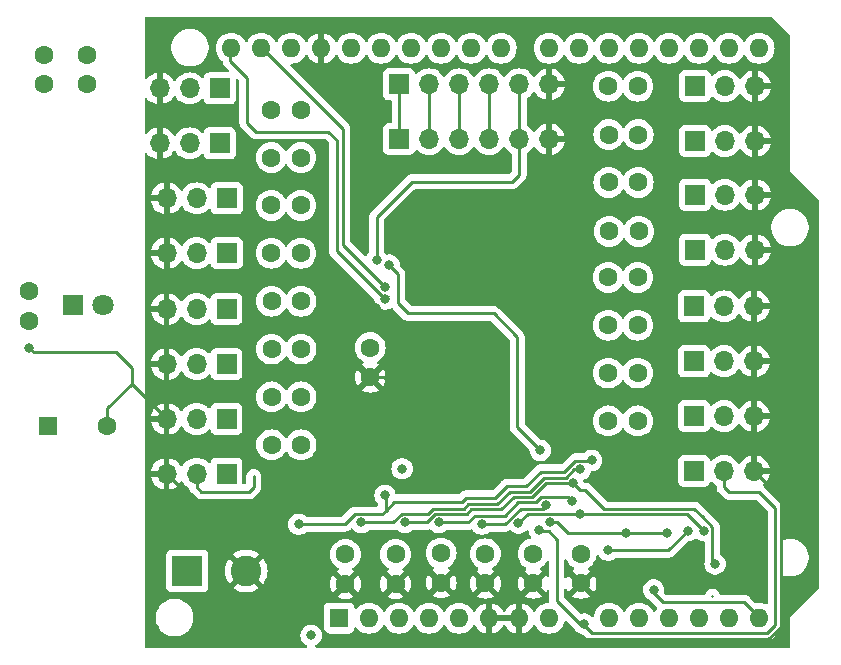
<source format=gbr>
%TF.GenerationSoftware,KiCad,Pcbnew,8.0.0*%
%TF.CreationDate,2024-03-18T09:38:17+09:00*%
%TF.ProjectId,240226_c1011_1_1_PCA9685,32343032-3236-45f6-9331-3031315f315f,rev?*%
%TF.SameCoordinates,Original*%
%TF.FileFunction,Copper,L2,Bot*%
%TF.FilePolarity,Positive*%
%FSLAX46Y46*%
G04 Gerber Fmt 4.6, Leading zero omitted, Abs format (unit mm)*
G04 Created by KiCad (PCBNEW 8.0.0) date 2024-03-18 09:38:17*
%MOMM*%
%LPD*%
G01*
G04 APERTURE LIST*
%TA.AperFunction,ComponentPad*%
%ADD10C,1.600000*%
%TD*%
%TA.AperFunction,ComponentPad*%
%ADD11R,1.700000X1.700000*%
%TD*%
%TA.AperFunction,ComponentPad*%
%ADD12O,1.700000X1.700000*%
%TD*%
%TA.AperFunction,ComponentPad*%
%ADD13R,2.600000X2.600000*%
%TD*%
%TA.AperFunction,ComponentPad*%
%ADD14C,2.600000*%
%TD*%
%TA.AperFunction,ComponentPad*%
%ADD15R,1.800000X1.800000*%
%TD*%
%TA.AperFunction,ComponentPad*%
%ADD16C,1.800000*%
%TD*%
%TA.AperFunction,ComponentPad*%
%ADD17R,1.600000X1.600000*%
%TD*%
%TA.AperFunction,ComponentPad*%
%ADD18O,1.600000X1.600000*%
%TD*%
%TA.AperFunction,ViaPad*%
%ADD19C,0.800000*%
%TD*%
%TA.AperFunction,Conductor*%
%ADD20C,0.250000*%
%TD*%
%TA.AperFunction,Conductor*%
%ADD21C,0.000000*%
%TD*%
G04 APERTURE END LIST*
D10*
%TO.P,R13G$1,1*%
%TO.N,/PWM0*%
X167150000Y-103375000D03*
%TO.P,R13G$1,2*%
%TO.N,Net-(J1-Pin_1)*%
X169650000Y-103375000D03*
%TD*%
%TO.P,R13G$11,1*%
%TO.N,/PWM10*%
X141125000Y-85125000D03*
%TO.P,R13G$11,2*%
%TO.N,Net-(J11-Pin_1)*%
X138625000Y-85125000D03*
%TD*%
%TO.P,R13G$15,1*%
%TO.N,/PWM14*%
X141145000Y-101339000D03*
%TO.P,R13G$15,2*%
%TO.N,Net-(J15-Pin_1)*%
X138645000Y-101339000D03*
%TD*%
%TO.P,R13G$13,1*%
%TO.N,/PWM12*%
X141145000Y-93239000D03*
%TO.P,R13G$13,2*%
%TO.N,Net-(J13-Pin_1)*%
X138645000Y-93239000D03*
%TD*%
%TO.P,R13G$7,1*%
%TO.N,/PWM6*%
X167195000Y-79131000D03*
%TO.P,R13G$7,2*%
%TO.N,Net-(J7-Pin_1)*%
X169695000Y-79131000D03*
%TD*%
%TO.P,R13G$9,1*%
%TO.N,/PWM8*%
X141125000Y-77025000D03*
%TO.P,R13G$9,2*%
%TO.N,Net-(J9-Pin_1)*%
X138625000Y-77025000D03*
%TD*%
D11*
%TO.P,J12,1,Pin_1*%
%TO.N,Net-(J12-Pin_1)*%
X134850000Y-89175000D03*
D12*
%TO.P,J12,2,Pin_2*%
%TO.N,+5V*%
X132310000Y-89175000D03*
%TO.P,J12,3,Pin_3*%
%TO.N,GND*%
X129770000Y-89175000D03*
%TD*%
D10*
%TO.P,R2GS4,1*%
%TO.N,/SDA*%
X123050000Y-72375000D03*
%TO.P,R2GS4,2*%
%TO.N,VCC*%
X123050000Y-74875000D03*
%TD*%
%TO.P,R13G$8,1*%
%TO.N,/PWM7*%
X167156500Y-75043000D03*
%TO.P,R13G$8,2*%
%TO.N,Net-(J8-Pin_1)*%
X169656500Y-75043000D03*
%TD*%
D11*
%TO.P,J18,1,Pin_1*%
%TO.N,+5V*%
X149450000Y-74875000D03*
D12*
%TO.P,J18,2,Pin_2*%
%TO.N,VCC*%
X151990000Y-74875000D03*
%TO.P,J18,3,Pin_3*%
%TO.N,/SDA*%
X154530000Y-74875000D03*
%TO.P,J18,4,Pin_4*%
%TO.N,/SCL*%
X157070000Y-74875000D03*
%TO.P,J18,5,Pin_5*%
%TO.N,/#OE*%
X159610000Y-74875000D03*
%TO.P,J18,6,Pin_6*%
%TO.N,GND*%
X162150000Y-74875000D03*
%TD*%
D11*
%TO.P,J3,1,Pin_1*%
%TO.N,Net-(J3-Pin_1)*%
X174425000Y-98325000D03*
D12*
%TO.P,J3,2,Pin_2*%
%TO.N,+5V*%
X176965000Y-98325000D03*
%TO.P,J3,3,Pin_3*%
%TO.N,GND*%
X179505000Y-98325000D03*
%TD*%
D11*
%TO.P,J17,1,Pin_1*%
%TO.N,+5V*%
X149450000Y-79525000D03*
D12*
%TO.P,J17,2,Pin_2*%
%TO.N,VCC*%
X151990000Y-79525000D03*
%TO.P,J17,3,Pin_3*%
%TO.N,/SDA*%
X154530000Y-79525000D03*
%TO.P,J17,4,Pin_4*%
%TO.N,/SCL*%
X157070000Y-79525000D03*
%TO.P,J17,5,Pin_5*%
%TO.N,/#OE*%
X159610000Y-79525000D03*
%TO.P,J17,6,Pin_6*%
%TO.N,GND*%
X162150000Y-79525000D03*
%TD*%
D10*
%TO.P,R13G$10,1*%
%TO.N,/PWM9*%
X141125000Y-81075000D03*
%TO.P,R13G$10,2*%
%TO.N,Net-(J10-Pin_1)*%
X138625000Y-81075000D03*
%TD*%
D11*
%TO.P,J15,1,Pin_1*%
%TO.N,Net-(J15-Pin_1)*%
X134835000Y-103194000D03*
D12*
%TO.P,J15,2,Pin_2*%
%TO.N,+5V*%
X132295000Y-103194000D03*
%TO.P,J15,3,Pin_3*%
%TO.N,GND*%
X129755000Y-103194000D03*
%TD*%
D11*
%TO.P,J16,1,Pin_1*%
%TO.N,Net-(J16-Pin_1)*%
X134835000Y-107844000D03*
D12*
%TO.P,J16,2,Pin_2*%
%TO.N,+5V*%
X132295000Y-107844000D03*
%TO.P,J16,3,Pin_3*%
%TO.N,GND*%
X129755000Y-107844000D03*
%TD*%
D10*
%TO.P,R13G$16,1*%
%TO.N,/PWM15*%
X141145000Y-105389000D03*
%TO.P,R13G$16,2*%
%TO.N,Net-(J16-Pin_1)*%
X138645000Y-105389000D03*
%TD*%
%TO.P,R13G$6,1*%
%TO.N,/PWM5*%
X167195000Y-83181000D03*
%TO.P,R13G$6,2*%
%TO.N,Net-(J6-Pin_1)*%
X169695000Y-83181000D03*
%TD*%
%TO.P,R1G$5,1*%
%TO.N,/A1*%
X160800000Y-114625000D03*
%TO.P,R1G$5,2*%
%TO.N,GND*%
X160800000Y-117125000D03*
%TD*%
%TO.P,R1G$1,1*%
%TO.N,/A5*%
X153000000Y-114575000D03*
%TO.P,R1G$1,2*%
%TO.N,GND*%
X153000000Y-117075000D03*
%TD*%
D11*
%TO.P,J6,1,Pin_1*%
%TO.N,Net-(J6-Pin_1)*%
X174485000Y-84225000D03*
D12*
%TO.P,J6,2,Pin_2*%
%TO.N,+5V*%
X177025000Y-84225000D03*
%TO.P,J6,3,Pin_3*%
%TO.N,GND*%
X179565000Y-84225000D03*
%TD*%
D10*
%TO.P,R1G$3,1*%
%TO.N,/A3*%
X149150000Y-114675000D03*
%TO.P,R1G$3,2*%
%TO.N,GND*%
X149150000Y-117175000D03*
%TD*%
D11*
%TO.P,J13,1,Pin_1*%
%TO.N,Net-(J13-Pin_1)*%
X134835000Y-93894000D03*
D12*
%TO.P,J13,2,Pin_2*%
%TO.N,+5V*%
X132295000Y-93894000D03*
%TO.P,J13,3,Pin_3*%
%TO.N,GND*%
X129755000Y-93894000D03*
%TD*%
D11*
%TO.P,J4,1,Pin_1*%
%TO.N,Net-(J4-Pin_1)*%
X174425000Y-93675000D03*
D12*
%TO.P,J4,2,Pin_2*%
%TO.N,+5V*%
X176965000Y-93675000D03*
%TO.P,J4,3,Pin_3*%
%TO.N,GND*%
X179505000Y-93675000D03*
%TD*%
D10*
%TO.P,R13G$3,1*%
%TO.N,/PWM2*%
X167150000Y-95275000D03*
%TO.P,R13G$3,2*%
%TO.N,Net-(J3-Pin_1)*%
X169650000Y-95275000D03*
%TD*%
D13*
%TO.P,J19,1,Pin_1*%
%TO.N,VCC*%
X131500000Y-116075000D03*
D14*
%TO.P,J19,2,Pin_2*%
%TO.N,GND*%
X136500000Y-116075000D03*
%TD*%
D11*
%TO.P,J11,1,Pin_1*%
%TO.N,Net-(J11-Pin_1)*%
X134850000Y-84525000D03*
D12*
%TO.P,J11,2,Pin_2*%
%TO.N,+5V*%
X132310000Y-84525000D03*
%TO.P,J11,3,Pin_3*%
%TO.N,GND*%
X129770000Y-84525000D03*
%TD*%
D11*
%TO.P,J8,1,Pin_1*%
%TO.N,Net-(J8-Pin_1)*%
X174485000Y-75032000D03*
D12*
%TO.P,J8,2,Pin_2*%
%TO.N,+5V*%
X177025000Y-75032000D03*
%TO.P,J8,3,Pin_3*%
%TO.N,GND*%
X179565000Y-75032000D03*
%TD*%
D10*
%TO.P,R1G$2,1*%
%TO.N,/A4*%
X144900000Y-114675000D03*
%TO.P,R1G$2,2*%
%TO.N,GND*%
X144900000Y-117175000D03*
%TD*%
%TO.P,R1,1*%
%TO.N,GND*%
X147000000Y-99675000D03*
%TO.P,R1,2*%
%TO.N,/#OE*%
X147000000Y-97175000D03*
%TD*%
%TO.P,R13G$14,1*%
%TO.N,/PWM13*%
X141145000Y-97289000D03*
%TO.P,R13G$14,2*%
%TO.N,Net-(J14-Pin_1)*%
X138645000Y-97289000D03*
%TD*%
%TO.P,R2G$3,1*%
%TO.N,/SCL*%
X119350000Y-72375000D03*
%TO.P,R2G$3,2*%
%TO.N,VCC*%
X119350000Y-74875000D03*
%TD*%
D11*
%TO.P,J14,1,Pin_1*%
%TO.N,Net-(J14-Pin_1)*%
X134835000Y-98544000D03*
D12*
%TO.P,J14,2,Pin_2*%
%TO.N,+5V*%
X132295000Y-98544000D03*
%TO.P,J14,3,Pin_3*%
%TO.N,GND*%
X129755000Y-98544000D03*
%TD*%
D15*
%TO.P,D1,1,K*%
%TO.N,Net-(D1-K)*%
X121860000Y-93575000D03*
D16*
%TO.P,D1,2,A*%
%TO.N,VCC*%
X124400000Y-93575000D03*
%TD*%
D10*
%TO.P,R13G$12,1*%
%TO.N,/PWM11*%
X141125000Y-89175000D03*
%TO.P,R13G$12,2*%
%TO.N,Net-(J12-Pin_1)*%
X138625000Y-89175000D03*
%TD*%
%TO.P,R10,1*%
%TO.N,GND*%
X118150000Y-94875000D03*
%TO.P,R10,2*%
%TO.N,Net-(D1-K)*%
X118150000Y-92375000D03*
%TD*%
D11*
%TO.P,J9,1,Pin_1*%
%TO.N,Net-(J9-Pin_1)*%
X134250000Y-75225000D03*
D12*
%TO.P,J9,2,Pin_2*%
%TO.N,+5V*%
X131710000Y-75225000D03*
%TO.P,J9,3,Pin_3*%
%TO.N,GND*%
X129170000Y-75225000D03*
%TD*%
D10*
%TO.P,R1G$6,1*%
%TO.N,/A0*%
X156750000Y-114625000D03*
%TO.P,R1G$6,2*%
%TO.N,GND*%
X156750000Y-117125000D03*
%TD*%
D11*
%TO.P,J1,1,Pin_1*%
%TO.N,Net-(J1-Pin_1)*%
X174425000Y-107625000D03*
D12*
%TO.P,J1,2,Pin_2*%
%TO.N,+5V*%
X176965000Y-107625000D03*
%TO.P,J1,3,Pin_3*%
%TO.N,GND*%
X179505000Y-107625000D03*
%TD*%
D10*
%TO.P,R1G$4,1*%
%TO.N,/A2*%
X164850000Y-114625000D03*
%TO.P,R1G$4,2*%
%TO.N,GND*%
X164850000Y-117125000D03*
%TD*%
D11*
%TO.P,J7,1,Pin_1*%
%TO.N,Net-(J7-Pin_1)*%
X174485000Y-79682000D03*
D12*
%TO.P,J7,2,Pin_2*%
%TO.N,+5V*%
X177025000Y-79682000D03*
%TO.P,J7,3,Pin_3*%
%TO.N,GND*%
X179565000Y-79682000D03*
%TD*%
D17*
%TO.P,C1,1*%
%TO.N,VCC*%
X119750000Y-103825000D03*
D10*
%TO.P,C1,2*%
%TO.N,GND*%
X124750000Y-103825000D03*
%TD*%
D11*
%TO.P,J5,1,Pin_1*%
%TO.N,Net-(J5-Pin_1)*%
X174485000Y-88875000D03*
D12*
%TO.P,J5,2,Pin_2*%
%TO.N,+5V*%
X177025000Y-88875000D03*
%TO.P,J5,3,Pin_3*%
%TO.N,GND*%
X179565000Y-88875000D03*
%TD*%
D10*
%TO.P,R13G$4,1*%
%TO.N,/PWM3*%
X167150000Y-91225000D03*
%TO.P,R13G$4,2*%
%TO.N,Net-(J4-Pin_1)*%
X169650000Y-91225000D03*
%TD*%
%TO.P,R13G$5,1*%
%TO.N,/PWM4*%
X167235000Y-87325000D03*
%TO.P,R13G$5,2*%
%TO.N,Net-(J5-Pin_1)*%
X169735000Y-87325000D03*
%TD*%
D11*
%TO.P,J10,1,Pin_1*%
%TO.N,Net-(J10-Pin_1)*%
X134250000Y-79875000D03*
D12*
%TO.P,J10,2,Pin_2*%
%TO.N,+5V*%
X131710000Y-79875000D03*
%TO.P,J10,3,Pin_3*%
%TO.N,GND*%
X129170000Y-79875000D03*
%TD*%
D10*
%TO.P,R13G$2,1*%
%TO.N,/PWM1*%
X167150000Y-99325000D03*
%TO.P,R13G$2,2*%
%TO.N,Net-(J2-Pin_1)*%
X169650000Y-99325000D03*
%TD*%
D11*
%TO.P,J2,1,Pin_1*%
%TO.N,Net-(J2-Pin_1)*%
X174425000Y-102975000D03*
D12*
%TO.P,J2,2,Pin_2*%
%TO.N,+5V*%
X176965000Y-102975000D03*
%TO.P,J2,3,Pin_3*%
%TO.N,GND*%
X179505000Y-102975000D03*
%TD*%
D17*
%TO.P,A1,1,NC*%
%TO.N,unconnected-(A1-NC-Pad1)*%
X144370000Y-120075000D03*
D18*
%TO.P,A1,2,IOREF*%
%TO.N,unconnected-(A1-IOREF-Pad2)*%
X146910000Y-120075000D03*
%TO.P,A1,3,~{RESET}*%
%TO.N,unconnected-(A1-~{RESET}-Pad3)*%
X149450000Y-120075000D03*
%TO.P,A1,4,3V3*%
%TO.N,unconnected-(A1-3V3-Pad4)*%
X151990000Y-120075000D03*
%TO.P,A1,5,+5V*%
%TO.N,unconnected-(A1-+5V-Pad5)*%
X154530000Y-120075000D03*
%TO.P,A1,6,GND*%
%TO.N,GND*%
X157070000Y-120075000D03*
%TO.P,A1,7,GND*%
X159610000Y-120075000D03*
%TO.P,A1,8,VIN*%
%TO.N,unconnected-(A1-VIN-Pad8)*%
X162150000Y-120075000D03*
%TO.P,A1,9,A0*%
%TO.N,/A0*%
X167230000Y-120075000D03*
%TO.P,A1,10,A1*%
%TO.N,/A1*%
X169770000Y-120075000D03*
%TO.P,A1,11,A2*%
%TO.N,/A2*%
X172310000Y-120075000D03*
%TO.P,A1,12,A3*%
%TO.N,/A3*%
X174850000Y-120075000D03*
%TO.P,A1,13,SDA/A4*%
%TO.N,/A4*%
X177390000Y-120075000D03*
%TO.P,A1,14,SCL/A5*%
%TO.N,/A5*%
X179930000Y-120075000D03*
%TO.P,A1,15,D0/RX*%
%TO.N,unconnected-(A1-D0{slash}RX-Pad15)*%
X179930000Y-71815000D03*
%TO.P,A1,16,D1/TX*%
%TO.N,unconnected-(A1-D1{slash}TX-Pad16)*%
X177390000Y-71815000D03*
%TO.P,A1,17,D2*%
%TO.N,unconnected-(A1-D2-Pad17)*%
X174850000Y-71815000D03*
%TO.P,A1,18,D3*%
%TO.N,unconnected-(A1-D3-Pad18)*%
X172310000Y-71815000D03*
%TO.P,A1,19,D4*%
%TO.N,unconnected-(A1-D4-Pad19)*%
X169770000Y-71815000D03*
%TO.P,A1,20,D5*%
%TO.N,unconnected-(A1-D5-Pad20)*%
X167230000Y-71815000D03*
%TO.P,A1,21,D6*%
%TO.N,unconnected-(A1-D6-Pad21)*%
X164690000Y-71815000D03*
%TO.P,A1,22,D7*%
%TO.N,unconnected-(A1-D7-Pad22)*%
X162150000Y-71815000D03*
%TO.P,A1,23,D8*%
%TO.N,unconnected-(A1-D8-Pad23)*%
X158090000Y-71815000D03*
%TO.P,A1,24,D9*%
%TO.N,unconnected-(A1-D9-Pad24)*%
X155550000Y-71815000D03*
%TO.P,A1,25,D10*%
%TO.N,unconnected-(A1-D10-Pad25)*%
X153010000Y-71815000D03*
%TO.P,A1,26,D11*%
%TO.N,unconnected-(A1-D11-Pad26)*%
X150470000Y-71815000D03*
%TO.P,A1,27,D12*%
%TO.N,unconnected-(A1-D12-Pad27)*%
X147930000Y-71815000D03*
%TO.P,A1,28,D13*%
%TO.N,unconnected-(A1-D13-Pad28)*%
X145390000Y-71815000D03*
%TO.P,A1,29,GND*%
%TO.N,GND*%
X142850000Y-71815000D03*
%TO.P,A1,30,AREF*%
%TO.N,unconnected-(A1-AREF-Pad30)*%
X140310000Y-71815000D03*
%TO.P,A1,31,SDA/A4*%
%TO.N,/SCL*%
X137770000Y-71815000D03*
%TO.P,A1,32,SCL/A5*%
%TO.N,/SDA*%
X135230000Y-71815000D03*
%TD*%
D19*
%TO.N,+5V*%
X165100000Y-120575000D03*
X142000000Y-121525000D03*
X161300000Y-112575000D03*
X149700000Y-107425000D03*
%TO.N,GND*%
X147450000Y-93775000D03*
X118150000Y-97175000D03*
X148950000Y-105075000D03*
%TO.N,/A0*%
X161900000Y-110525000D03*
X173900000Y-112675000D03*
X167150000Y-114325000D03*
X156450000Y-112125000D03*
%TO.N,/A1*%
X159550000Y-112025000D03*
X164750000Y-111275000D03*
X175250000Y-112675000D03*
%TO.N,/A2*%
X168650000Y-112875000D03*
X172150000Y-112875000D03*
X162200000Y-111975000D03*
%TO.N,/A3*%
X164150000Y-108625000D03*
X176200000Y-115500000D03*
X149950000Y-111975000D03*
%TO.N,/A4*%
X164800000Y-107475000D03*
X146250000Y-111975000D03*
%TO.N,/#OE*%
X147550000Y-89725000D03*
%TO.N,/A5*%
X161400000Y-105875000D03*
X171000000Y-117675000D03*
X148600000Y-90175000D03*
X164100000Y-110175000D03*
X152800000Y-111975000D03*
%TO.N,/SCL*%
X148250000Y-92025000D03*
%TO.N,/SDA*%
X148250000Y-93075000D03*
%TO.N,VCC*%
X148250000Y-109675000D03*
X140950000Y-112125000D03*
X165750000Y-106725000D03*
%TD*%
D20*
%TO.N,+5V*%
X180750000Y-121175000D02*
X181300000Y-120625000D01*
X165050000Y-120575000D02*
X165100000Y-120625000D01*
X161450000Y-112725000D02*
X161300000Y-112575000D01*
X149450000Y-74875000D02*
X149450000Y-79525000D01*
X162800000Y-118625000D02*
X162800000Y-113425000D01*
X165800000Y-121325000D02*
X165100000Y-120625000D01*
X132295000Y-108970000D02*
X132295000Y-107844000D01*
X164750000Y-120575000D02*
X162800000Y-118625000D01*
X180600000Y-121325000D02*
X165800000Y-121325000D01*
X137150000Y-108975000D02*
X136750000Y-109375000D01*
X176965000Y-108960000D02*
X176965000Y-107625000D01*
X136750000Y-109375000D02*
X132700000Y-109375000D01*
X181300000Y-110775000D02*
X179950000Y-109425000D01*
X177400000Y-109425000D02*
X176950000Y-108975000D01*
X179950000Y-109425000D02*
X177400000Y-109425000D01*
X162800000Y-113425000D02*
X162100000Y-112725000D01*
X176950000Y-108975000D02*
X176965000Y-108960000D01*
X162100000Y-112725000D02*
X161450000Y-112725000D01*
X165100000Y-120625000D02*
X165100000Y-120575000D01*
X137150000Y-108075000D02*
X137150000Y-108975000D01*
X165100000Y-120575000D02*
X164750000Y-120575000D01*
X132700000Y-109375000D02*
X132295000Y-108970000D01*
X165100000Y-120575000D02*
X165050000Y-120575000D01*
X181300000Y-120625000D02*
X181300000Y-110775000D01*
X180600000Y-121325000D02*
X180750000Y-121175000D01*
%TO.N,GND*%
X140050000Y-118175000D02*
X139750000Y-118175000D01*
X140050000Y-118175000D02*
X143750000Y-121875000D01*
X129755000Y-107844000D02*
X131986000Y-110075000D01*
X131986000Y-110075000D02*
X137600000Y-110075000D01*
X181750000Y-109870000D02*
X179505000Y-107625000D01*
X126800000Y-98875000D02*
X125500000Y-97575000D01*
X147000000Y-99675000D02*
X148200000Y-99675000D01*
X137600000Y-110075000D02*
X139750000Y-112225000D01*
X157875000Y-116000000D02*
X157875000Y-116125000D01*
X143990000Y-121875000D02*
X180686396Y-121875000D01*
X148200000Y-99675000D02*
X148950000Y-100425000D01*
X147450000Y-93775000D02*
X148950000Y-95275000D01*
X139750000Y-118175000D02*
X138600000Y-118175000D01*
X143750000Y-121875000D02*
X143990000Y-121875000D01*
X162150000Y-74875000D02*
X162150000Y-79525000D01*
X124750000Y-102289000D02*
X126800000Y-100239000D01*
X181750000Y-120811396D02*
X181750000Y-109870000D01*
X180686396Y-121875000D02*
X181750000Y-120811396D01*
X148950000Y-95275000D02*
X148950000Y-100425000D01*
X138600000Y-118175000D02*
X136500000Y-116075000D01*
X139750000Y-112225000D02*
X139750000Y-118175000D01*
X118550000Y-97575000D02*
X118150000Y-97175000D01*
X129755000Y-103194000D02*
X126800000Y-100239000D01*
X124750000Y-103825000D02*
X124750000Y-102289000D01*
X125500000Y-97575000D02*
X118550000Y-97575000D01*
X126800000Y-100239000D02*
X126800000Y-98875000D01*
X148950000Y-100425000D02*
X148950000Y-105075000D01*
%TO.N,/A0*%
X172250000Y-114325000D02*
X173900000Y-112675000D01*
X159750741Y-110798954D02*
X161626046Y-110798954D01*
X167150000Y-114325000D02*
X172250000Y-114325000D01*
X161626046Y-110798954D02*
X161900000Y-110525000D01*
X156450000Y-112125000D02*
X158424695Y-112125000D01*
X158424695Y-112125000D02*
X159750741Y-110798954D01*
%TO.N,/A1*%
X159550000Y-112025000D02*
X160325000Y-111250000D01*
X160325000Y-111250000D02*
X164750000Y-111275000D01*
X164750000Y-111275000D02*
X164725000Y-111250000D01*
X173850000Y-111275000D02*
X173600000Y-111275000D01*
X164750000Y-111275000D02*
X173600000Y-111275000D01*
X175250000Y-112675000D02*
X173850000Y-111275000D01*
%TO.N,/A2*%
X163750000Y-112875000D02*
X162850000Y-111975000D01*
X168650000Y-112875000D02*
X163750000Y-112875000D01*
X168650000Y-112875000D02*
X172000000Y-112875000D01*
X162850000Y-111975000D02*
X162200000Y-111975000D01*
%TO.N,/A3*%
X176200000Y-115500000D02*
X176225000Y-115500000D01*
X165200000Y-109225000D02*
X164750000Y-109225000D01*
X175975000Y-115250000D02*
X176200000Y-115475000D01*
X159150000Y-109825000D02*
X160700000Y-109825000D01*
X175050000Y-111425000D02*
X175975000Y-112350000D01*
X155175000Y-111250000D02*
X155550000Y-110875000D01*
X175050000Y-111425000D02*
X174450000Y-110825000D01*
X158100000Y-110875000D02*
X159150000Y-109825000D01*
X176225000Y-115500000D02*
X176300000Y-115575000D01*
X175975000Y-118200000D02*
X175950000Y-118225000D01*
X175975000Y-112350000D02*
X175975000Y-113225000D01*
X149950000Y-111975000D02*
X151774695Y-111975000D01*
X161900000Y-108625000D02*
X164150000Y-108625000D01*
X152499695Y-111250000D02*
X155175000Y-111250000D01*
X175975000Y-113225000D02*
X175975000Y-115250000D01*
X174450000Y-110825000D02*
X166800000Y-110825000D01*
X166800000Y-110825000D02*
X165200000Y-109225000D01*
X176200000Y-115475000D02*
X176200000Y-115500000D01*
X151774695Y-111975000D02*
X152499695Y-111250000D01*
X160700000Y-109825000D02*
X161900000Y-108625000D01*
X175975000Y-113225000D02*
X175975000Y-113425000D01*
X155550000Y-110875000D02*
X158100000Y-110875000D01*
X164750000Y-109225000D02*
X164150000Y-108625000D01*
%TO.N,/A4*%
X158800000Y-109375000D02*
X160500000Y-109375000D01*
X164274695Y-107475000D02*
X164800000Y-107475000D01*
X149649695Y-111250000D02*
X151863299Y-111250000D01*
X157750000Y-110425000D02*
X158800000Y-109375000D01*
X161700000Y-108175000D02*
X163574695Y-108175000D01*
X160500000Y-109375000D02*
X161700000Y-108175000D01*
X148924695Y-111975000D02*
X149649695Y-111250000D01*
X151863299Y-111250000D02*
X152313299Y-110800000D01*
X146250000Y-111975000D02*
X148924695Y-111975000D01*
X163574695Y-108175000D02*
X164274695Y-107475000D01*
X154900000Y-110800000D02*
X155275000Y-110425000D01*
X152313299Y-110800000D02*
X154900000Y-110800000D01*
X155275000Y-110425000D02*
X157750000Y-110425000D01*
%TO.N,/#OE*%
X159610000Y-74875000D02*
X159610000Y-79525000D01*
X159610000Y-82515000D02*
X159610000Y-79525000D01*
X159000000Y-83125000D02*
X159610000Y-82515000D01*
X147550000Y-89725000D02*
X147550000Y-86075000D01*
X150500000Y-83125000D02*
X159000000Y-83125000D01*
X147550000Y-86075000D02*
X150500000Y-83125000D01*
%TO.N,/A5*%
X152800000Y-111975000D02*
X155300000Y-111975000D01*
X171750000Y-118725000D02*
X171000000Y-117975000D01*
X161000000Y-110275000D02*
X161475000Y-109800000D01*
X149325000Y-90900000D02*
X148600000Y-90175000D01*
X179850000Y-119925000D02*
X178650000Y-118725000D01*
X159450000Y-96275000D02*
X157450000Y-94275000D01*
X171000000Y-117975000D02*
X171000000Y-117675000D01*
X155875000Y-111400000D02*
X158375000Y-111400000D01*
X163725000Y-109800000D02*
X164100000Y-110175000D01*
X161400000Y-105875000D02*
X159450000Y-103925000D01*
X155300000Y-111975000D02*
X155875000Y-111400000D01*
X159450000Y-103775000D02*
X159450000Y-96275000D01*
X159500000Y-110275000D02*
X161000000Y-110275000D01*
X149325000Y-93400000D02*
X149325000Y-90900000D01*
X158375000Y-111400000D02*
X159500000Y-110275000D01*
X178650000Y-118725000D02*
X171750000Y-118725000D01*
X161475000Y-109800000D02*
X163725000Y-109800000D01*
X157450000Y-94275000D02*
X150200000Y-94275000D01*
X159450000Y-103925000D02*
X159450000Y-103775000D01*
X150200000Y-94275000D02*
X149325000Y-93400000D01*
%TO.N,/SCL*%
X144675000Y-78650000D02*
X137690000Y-71665000D01*
X148250000Y-92025000D02*
X144675000Y-88450000D01*
X157070000Y-74875000D02*
X157070000Y-79525000D01*
X144675000Y-88450000D02*
X144675000Y-78650000D01*
D21*
%TO.N,/SDA*%
X148600000Y-92775000D02*
X148550000Y-92775000D01*
D20*
X135150000Y-72925000D02*
X135150000Y-71665000D01*
X154530000Y-74875000D02*
X154530000Y-79525000D01*
X137300000Y-78875000D02*
X143450000Y-78875000D01*
X143450000Y-78875000D02*
X144150000Y-79575000D01*
X144150000Y-88975000D02*
X148250000Y-93075000D01*
D21*
X148550000Y-92775000D02*
X148500000Y-92825000D01*
D20*
X144150000Y-79575000D02*
X144150000Y-88975000D01*
X136550000Y-78125000D02*
X136550000Y-74325000D01*
X136550000Y-74325000D02*
X135150000Y-72925000D01*
X137300000Y-78875000D02*
X136550000Y-78125000D01*
%TO.N,VCC*%
X144850000Y-112125000D02*
X145725000Y-111250000D01*
X155100000Y-109875000D02*
X157600000Y-109875000D01*
X148300000Y-109725000D02*
X148250000Y-109675000D01*
X148300000Y-110975000D02*
X149050000Y-110225000D01*
X145725000Y-111250000D02*
X148025000Y-111250000D01*
X151990000Y-74875000D02*
X151990000Y-79525000D01*
X149050000Y-110225000D02*
X154750000Y-110225000D01*
X165550000Y-106750000D02*
X165750000Y-106725000D01*
X154750000Y-110225000D02*
X155100000Y-109875000D01*
X148025000Y-111250000D02*
X148300000Y-110975000D01*
X140950000Y-112125000D02*
X144850000Y-112125000D01*
X161455851Y-107669149D02*
X163444150Y-107669150D01*
X165750000Y-106725000D02*
X165600000Y-106750000D01*
X165600000Y-106750000D02*
X165575000Y-106750000D01*
X163444150Y-107669150D02*
X164363300Y-106750000D01*
X164363300Y-106750000D02*
X165550000Y-106750000D01*
X157600000Y-109875000D02*
X158550000Y-108925000D01*
X148300000Y-110975000D02*
X148300000Y-109725000D01*
X160200000Y-108925000D02*
X161455851Y-107669149D01*
X158550000Y-108925000D02*
X160200000Y-108925000D01*
%TD*%
%TA.AperFunction,Conductor*%
%TO.N,GND*%
G36*
X159144075Y-119882007D02*
G01*
X159110000Y-120009174D01*
X159110000Y-120140826D01*
X159144075Y-120267993D01*
X159176988Y-120325000D01*
X157503012Y-120325000D01*
X157535925Y-120267993D01*
X157570000Y-120140826D01*
X157570000Y-120009174D01*
X157535925Y-119882007D01*
X157503012Y-119825000D01*
X159176988Y-119825000D01*
X159144075Y-119882007D01*
G37*
%TD.AperFunction*%
%TA.AperFunction,Conductor*%
G36*
X163630703Y-115113009D02*
G01*
X163661880Y-115154314D01*
X163711882Y-115261543D01*
X163719431Y-115277732D01*
X163719432Y-115277734D01*
X163849954Y-115464141D01*
X164010858Y-115625045D01*
X164010861Y-115625047D01*
X164197266Y-115755568D01*
X164212975Y-115762893D01*
X164265414Y-115809064D01*
X164284567Y-115876257D01*
X164264352Y-115943138D01*
X164212979Y-115987656D01*
X164197514Y-115994867D01*
X164197512Y-115994868D01*
X164124526Y-116045973D01*
X164124526Y-116045974D01*
X164803553Y-116725000D01*
X164797339Y-116725000D01*
X164695606Y-116752259D01*
X164604394Y-116804920D01*
X164529920Y-116879394D01*
X164477259Y-116970606D01*
X164450000Y-117072339D01*
X164450000Y-117078552D01*
X163770974Y-116399526D01*
X163770973Y-116399526D01*
X163719868Y-116472512D01*
X163719866Y-116472516D01*
X163661882Y-116596864D01*
X163615710Y-116649303D01*
X163548516Y-116668455D01*
X163481635Y-116648239D01*
X163436300Y-116595074D01*
X163425500Y-116544459D01*
X163425500Y-115206722D01*
X163445185Y-115139683D01*
X163497989Y-115093928D01*
X163567147Y-115083984D01*
X163630703Y-115113009D01*
G37*
%TD.AperFunction*%
%TA.AperFunction,Conductor*%
G36*
X162118364Y-115210166D02*
G01*
X162163699Y-115263331D01*
X162174500Y-115313947D01*
X162174500Y-116437233D01*
X162154815Y-116504272D01*
X162102011Y-116550027D01*
X162032853Y-116559971D01*
X161969297Y-116530946D01*
X161938118Y-116489638D01*
X161930134Y-116472517D01*
X161930132Y-116472513D01*
X161879025Y-116399526D01*
X161200000Y-117078551D01*
X161200000Y-117072339D01*
X161172741Y-116970606D01*
X161120080Y-116879394D01*
X161045606Y-116804920D01*
X160954394Y-116752259D01*
X160852661Y-116725000D01*
X160846448Y-116725000D01*
X161525472Y-116045974D01*
X161452480Y-115994864D01*
X161437024Y-115987657D01*
X161384585Y-115941484D01*
X161365433Y-115874290D01*
X161385649Y-115807409D01*
X161437023Y-115762893D01*
X161452734Y-115755568D01*
X161639139Y-115625047D01*
X161800047Y-115464139D01*
X161930568Y-115277734D01*
X161938118Y-115261542D01*
X161984290Y-115209103D01*
X162051483Y-115189951D01*
X162118364Y-115210166D01*
G37*
%TD.AperFunction*%
%TA.AperFunction,Conductor*%
G36*
X180990885Y-69216212D02*
G01*
X181011527Y-69232846D01*
X182503681Y-70725000D01*
X182537166Y-70786323D01*
X182540000Y-70812681D01*
X182540000Y-82189000D01*
X184984723Y-84692870D01*
X185017473Y-84754588D01*
X185020000Y-84779496D01*
X185020000Y-117444503D01*
X185000315Y-117511542D01*
X184984723Y-117531130D01*
X182540000Y-120035000D01*
X182540000Y-122451000D01*
X182520315Y-122518039D01*
X182467511Y-122563794D01*
X182416000Y-122575000D01*
X142438998Y-122575000D01*
X142371959Y-122555315D01*
X142326204Y-122502511D01*
X142316260Y-122433353D01*
X142345285Y-122369797D01*
X142388562Y-122337721D01*
X142409603Y-122328352D01*
X142452730Y-122309151D01*
X142605871Y-122197888D01*
X142732533Y-122057216D01*
X142827179Y-121893284D01*
X142885674Y-121713256D01*
X142905460Y-121525000D01*
X142885674Y-121336744D01*
X142827179Y-121156716D01*
X142732533Y-120992784D01*
X142605871Y-120852112D01*
X142589904Y-120840511D01*
X142452734Y-120740851D01*
X142452729Y-120740848D01*
X142279807Y-120663857D01*
X142279802Y-120663855D01*
X142134001Y-120632865D01*
X142094646Y-120624500D01*
X141905354Y-120624500D01*
X141872897Y-120631398D01*
X141720197Y-120663855D01*
X141720192Y-120663857D01*
X141547270Y-120740848D01*
X141547265Y-120740851D01*
X141394129Y-120852111D01*
X141267466Y-120992785D01*
X141172821Y-121156715D01*
X141172818Y-121156722D01*
X141120157Y-121318797D01*
X141114326Y-121336744D01*
X141094540Y-121525000D01*
X141114326Y-121713256D01*
X141114327Y-121713259D01*
X141172818Y-121893277D01*
X141172821Y-121893284D01*
X141267467Y-122057216D01*
X141394129Y-122197888D01*
X141547265Y-122309148D01*
X141547270Y-122309151D01*
X141611438Y-122337721D01*
X141664675Y-122382971D01*
X141684996Y-122449821D01*
X141665950Y-122517044D01*
X141613584Y-122563299D01*
X141561002Y-122575000D01*
X128024000Y-122575000D01*
X127956961Y-122555315D01*
X127911206Y-122502511D01*
X127900000Y-122451000D01*
X127900000Y-120159751D01*
X128854947Y-120159751D01*
X128893975Y-120406164D01*
X128971075Y-120643451D01*
X128993066Y-120686610D01*
X129084341Y-120865749D01*
X129230989Y-121067593D01*
X129407407Y-121244011D01*
X129609251Y-121390659D01*
X129831551Y-121503926D01*
X130068832Y-121581024D01*
X130161240Y-121595659D01*
X130315249Y-121620053D01*
X130564746Y-121620053D01*
X130564751Y-121620053D01*
X130701647Y-121598370D01*
X130811168Y-121581024D01*
X131048449Y-121503926D01*
X131270749Y-121390659D01*
X131472593Y-121244011D01*
X131649011Y-121067593D01*
X131795659Y-120865749D01*
X131908926Y-120643449D01*
X131986024Y-120406168D01*
X132025053Y-120159746D01*
X132027500Y-120035000D01*
X132025053Y-119910254D01*
X131986024Y-119663832D01*
X131908926Y-119426551D01*
X131795659Y-119204251D01*
X131649011Y-119002407D01*
X131472593Y-118825989D01*
X131270749Y-118679341D01*
X131048449Y-118566074D01*
X130811168Y-118488976D01*
X130811166Y-118488975D01*
X130811164Y-118488975D01*
X130564751Y-118449947D01*
X130564746Y-118449947D01*
X130315254Y-118449947D01*
X130315249Y-118449947D01*
X130068835Y-118488975D01*
X129831548Y-118566075D01*
X129609250Y-118679341D01*
X129407404Y-118825991D01*
X129230991Y-119002404D01*
X129084341Y-119204250D01*
X128971075Y-119426548D01*
X128971074Y-119426550D01*
X128971074Y-119426551D01*
X128953234Y-119481457D01*
X128893975Y-119663835D01*
X128854947Y-119910248D01*
X128854947Y-120159751D01*
X127900000Y-120159751D01*
X127900000Y-117422870D01*
X129699500Y-117422870D01*
X129699501Y-117422876D01*
X129705908Y-117482483D01*
X129756202Y-117617328D01*
X129756206Y-117617335D01*
X129842452Y-117732544D01*
X129842455Y-117732547D01*
X129957664Y-117818793D01*
X129957671Y-117818797D01*
X130092517Y-117869091D01*
X130092516Y-117869091D01*
X130099444Y-117869835D01*
X130152127Y-117875500D01*
X132847872Y-117875499D01*
X132907483Y-117869091D01*
X133042331Y-117818796D01*
X133157546Y-117732546D01*
X133243796Y-117617331D01*
X133294091Y-117482483D01*
X133300500Y-117422873D01*
X133300500Y-116075004D01*
X134694953Y-116075004D01*
X134715113Y-116344026D01*
X134715113Y-116344028D01*
X134775142Y-116607033D01*
X134775148Y-116607052D01*
X134873709Y-116858181D01*
X134873708Y-116858181D01*
X135008602Y-117091822D01*
X135062294Y-117159151D01*
X135062295Y-117159151D01*
X135898958Y-116322488D01*
X135923978Y-116382890D01*
X135995112Y-116489351D01*
X136085649Y-116579888D01*
X136192110Y-116651022D01*
X136252510Y-116676041D01*
X135414848Y-117513702D01*
X135597483Y-117638220D01*
X135597485Y-117638221D01*
X135840539Y-117755269D01*
X135840537Y-117755269D01*
X136098337Y-117834790D01*
X136098343Y-117834792D01*
X136365101Y-117874999D01*
X136365110Y-117875000D01*
X136634890Y-117875000D01*
X136634898Y-117874999D01*
X136901656Y-117834792D01*
X136901662Y-117834790D01*
X137159461Y-117755269D01*
X137402521Y-117638218D01*
X137585150Y-117513702D01*
X136747488Y-116676041D01*
X136807890Y-116651022D01*
X136914351Y-116579888D01*
X137004888Y-116489351D01*
X137076022Y-116382890D01*
X137101041Y-116322489D01*
X137937703Y-117159151D01*
X137937704Y-117159150D01*
X137991393Y-117091828D01*
X137991400Y-117091817D01*
X138126290Y-116858181D01*
X138224851Y-116607052D01*
X138224857Y-116607033D01*
X138284886Y-116344028D01*
X138284886Y-116344026D01*
X138305047Y-116075004D01*
X138305047Y-116074995D01*
X138284886Y-115805973D01*
X138284886Y-115805971D01*
X138224857Y-115542966D01*
X138224851Y-115542947D01*
X138126290Y-115291818D01*
X138126291Y-115291818D01*
X137991397Y-115058177D01*
X137937704Y-114990847D01*
X137101041Y-115827510D01*
X137076022Y-115767110D01*
X137004888Y-115660649D01*
X136914351Y-115570112D01*
X136807890Y-115498978D01*
X136747488Y-115473958D01*
X137546445Y-114675001D01*
X143594532Y-114675001D01*
X143614364Y-114901686D01*
X143614366Y-114901697D01*
X143673258Y-115121488D01*
X143673261Y-115121497D01*
X143769431Y-115327732D01*
X143769432Y-115327734D01*
X143899954Y-115514141D01*
X144060858Y-115675045D01*
X144079730Y-115688259D01*
X144247266Y-115805568D01*
X144262975Y-115812893D01*
X144315414Y-115859064D01*
X144334567Y-115926257D01*
X144314352Y-115993138D01*
X144262979Y-116037656D01*
X144247514Y-116044867D01*
X144247512Y-116044868D01*
X144174526Y-116095973D01*
X144174526Y-116095974D01*
X144853553Y-116775000D01*
X144847339Y-116775000D01*
X144745606Y-116802259D01*
X144654394Y-116854920D01*
X144579920Y-116929394D01*
X144527259Y-117020606D01*
X144500000Y-117122339D01*
X144500000Y-117128552D01*
X143820974Y-116449526D01*
X143820973Y-116449526D01*
X143769868Y-116522512D01*
X143769866Y-116522516D01*
X143673734Y-116728673D01*
X143673730Y-116728682D01*
X143614860Y-116948389D01*
X143614858Y-116948400D01*
X143595034Y-117174997D01*
X143595034Y-117175002D01*
X143614858Y-117401599D01*
X143614860Y-117401610D01*
X143673730Y-117621317D01*
X143673735Y-117621331D01*
X143769863Y-117827478D01*
X143820974Y-117900472D01*
X144500000Y-117221446D01*
X144500000Y-117227661D01*
X144527259Y-117329394D01*
X144579920Y-117420606D01*
X144654394Y-117495080D01*
X144745606Y-117547741D01*
X144847339Y-117575000D01*
X144853553Y-117575000D01*
X144174526Y-118254025D01*
X144247513Y-118305132D01*
X144247521Y-118305136D01*
X144453668Y-118401264D01*
X144453682Y-118401269D01*
X144673389Y-118460139D01*
X144673400Y-118460141D01*
X144899998Y-118479966D01*
X144900002Y-118479966D01*
X145126599Y-118460141D01*
X145126610Y-118460139D01*
X145346317Y-118401269D01*
X145346331Y-118401264D01*
X145552478Y-118305136D01*
X145625471Y-118254024D01*
X144946447Y-117575000D01*
X144952661Y-117575000D01*
X145054394Y-117547741D01*
X145145606Y-117495080D01*
X145220080Y-117420606D01*
X145272741Y-117329394D01*
X145300000Y-117227661D01*
X145300000Y-117221447D01*
X145979024Y-117900471D01*
X146030136Y-117827478D01*
X146126264Y-117621331D01*
X146126269Y-117621317D01*
X146185139Y-117401610D01*
X146185141Y-117401599D01*
X146204966Y-117175002D01*
X146204966Y-117174997D01*
X146185141Y-116948400D01*
X146185139Y-116948389D01*
X146126269Y-116728682D01*
X146126264Y-116728668D01*
X146030136Y-116522521D01*
X146030132Y-116522513D01*
X145979025Y-116449526D01*
X145300000Y-117128551D01*
X145300000Y-117122339D01*
X145272741Y-117020606D01*
X145220080Y-116929394D01*
X145145606Y-116854920D01*
X145054394Y-116802259D01*
X144952661Y-116775000D01*
X144946448Y-116775000D01*
X145625472Y-116095974D01*
X145552480Y-116044864D01*
X145537024Y-116037657D01*
X145484585Y-115991484D01*
X145465433Y-115924290D01*
X145485649Y-115857409D01*
X145537023Y-115812893D01*
X145552734Y-115805568D01*
X145739139Y-115675047D01*
X145900047Y-115514139D01*
X146030568Y-115327734D01*
X146126739Y-115121496D01*
X146185635Y-114901692D01*
X146205468Y-114675001D01*
X147844532Y-114675001D01*
X147864364Y-114901686D01*
X147864366Y-114901697D01*
X147923258Y-115121488D01*
X147923261Y-115121497D01*
X148019431Y-115327732D01*
X148019432Y-115327734D01*
X148149954Y-115514141D01*
X148310858Y-115675045D01*
X148329730Y-115688259D01*
X148497266Y-115805568D01*
X148512975Y-115812893D01*
X148565414Y-115859064D01*
X148584567Y-115926257D01*
X148564352Y-115993138D01*
X148512979Y-116037656D01*
X148497514Y-116044867D01*
X148497512Y-116044868D01*
X148424526Y-116095973D01*
X148424526Y-116095974D01*
X149103553Y-116775000D01*
X149097339Y-116775000D01*
X148995606Y-116802259D01*
X148904394Y-116854920D01*
X148829920Y-116929394D01*
X148777259Y-117020606D01*
X148750000Y-117122339D01*
X148750000Y-117128552D01*
X148070974Y-116449526D01*
X148070973Y-116449526D01*
X148019868Y-116522512D01*
X148019866Y-116522516D01*
X147923734Y-116728673D01*
X147923730Y-116728682D01*
X147864860Y-116948389D01*
X147864858Y-116948400D01*
X147845034Y-117174997D01*
X147845034Y-117175002D01*
X147864858Y-117401599D01*
X147864860Y-117401610D01*
X147923730Y-117621317D01*
X147923735Y-117621331D01*
X148019863Y-117827478D01*
X148070974Y-117900472D01*
X148750000Y-117221446D01*
X148750000Y-117227661D01*
X148777259Y-117329394D01*
X148829920Y-117420606D01*
X148904394Y-117495080D01*
X148995606Y-117547741D01*
X149097339Y-117575000D01*
X149103553Y-117575000D01*
X148424526Y-118254025D01*
X148497513Y-118305132D01*
X148497521Y-118305136D01*
X148703668Y-118401264D01*
X148703682Y-118401269D01*
X148923389Y-118460139D01*
X148923400Y-118460141D01*
X149149998Y-118479966D01*
X149150002Y-118479966D01*
X149376599Y-118460141D01*
X149376610Y-118460139D01*
X149596317Y-118401269D01*
X149596331Y-118401264D01*
X149802478Y-118305136D01*
X149875471Y-118254024D01*
X149196447Y-117575000D01*
X149202661Y-117575000D01*
X149304394Y-117547741D01*
X149395606Y-117495080D01*
X149470080Y-117420606D01*
X149522741Y-117329394D01*
X149550000Y-117227661D01*
X149550000Y-117221447D01*
X150229024Y-117900471D01*
X150280136Y-117827478D01*
X150376264Y-117621331D01*
X150376269Y-117621317D01*
X150435139Y-117401610D01*
X150435141Y-117401599D01*
X150454966Y-117175002D01*
X150454966Y-117174997D01*
X150435141Y-116948400D01*
X150435139Y-116948389D01*
X150376269Y-116728682D01*
X150376264Y-116728668D01*
X150280136Y-116522521D01*
X150280132Y-116522513D01*
X150229025Y-116449526D01*
X149550000Y-117128551D01*
X149550000Y-117122339D01*
X149522741Y-117020606D01*
X149470080Y-116929394D01*
X149395606Y-116854920D01*
X149304394Y-116802259D01*
X149202661Y-116775000D01*
X149196448Y-116775000D01*
X149875472Y-116095974D01*
X149802480Y-116044864D01*
X149787024Y-116037657D01*
X149734585Y-115991484D01*
X149715433Y-115924290D01*
X149735649Y-115857409D01*
X149787023Y-115812893D01*
X149802734Y-115805568D01*
X149989139Y-115675047D01*
X150150047Y-115514139D01*
X150280568Y-115327734D01*
X150376739Y-115121496D01*
X150435635Y-114901692D01*
X150455468Y-114675000D01*
X150446719Y-114575001D01*
X151694532Y-114575001D01*
X151714364Y-114801686D01*
X151714366Y-114801697D01*
X151773258Y-115021488D01*
X151773261Y-115021497D01*
X151869431Y-115227732D01*
X151869432Y-115227734D01*
X151999954Y-115414141D01*
X152160858Y-115575045D01*
X152160861Y-115575047D01*
X152347266Y-115705568D01*
X152362975Y-115712893D01*
X152415414Y-115759064D01*
X152434567Y-115826257D01*
X152414352Y-115893138D01*
X152362979Y-115937656D01*
X152347514Y-115944867D01*
X152347512Y-115944868D01*
X152274526Y-115995973D01*
X152274526Y-115995974D01*
X152953553Y-116675000D01*
X152947339Y-116675000D01*
X152845606Y-116702259D01*
X152754394Y-116754920D01*
X152679920Y-116829394D01*
X152627259Y-116920606D01*
X152600000Y-117022339D01*
X152600000Y-117028552D01*
X151920974Y-116349526D01*
X151920973Y-116349526D01*
X151869868Y-116422512D01*
X151869866Y-116422516D01*
X151773734Y-116628673D01*
X151773730Y-116628682D01*
X151714860Y-116848389D01*
X151714858Y-116848400D01*
X151695034Y-117074997D01*
X151695034Y-117075002D01*
X151714858Y-117301599D01*
X151714860Y-117301610D01*
X151773730Y-117521317D01*
X151773735Y-117521331D01*
X151869863Y-117727478D01*
X151920974Y-117800472D01*
X152600000Y-117121446D01*
X152600000Y-117127661D01*
X152627259Y-117229394D01*
X152679920Y-117320606D01*
X152754394Y-117395080D01*
X152845606Y-117447741D01*
X152947339Y-117475000D01*
X152953553Y-117475000D01*
X152274526Y-118154025D01*
X152347513Y-118205132D01*
X152347521Y-118205136D01*
X152553668Y-118301264D01*
X152553682Y-118301269D01*
X152773389Y-118360139D01*
X152773400Y-118360141D01*
X152999998Y-118379966D01*
X153000002Y-118379966D01*
X153226599Y-118360141D01*
X153226610Y-118360139D01*
X153446317Y-118301269D01*
X153446331Y-118301264D01*
X153652478Y-118205136D01*
X153725471Y-118154024D01*
X153046447Y-117475000D01*
X153052661Y-117475000D01*
X153154394Y-117447741D01*
X153245606Y-117395080D01*
X153320080Y-117320606D01*
X153372741Y-117229394D01*
X153400000Y-117127661D01*
X153400000Y-117121447D01*
X154079024Y-117800471D01*
X154130136Y-117727478D01*
X154226264Y-117521331D01*
X154226269Y-117521317D01*
X154285139Y-117301610D01*
X154285141Y-117301599D01*
X154304966Y-117075002D01*
X154304966Y-117074997D01*
X154285141Y-116848400D01*
X154285139Y-116848389D01*
X154226269Y-116628682D01*
X154226264Y-116628668D01*
X154130136Y-116422521D01*
X154130132Y-116422513D01*
X154079025Y-116349526D01*
X153400000Y-117028551D01*
X153400000Y-117022339D01*
X153372741Y-116920606D01*
X153320080Y-116829394D01*
X153245606Y-116754920D01*
X153154394Y-116702259D01*
X153052661Y-116675000D01*
X153046448Y-116675000D01*
X153725472Y-115995974D01*
X153652480Y-115944864D01*
X153637024Y-115937657D01*
X153584585Y-115891484D01*
X153565433Y-115824290D01*
X153585649Y-115757409D01*
X153637023Y-115712893D01*
X153652734Y-115705568D01*
X153839139Y-115575047D01*
X154000047Y-115414139D01*
X154130568Y-115227734D01*
X154226739Y-115021496D01*
X154285635Y-114801692D01*
X154301093Y-114625001D01*
X155444532Y-114625001D01*
X155464364Y-114851686D01*
X155464366Y-114851697D01*
X155523258Y-115071488D01*
X155523261Y-115071497D01*
X155619431Y-115277732D01*
X155619432Y-115277734D01*
X155749954Y-115464141D01*
X155910858Y-115625045D01*
X155910861Y-115625047D01*
X156097266Y-115755568D01*
X156112975Y-115762893D01*
X156165414Y-115809064D01*
X156184567Y-115876257D01*
X156164352Y-115943138D01*
X156112979Y-115987656D01*
X156097514Y-115994867D01*
X156097512Y-115994868D01*
X156024526Y-116045973D01*
X156024526Y-116045974D01*
X156703553Y-116725000D01*
X156697339Y-116725000D01*
X156595606Y-116752259D01*
X156504394Y-116804920D01*
X156429920Y-116879394D01*
X156377259Y-116970606D01*
X156350000Y-117072339D01*
X156350000Y-117078552D01*
X155670974Y-116399526D01*
X155670973Y-116399526D01*
X155619868Y-116472512D01*
X155619866Y-116472516D01*
X155523734Y-116678673D01*
X155523730Y-116678682D01*
X155464860Y-116898389D01*
X155464858Y-116898400D01*
X155445034Y-117124997D01*
X155445034Y-117125002D01*
X155464858Y-117351599D01*
X155464860Y-117351610D01*
X155523730Y-117571317D01*
X155523735Y-117571331D01*
X155619863Y-117777478D01*
X155670974Y-117850472D01*
X156350000Y-117171446D01*
X156350000Y-117177661D01*
X156377259Y-117279394D01*
X156429920Y-117370606D01*
X156504394Y-117445080D01*
X156595606Y-117497741D01*
X156697339Y-117525000D01*
X156703553Y-117525000D01*
X156024526Y-118204025D01*
X156097513Y-118255132D01*
X156097521Y-118255136D01*
X156303668Y-118351264D01*
X156303682Y-118351269D01*
X156523389Y-118410139D01*
X156523400Y-118410141D01*
X156749998Y-118429966D01*
X156750002Y-118429966D01*
X156976599Y-118410141D01*
X156976610Y-118410139D01*
X157196317Y-118351269D01*
X157196331Y-118351264D01*
X157402478Y-118255136D01*
X157475471Y-118204024D01*
X156796447Y-117525000D01*
X156802661Y-117525000D01*
X156904394Y-117497741D01*
X156995606Y-117445080D01*
X157070080Y-117370606D01*
X157122741Y-117279394D01*
X157150000Y-117177661D01*
X157150000Y-117171447D01*
X157829024Y-117850471D01*
X157880136Y-117777478D01*
X157976264Y-117571331D01*
X157976269Y-117571317D01*
X158035139Y-117351610D01*
X158035141Y-117351599D01*
X158054966Y-117125002D01*
X158054966Y-117124997D01*
X158035141Y-116898400D01*
X158035139Y-116898389D01*
X157976269Y-116678682D01*
X157976264Y-116678668D01*
X157880136Y-116472521D01*
X157880132Y-116472513D01*
X157829025Y-116399526D01*
X157150000Y-117078551D01*
X157150000Y-117072339D01*
X157122741Y-116970606D01*
X157070080Y-116879394D01*
X156995606Y-116804920D01*
X156904394Y-116752259D01*
X156802661Y-116725000D01*
X156796448Y-116725000D01*
X157475472Y-116045974D01*
X157402480Y-115994864D01*
X157387024Y-115987657D01*
X157334585Y-115941484D01*
X157315433Y-115874290D01*
X157335649Y-115807409D01*
X157387023Y-115762893D01*
X157402734Y-115755568D01*
X157589139Y-115625047D01*
X157750047Y-115464139D01*
X157880568Y-115277734D01*
X157976739Y-115071496D01*
X158035635Y-114851692D01*
X158055468Y-114625000D01*
X158035635Y-114398308D01*
X157976739Y-114178504D01*
X157880568Y-113972266D01*
X157754897Y-113792787D01*
X157750045Y-113785858D01*
X157589141Y-113624954D01*
X157402734Y-113494432D01*
X157402732Y-113494431D01*
X157196497Y-113398261D01*
X157196488Y-113398258D01*
X156976697Y-113339366D01*
X156976693Y-113339365D01*
X156976692Y-113339365D01*
X156976691Y-113339364D01*
X156976686Y-113339364D01*
X156750002Y-113319532D01*
X156749998Y-113319532D01*
X156523313Y-113339364D01*
X156523302Y-113339366D01*
X156303511Y-113398258D01*
X156303502Y-113398261D01*
X156097267Y-113494431D01*
X156097265Y-113494432D01*
X155910858Y-113624954D01*
X155749954Y-113785858D01*
X155619432Y-113972265D01*
X155619431Y-113972267D01*
X155523261Y-114178502D01*
X155523258Y-114178511D01*
X155464366Y-114398302D01*
X155464364Y-114398313D01*
X155444532Y-114624998D01*
X155444532Y-114625001D01*
X154301093Y-114625001D01*
X154305468Y-114575000D01*
X154285635Y-114348308D01*
X154226739Y-114128504D01*
X154130568Y-113922266D01*
X154000047Y-113735861D01*
X154000045Y-113735858D01*
X153839141Y-113574954D01*
X153652734Y-113444432D01*
X153652732Y-113444431D01*
X153446497Y-113348261D01*
X153446488Y-113348258D01*
X153226697Y-113289366D01*
X153226693Y-113289365D01*
X153226692Y-113289365D01*
X153226691Y-113289364D01*
X153226686Y-113289364D01*
X153000002Y-113269532D01*
X152999998Y-113269532D01*
X152773313Y-113289364D01*
X152773302Y-113289366D01*
X152553511Y-113348258D01*
X152553502Y-113348261D01*
X152347267Y-113444431D01*
X152347265Y-113444432D01*
X152160858Y-113574954D01*
X151999954Y-113735858D01*
X151869432Y-113922265D01*
X151869431Y-113922267D01*
X151773261Y-114128502D01*
X151773258Y-114128511D01*
X151714366Y-114348302D01*
X151714364Y-114348313D01*
X151694532Y-114574998D01*
X151694532Y-114575001D01*
X150446719Y-114575001D01*
X150435635Y-114448308D01*
X150376739Y-114228504D01*
X150280568Y-114022266D01*
X150150047Y-113835861D01*
X150150045Y-113835858D01*
X149989141Y-113674954D01*
X149802734Y-113544432D01*
X149802732Y-113544431D01*
X149596497Y-113448261D01*
X149596488Y-113448258D01*
X149376697Y-113389366D01*
X149376693Y-113389365D01*
X149376692Y-113389365D01*
X149376691Y-113389364D01*
X149376686Y-113389364D01*
X149150002Y-113369532D01*
X149149998Y-113369532D01*
X148923313Y-113389364D01*
X148923302Y-113389366D01*
X148703511Y-113448258D01*
X148703502Y-113448261D01*
X148497267Y-113544431D01*
X148497265Y-113544432D01*
X148310858Y-113674954D01*
X148149954Y-113835858D01*
X148019432Y-114022265D01*
X148019431Y-114022267D01*
X147923261Y-114228502D01*
X147923258Y-114228511D01*
X147864366Y-114448302D01*
X147864364Y-114448313D01*
X147844532Y-114674998D01*
X147844532Y-114675001D01*
X146205468Y-114675001D01*
X146205468Y-114675000D01*
X146185635Y-114448308D01*
X146126739Y-114228504D01*
X146030568Y-114022266D01*
X145900047Y-113835861D01*
X145900045Y-113835858D01*
X145739141Y-113674954D01*
X145552734Y-113544432D01*
X145552732Y-113544431D01*
X145346497Y-113448261D01*
X145346488Y-113448258D01*
X145126697Y-113389366D01*
X145126693Y-113389365D01*
X145126692Y-113389365D01*
X145126691Y-113389364D01*
X145126686Y-113389364D01*
X144900002Y-113369532D01*
X144899998Y-113369532D01*
X144673313Y-113389364D01*
X144673302Y-113389366D01*
X144453511Y-113448258D01*
X144453502Y-113448261D01*
X144247267Y-113544431D01*
X144247265Y-113544432D01*
X144060858Y-113674954D01*
X143899954Y-113835858D01*
X143769432Y-114022265D01*
X143769431Y-114022267D01*
X143673261Y-114228502D01*
X143673258Y-114228511D01*
X143614366Y-114448302D01*
X143614364Y-114448313D01*
X143594532Y-114674998D01*
X143594532Y-114675001D01*
X137546445Y-114675001D01*
X137585150Y-114636296D01*
X137402517Y-114511779D01*
X137402516Y-114511778D01*
X137159460Y-114394730D01*
X137159462Y-114394730D01*
X136901662Y-114315209D01*
X136901656Y-114315207D01*
X136634898Y-114275000D01*
X136365101Y-114275000D01*
X136098343Y-114315207D01*
X136098337Y-114315209D01*
X135840538Y-114394730D01*
X135597485Y-114511778D01*
X135597476Y-114511783D01*
X135414848Y-114636296D01*
X136252511Y-115473958D01*
X136192110Y-115498978D01*
X136085649Y-115570112D01*
X135995112Y-115660649D01*
X135923978Y-115767110D01*
X135898958Y-115827511D01*
X135062295Y-114990848D01*
X135008600Y-115058180D01*
X134873709Y-115291818D01*
X134775148Y-115542947D01*
X134775142Y-115542966D01*
X134715113Y-115805971D01*
X134715113Y-115805973D01*
X134694953Y-116074995D01*
X134694953Y-116075004D01*
X133300500Y-116075004D01*
X133300499Y-114727128D01*
X133294091Y-114667517D01*
X133291178Y-114659708D01*
X133243797Y-114532671D01*
X133243793Y-114532664D01*
X133157547Y-114417455D01*
X133157544Y-114417452D01*
X133042335Y-114331206D01*
X133042328Y-114331202D01*
X132907482Y-114280908D01*
X132907483Y-114280908D01*
X132847883Y-114274501D01*
X132847881Y-114274500D01*
X132847873Y-114274500D01*
X132847864Y-114274500D01*
X130152129Y-114274500D01*
X130152123Y-114274501D01*
X130092516Y-114280908D01*
X129957671Y-114331202D01*
X129957664Y-114331206D01*
X129842455Y-114417452D01*
X129842452Y-114417455D01*
X129756206Y-114532664D01*
X129756202Y-114532671D01*
X129705908Y-114667517D01*
X129699865Y-114723730D01*
X129699501Y-114727123D01*
X129699500Y-114727135D01*
X129699500Y-117422870D01*
X127900000Y-117422870D01*
X127900000Y-112125000D01*
X140044540Y-112125000D01*
X140064326Y-112313256D01*
X140064327Y-112313259D01*
X140122818Y-112493277D01*
X140122821Y-112493284D01*
X140217467Y-112657216D01*
X140309247Y-112759148D01*
X140344129Y-112797888D01*
X140497265Y-112909148D01*
X140497270Y-112909151D01*
X140670192Y-112986142D01*
X140670197Y-112986144D01*
X140855354Y-113025500D01*
X140855355Y-113025500D01*
X141044644Y-113025500D01*
X141044646Y-113025500D01*
X141229803Y-112986144D01*
X141402730Y-112909151D01*
X141555871Y-112797888D01*
X141558788Y-112794647D01*
X141561600Y-112791526D01*
X141621087Y-112754879D01*
X141653748Y-112750500D01*
X144911608Y-112750500D01*
X144911608Y-112750499D01*
X144981453Y-112736607D01*
X144981454Y-112736607D01*
X145007305Y-112731464D01*
X145032452Y-112726463D01*
X145082496Y-112705734D01*
X145146286Y-112679312D01*
X145212916Y-112634790D01*
X145248733Y-112610858D01*
X145335858Y-112523733D01*
X145335859Y-112523731D01*
X145342925Y-112516665D01*
X145342928Y-112516661D01*
X145346851Y-112512737D01*
X145408172Y-112479254D01*
X145477864Y-112484238D01*
X145526680Y-112517448D01*
X145644129Y-112647888D01*
X145797265Y-112759148D01*
X145797270Y-112759151D01*
X145970192Y-112836142D01*
X145970197Y-112836144D01*
X146155354Y-112875500D01*
X146155355Y-112875500D01*
X146344644Y-112875500D01*
X146344646Y-112875500D01*
X146529803Y-112836144D01*
X146702730Y-112759151D01*
X146855871Y-112647888D01*
X146858788Y-112644647D01*
X146861600Y-112641526D01*
X146921087Y-112604879D01*
X146953748Y-112600500D01*
X148986302Y-112600500D01*
X149046724Y-112588481D01*
X149107147Y-112576463D01*
X149151950Y-112557904D01*
X149221417Y-112550436D01*
X149283897Y-112581711D01*
X149291546Y-112589489D01*
X149332357Y-112634814D01*
X149344129Y-112647888D01*
X149497265Y-112759148D01*
X149497270Y-112759151D01*
X149670192Y-112836142D01*
X149670197Y-112836144D01*
X149855354Y-112875500D01*
X149855355Y-112875500D01*
X150044644Y-112875500D01*
X150044646Y-112875500D01*
X150229803Y-112836144D01*
X150402730Y-112759151D01*
X150555871Y-112647888D01*
X150558788Y-112644647D01*
X150561600Y-112641526D01*
X150621087Y-112604879D01*
X150653748Y-112600500D01*
X151836302Y-112600500D01*
X151896724Y-112588481D01*
X151957147Y-112576463D01*
X152001950Y-112557904D01*
X152071417Y-112550436D01*
X152133897Y-112581711D01*
X152141546Y-112589489D01*
X152182357Y-112634814D01*
X152194129Y-112647888D01*
X152347265Y-112759148D01*
X152347270Y-112759151D01*
X152520192Y-112836142D01*
X152520197Y-112836144D01*
X152705354Y-112875500D01*
X152705355Y-112875500D01*
X152894644Y-112875500D01*
X152894646Y-112875500D01*
X153079803Y-112836144D01*
X153252730Y-112759151D01*
X153405871Y-112647888D01*
X153408788Y-112644647D01*
X153411600Y-112641526D01*
X153471087Y-112604879D01*
X153503748Y-112600500D01*
X155361607Y-112600500D01*
X155422029Y-112588481D01*
X155482452Y-112576463D01*
X155527255Y-112557905D01*
X155532497Y-112555734D01*
X155532499Y-112555738D01*
X155532537Y-112555716D01*
X155534075Y-112555079D01*
X155603546Y-112547645D01*
X155666010Y-112578949D01*
X155688858Y-112607664D01*
X155704519Y-112634790D01*
X155717467Y-112657216D01*
X155809247Y-112759148D01*
X155844129Y-112797888D01*
X155997265Y-112909148D01*
X155997270Y-112909151D01*
X156170192Y-112986142D01*
X156170197Y-112986144D01*
X156355354Y-113025500D01*
X156355355Y-113025500D01*
X156544644Y-113025500D01*
X156544646Y-113025500D01*
X156729803Y-112986144D01*
X156902730Y-112909151D01*
X157055871Y-112797888D01*
X157058788Y-112794647D01*
X157061600Y-112791526D01*
X157121087Y-112754879D01*
X157153748Y-112750500D01*
X158486303Y-112750500D01*
X158486303Y-112750499D01*
X158556148Y-112736607D01*
X158556149Y-112736607D01*
X158582000Y-112731464D01*
X158607147Y-112726463D01*
X158657191Y-112705734D01*
X158720981Y-112679312D01*
X158760632Y-112652816D01*
X158827306Y-112631939D01*
X158894687Y-112650422D01*
X158921672Y-112672947D01*
X158944129Y-112697888D01*
X158944135Y-112697893D01*
X159097265Y-112809148D01*
X159097270Y-112809151D01*
X159270192Y-112886142D01*
X159270197Y-112886144D01*
X159455354Y-112925500D01*
X159455355Y-112925500D01*
X159644644Y-112925500D01*
X159644646Y-112925500D01*
X159829803Y-112886144D01*
X160002730Y-112809151D01*
X160155871Y-112697888D01*
X160194800Y-112654652D01*
X160254284Y-112618005D01*
X160324141Y-112619334D01*
X160382190Y-112658220D01*
X160410000Y-112722317D01*
X160410266Y-112724633D01*
X160414326Y-112763256D01*
X160414327Y-112763259D01*
X160472818Y-112943277D01*
X160472821Y-112943284D01*
X160567467Y-113107216D01*
X160594357Y-113137080D01*
X160601603Y-113145128D01*
X160631833Y-113208120D01*
X160623208Y-113277455D01*
X160578466Y-113331120D01*
X160541547Y-113347875D01*
X160353508Y-113398259D01*
X160353502Y-113398261D01*
X160147267Y-113494431D01*
X160147265Y-113494432D01*
X159960858Y-113624954D01*
X159799954Y-113785858D01*
X159669432Y-113972265D01*
X159669431Y-113972267D01*
X159573261Y-114178502D01*
X159573258Y-114178511D01*
X159514366Y-114398302D01*
X159514364Y-114398313D01*
X159494532Y-114624998D01*
X159494532Y-114625001D01*
X159514364Y-114851686D01*
X159514366Y-114851697D01*
X159573258Y-115071488D01*
X159573261Y-115071497D01*
X159669431Y-115277732D01*
X159669432Y-115277734D01*
X159799954Y-115464141D01*
X159960858Y-115625045D01*
X159960861Y-115625047D01*
X160147266Y-115755568D01*
X160162975Y-115762893D01*
X160215414Y-115809064D01*
X160234567Y-115876257D01*
X160214352Y-115943138D01*
X160162979Y-115987656D01*
X160147514Y-115994867D01*
X160147512Y-115994868D01*
X160074526Y-116045973D01*
X160074526Y-116045974D01*
X160753553Y-116725000D01*
X160747339Y-116725000D01*
X160645606Y-116752259D01*
X160554394Y-116804920D01*
X160479920Y-116879394D01*
X160427259Y-116970606D01*
X160400000Y-117072339D01*
X160400000Y-117078552D01*
X159720974Y-116399526D01*
X159720973Y-116399526D01*
X159669868Y-116472512D01*
X159669866Y-116472516D01*
X159573734Y-116678673D01*
X159573730Y-116678682D01*
X159514860Y-116898389D01*
X159514858Y-116898400D01*
X159495034Y-117124997D01*
X159495034Y-117125002D01*
X159514858Y-117351599D01*
X159514860Y-117351610D01*
X159573730Y-117571317D01*
X159573735Y-117571331D01*
X159669863Y-117777478D01*
X159720974Y-117850472D01*
X160400000Y-117171446D01*
X160400000Y-117177661D01*
X160427259Y-117279394D01*
X160479920Y-117370606D01*
X160554394Y-117445080D01*
X160645606Y-117497741D01*
X160747339Y-117525000D01*
X160753553Y-117525000D01*
X160074526Y-118204025D01*
X160147513Y-118255132D01*
X160147521Y-118255136D01*
X160353668Y-118351264D01*
X160353682Y-118351269D01*
X160573389Y-118410139D01*
X160573400Y-118410141D01*
X160799998Y-118429966D01*
X160800002Y-118429966D01*
X161026599Y-118410141D01*
X161026610Y-118410139D01*
X161246317Y-118351269D01*
X161246331Y-118351264D01*
X161452478Y-118255136D01*
X161525471Y-118204024D01*
X160846447Y-117525000D01*
X160852661Y-117525000D01*
X160954394Y-117497741D01*
X161045606Y-117445080D01*
X161120080Y-117370606D01*
X161172741Y-117279394D01*
X161200000Y-117177661D01*
X161200000Y-117171447D01*
X161879024Y-117850471D01*
X161930135Y-117777480D01*
X161938117Y-117760363D01*
X161984289Y-117707923D01*
X162051482Y-117688770D01*
X162118364Y-117708985D01*
X162163699Y-117762150D01*
X162174500Y-117812766D01*
X162174500Y-118653763D01*
X162154815Y-118720802D01*
X162102011Y-118766557D01*
X162061308Y-118777291D01*
X161923312Y-118789364D01*
X161923302Y-118789366D01*
X161703511Y-118848258D01*
X161703502Y-118848261D01*
X161497267Y-118944431D01*
X161497265Y-118944432D01*
X161310858Y-119074954D01*
X161149954Y-119235858D01*
X161019433Y-119422264D01*
X161019432Y-119422266D01*
X161019315Y-119422518D01*
X160992106Y-119480867D01*
X160945933Y-119533306D01*
X160878739Y-119552457D01*
X160811858Y-119532241D01*
X160767342Y-119480865D01*
X160740135Y-119422520D01*
X160740134Y-119422518D01*
X160609657Y-119236179D01*
X160448820Y-119075342D01*
X160262482Y-118944865D01*
X160056328Y-118848734D01*
X159860000Y-118796127D01*
X159860000Y-119641988D01*
X159802993Y-119609075D01*
X159675826Y-119575000D01*
X159544174Y-119575000D01*
X159417007Y-119609075D01*
X159360000Y-119641988D01*
X159360000Y-118796127D01*
X159163671Y-118848734D01*
X158957517Y-118944865D01*
X158771179Y-119075342D01*
X158610342Y-119236179D01*
X158479865Y-119422517D01*
X158452382Y-119481457D01*
X158406210Y-119533896D01*
X158339016Y-119553048D01*
X158272135Y-119532832D01*
X158227618Y-119481457D01*
X158200134Y-119422517D01*
X158069657Y-119236179D01*
X157908820Y-119075342D01*
X157722482Y-118944865D01*
X157516328Y-118848734D01*
X157320000Y-118796127D01*
X157320000Y-119641988D01*
X157262993Y-119609075D01*
X157135826Y-119575000D01*
X157004174Y-119575000D01*
X156877007Y-119609075D01*
X156820000Y-119641988D01*
X156820000Y-118796127D01*
X156623671Y-118848734D01*
X156417517Y-118944865D01*
X156231179Y-119075342D01*
X156070342Y-119236179D01*
X155939867Y-119422515D01*
X155912657Y-119480867D01*
X155866484Y-119533306D01*
X155799290Y-119552457D01*
X155732409Y-119532241D01*
X155687893Y-119480865D01*
X155662565Y-119426550D01*
X155660568Y-119422266D01*
X155562839Y-119282693D01*
X155530045Y-119235858D01*
X155369141Y-119074954D01*
X155182734Y-118944432D01*
X155182732Y-118944431D01*
X154976497Y-118848261D01*
X154976488Y-118848258D01*
X154756697Y-118789366D01*
X154756693Y-118789365D01*
X154756692Y-118789365D01*
X154756691Y-118789364D01*
X154756686Y-118789364D01*
X154530002Y-118769532D01*
X154529998Y-118769532D01*
X154303313Y-118789364D01*
X154303302Y-118789366D01*
X154083511Y-118848258D01*
X154083502Y-118848261D01*
X153877267Y-118944431D01*
X153877265Y-118944432D01*
X153690858Y-119074954D01*
X153529954Y-119235858D01*
X153399432Y-119422265D01*
X153399431Y-119422267D01*
X153372382Y-119480275D01*
X153326209Y-119532714D01*
X153259016Y-119551866D01*
X153192135Y-119531650D01*
X153147618Y-119480275D01*
X153122566Y-119426551D01*
X153120568Y-119422266D01*
X153022839Y-119282693D01*
X152990045Y-119235858D01*
X152829141Y-119074954D01*
X152642734Y-118944432D01*
X152642732Y-118944431D01*
X152436497Y-118848261D01*
X152436488Y-118848258D01*
X152216697Y-118789366D01*
X152216693Y-118789365D01*
X152216692Y-118789365D01*
X152216691Y-118789364D01*
X152216686Y-118789364D01*
X151990002Y-118769532D01*
X151989998Y-118769532D01*
X151763313Y-118789364D01*
X151763302Y-118789366D01*
X151543511Y-118848258D01*
X151543502Y-118848261D01*
X151337267Y-118944431D01*
X151337265Y-118944432D01*
X151150858Y-119074954D01*
X150989954Y-119235858D01*
X150859432Y-119422265D01*
X150859431Y-119422267D01*
X150832382Y-119480275D01*
X150786209Y-119532714D01*
X150719016Y-119551866D01*
X150652135Y-119531650D01*
X150607618Y-119480275D01*
X150582566Y-119426551D01*
X150580568Y-119422266D01*
X150482839Y-119282693D01*
X150450045Y-119235858D01*
X150289141Y-119074954D01*
X150102734Y-118944432D01*
X150102732Y-118944431D01*
X149896497Y-118848261D01*
X149896488Y-118848258D01*
X149676697Y-118789366D01*
X149676693Y-118789365D01*
X149676692Y-118789365D01*
X149676691Y-118789364D01*
X149676686Y-118789364D01*
X149450002Y-118769532D01*
X149449998Y-118769532D01*
X149223313Y-118789364D01*
X149223302Y-118789366D01*
X149003511Y-118848258D01*
X149003502Y-118848261D01*
X148797267Y-118944431D01*
X148797265Y-118944432D01*
X148610858Y-119074954D01*
X148449954Y-119235858D01*
X148319432Y-119422265D01*
X148319431Y-119422267D01*
X148292382Y-119480275D01*
X148246209Y-119532714D01*
X148179016Y-119551866D01*
X148112135Y-119531650D01*
X148067618Y-119480275D01*
X148042566Y-119426551D01*
X148040568Y-119422266D01*
X147942839Y-119282693D01*
X147910045Y-119235858D01*
X147749141Y-119074954D01*
X147562734Y-118944432D01*
X147562732Y-118944431D01*
X147356497Y-118848261D01*
X147356488Y-118848258D01*
X147136697Y-118789366D01*
X147136693Y-118789365D01*
X147136692Y-118789365D01*
X147136691Y-118789364D01*
X147136686Y-118789364D01*
X146910002Y-118769532D01*
X146909998Y-118769532D01*
X146683313Y-118789364D01*
X146683302Y-118789366D01*
X146463511Y-118848258D01*
X146463502Y-118848261D01*
X146257267Y-118944431D01*
X146257265Y-118944432D01*
X146070858Y-119074954D01*
X145909954Y-119235858D01*
X145892725Y-119260464D01*
X145838147Y-119304088D01*
X145768648Y-119311280D01*
X145706294Y-119279757D01*
X145670882Y-119219526D01*
X145667861Y-119202591D01*
X145664091Y-119167516D01*
X145613797Y-119032671D01*
X145613793Y-119032664D01*
X145527547Y-118917455D01*
X145527544Y-118917452D01*
X145412335Y-118831206D01*
X145412328Y-118831202D01*
X145277482Y-118780908D01*
X145277483Y-118780908D01*
X145217883Y-118774501D01*
X145217881Y-118774500D01*
X145217873Y-118774500D01*
X145217864Y-118774500D01*
X143522129Y-118774500D01*
X143522123Y-118774501D01*
X143462516Y-118780908D01*
X143327671Y-118831202D01*
X143327664Y-118831206D01*
X143212455Y-118917452D01*
X143212452Y-118917455D01*
X143126206Y-119032664D01*
X143126202Y-119032671D01*
X143075908Y-119167517D01*
X143069501Y-119227116D01*
X143069500Y-119227135D01*
X143069500Y-120922870D01*
X143069501Y-120922876D01*
X143075908Y-120982483D01*
X143126202Y-121117328D01*
X143126206Y-121117335D01*
X143212452Y-121232544D01*
X143212455Y-121232547D01*
X143327664Y-121318793D01*
X143327671Y-121318797D01*
X143462517Y-121369091D01*
X143462516Y-121369091D01*
X143469444Y-121369835D01*
X143522127Y-121375500D01*
X145217872Y-121375499D01*
X145277483Y-121369091D01*
X145412331Y-121318796D01*
X145527546Y-121232546D01*
X145613796Y-121117331D01*
X145664091Y-120982483D01*
X145667862Y-120947401D01*
X145694599Y-120882855D01*
X145751990Y-120843006D01*
X145821816Y-120840511D01*
X145881905Y-120876163D01*
X145892726Y-120889536D01*
X145909956Y-120914143D01*
X146070858Y-121075045D01*
X146070861Y-121075047D01*
X146257266Y-121205568D01*
X146463504Y-121301739D01*
X146683308Y-121360635D01*
X146845230Y-121374801D01*
X146909998Y-121380468D01*
X146910000Y-121380468D01*
X146910002Y-121380468D01*
X146966807Y-121375498D01*
X147136692Y-121360635D01*
X147356496Y-121301739D01*
X147562734Y-121205568D01*
X147749139Y-121075047D01*
X147910047Y-120914139D01*
X148040568Y-120727734D01*
X148067618Y-120669724D01*
X148113790Y-120617285D01*
X148180983Y-120598133D01*
X148247865Y-120618348D01*
X148292381Y-120669724D01*
X148306266Y-120699500D01*
X148319429Y-120727728D01*
X148319432Y-120727734D01*
X148449954Y-120914141D01*
X148610858Y-121075045D01*
X148610861Y-121075047D01*
X148797266Y-121205568D01*
X149003504Y-121301739D01*
X149223308Y-121360635D01*
X149385230Y-121374801D01*
X149449998Y-121380468D01*
X149450000Y-121380468D01*
X149450002Y-121380468D01*
X149506807Y-121375498D01*
X149676692Y-121360635D01*
X149896496Y-121301739D01*
X150102734Y-121205568D01*
X150289139Y-121075047D01*
X150450047Y-120914139D01*
X150580568Y-120727734D01*
X150607618Y-120669724D01*
X150653790Y-120617285D01*
X150720983Y-120598133D01*
X150787865Y-120618348D01*
X150832381Y-120669724D01*
X150846266Y-120699500D01*
X150859429Y-120727728D01*
X150859432Y-120727734D01*
X150989954Y-120914141D01*
X151150858Y-121075045D01*
X151150861Y-121075047D01*
X151337266Y-121205568D01*
X151543504Y-121301739D01*
X151763308Y-121360635D01*
X151925230Y-121374801D01*
X151989998Y-121380468D01*
X151990000Y-121380468D01*
X151990002Y-121380468D01*
X152046807Y-121375498D01*
X152216692Y-121360635D01*
X152436496Y-121301739D01*
X152642734Y-121205568D01*
X152829139Y-121075047D01*
X152990047Y-120914139D01*
X153120568Y-120727734D01*
X153147618Y-120669724D01*
X153193790Y-120617285D01*
X153260983Y-120598133D01*
X153327865Y-120618348D01*
X153372381Y-120669724D01*
X153386266Y-120699500D01*
X153399429Y-120727728D01*
X153399432Y-120727734D01*
X153529954Y-120914141D01*
X153690858Y-121075045D01*
X153690861Y-121075047D01*
X153877266Y-121205568D01*
X154083504Y-121301739D01*
X154303308Y-121360635D01*
X154465230Y-121374801D01*
X154529998Y-121380468D01*
X154530000Y-121380468D01*
X154530002Y-121380468D01*
X154586807Y-121375498D01*
X154756692Y-121360635D01*
X154976496Y-121301739D01*
X155182734Y-121205568D01*
X155369139Y-121075047D01*
X155530047Y-120914139D01*
X155660568Y-120727734D01*
X155687895Y-120669129D01*
X155734064Y-120616695D01*
X155801257Y-120597542D01*
X155868139Y-120617757D01*
X155912657Y-120669133D01*
X155939865Y-120727482D01*
X156070342Y-120913820D01*
X156231179Y-121074657D01*
X156417517Y-121205134D01*
X156623673Y-121301265D01*
X156623682Y-121301269D01*
X156819999Y-121353872D01*
X156820000Y-121353871D01*
X156820000Y-120508012D01*
X156877007Y-120540925D01*
X157004174Y-120575000D01*
X157135826Y-120575000D01*
X157262993Y-120540925D01*
X157320000Y-120508012D01*
X157320000Y-121353872D01*
X157516317Y-121301269D01*
X157516326Y-121301265D01*
X157722482Y-121205134D01*
X157908820Y-121074657D01*
X158069657Y-120913820D01*
X158200134Y-120727481D01*
X158200135Y-120727479D01*
X158227618Y-120668543D01*
X158273790Y-120616103D01*
X158340983Y-120596951D01*
X158407864Y-120617166D01*
X158452382Y-120668543D01*
X158479864Y-120727479D01*
X158479865Y-120727481D01*
X158610342Y-120913820D01*
X158771179Y-121074657D01*
X158957517Y-121205134D01*
X159163673Y-121301265D01*
X159163682Y-121301269D01*
X159359999Y-121353872D01*
X159360000Y-121353871D01*
X159360000Y-120508012D01*
X159417007Y-120540925D01*
X159544174Y-120575000D01*
X159675826Y-120575000D01*
X159802993Y-120540925D01*
X159860000Y-120508012D01*
X159860000Y-121353872D01*
X160056317Y-121301269D01*
X160056326Y-121301265D01*
X160262482Y-121205134D01*
X160448820Y-121074657D01*
X160609657Y-120913820D01*
X160740132Y-120727484D01*
X160767341Y-120669134D01*
X160813513Y-120616695D01*
X160880707Y-120597542D01*
X160947588Y-120617757D01*
X160992105Y-120669132D01*
X161006266Y-120699500D01*
X161019431Y-120727732D01*
X161019432Y-120727734D01*
X161149954Y-120914141D01*
X161310858Y-121075045D01*
X161310861Y-121075047D01*
X161497266Y-121205568D01*
X161703504Y-121301739D01*
X161923308Y-121360635D01*
X162085230Y-121374801D01*
X162149998Y-121380468D01*
X162150000Y-121380468D01*
X162150002Y-121380468D01*
X162206807Y-121375498D01*
X162376692Y-121360635D01*
X162596496Y-121301739D01*
X162802734Y-121205568D01*
X162989139Y-121075047D01*
X163150047Y-120914139D01*
X163280568Y-120727734D01*
X163376739Y-120521496D01*
X163413113Y-120385745D01*
X163449476Y-120326087D01*
X163512323Y-120295557D01*
X163581699Y-120303851D01*
X163620568Y-120330159D01*
X164314725Y-121024316D01*
X164334431Y-121049997D01*
X164367465Y-121107214D01*
X164494129Y-121247888D01*
X164647265Y-121359148D01*
X164647270Y-121359151D01*
X164820192Y-121436142D01*
X164820197Y-121436144D01*
X165005354Y-121475500D01*
X165014547Y-121475500D01*
X165081586Y-121495185D01*
X165102228Y-121511819D01*
X165401262Y-121810854D01*
X165401265Y-121810857D01*
X165452490Y-121845084D01*
X165503714Y-121879311D01*
X165617548Y-121926463D01*
X165738388Y-121950499D01*
X165738392Y-121950500D01*
X165738393Y-121950500D01*
X180661607Y-121950500D01*
X180722029Y-121938481D01*
X180782452Y-121926463D01*
X180782455Y-121926461D01*
X180782458Y-121926461D01*
X180815787Y-121912654D01*
X180815786Y-121912654D01*
X180815792Y-121912652D01*
X180896286Y-121879312D01*
X180947509Y-121845084D01*
X180998733Y-121810858D01*
X181085858Y-121723733D01*
X181085860Y-121723729D01*
X181235857Y-121573733D01*
X181235856Y-121573733D01*
X181785857Y-121023734D01*
X181786425Y-121022883D01*
X181806696Y-120992548D01*
X181854310Y-120921288D01*
X181854310Y-120921287D01*
X181854311Y-120921286D01*
X181901463Y-120807452D01*
X181911409Y-120757451D01*
X181925500Y-120686607D01*
X181925500Y-120563394D01*
X181925500Y-120563393D01*
X181925500Y-116592631D01*
X181945185Y-116525592D01*
X181997989Y-116479837D01*
X182067147Y-116469893D01*
X182087807Y-116474697D01*
X182168832Y-116501024D01*
X182292043Y-116520538D01*
X182415249Y-116540053D01*
X182664746Y-116540053D01*
X182664751Y-116540053D01*
X182801647Y-116518370D01*
X182911168Y-116501024D01*
X183148449Y-116423926D01*
X183370749Y-116310659D01*
X183572593Y-116164011D01*
X183749011Y-115987593D01*
X183895659Y-115785749D01*
X184008926Y-115563449D01*
X184086024Y-115326168D01*
X184125053Y-115079746D01*
X184127500Y-114955000D01*
X184125053Y-114830254D01*
X184086024Y-114583832D01*
X184008926Y-114346551D01*
X183895659Y-114124251D01*
X183749011Y-113922407D01*
X183572593Y-113745989D01*
X183370749Y-113599341D01*
X183148449Y-113486074D01*
X182911168Y-113408976D01*
X182911166Y-113408975D01*
X182911164Y-113408975D01*
X182664751Y-113369947D01*
X182664746Y-113369947D01*
X182415254Y-113369947D01*
X182415249Y-113369947D01*
X182168835Y-113408975D01*
X182168834Y-113408975D01*
X182087818Y-113435299D01*
X182017976Y-113437294D01*
X181958144Y-113401213D01*
X181927316Y-113338512D01*
X181925500Y-113317368D01*
X181925500Y-110713395D01*
X181925499Y-110713388D01*
X181924995Y-110710855D01*
X181924991Y-110710838D01*
X181911484Y-110642928D01*
X181911484Y-110642927D01*
X181901464Y-110592555D01*
X181901463Y-110592548D01*
X181854311Y-110478714D01*
X181854310Y-110478713D01*
X181854307Y-110478707D01*
X181785858Y-110376267D01*
X181785855Y-110376263D01*
X181695637Y-110286045D01*
X181695606Y-110286016D01*
X180440198Y-109030608D01*
X180440178Y-109030586D01*
X180348736Y-108939144D01*
X180348730Y-108939139D01*
X180311721Y-108914410D01*
X180266917Y-108860798D01*
X180258210Y-108791473D01*
X180288365Y-108728445D01*
X180309490Y-108709734D01*
X180376080Y-108663107D01*
X180543105Y-108496082D01*
X180678600Y-108302578D01*
X180778429Y-108088492D01*
X180778432Y-108088486D01*
X180835636Y-107875000D01*
X179938012Y-107875000D01*
X179970925Y-107817993D01*
X180005000Y-107690826D01*
X180005000Y-107559174D01*
X179970925Y-107432007D01*
X179938012Y-107375000D01*
X180835636Y-107375000D01*
X180835635Y-107374999D01*
X180778432Y-107161513D01*
X180778429Y-107161507D01*
X180678600Y-106947422D01*
X180678599Y-106947420D01*
X180543113Y-106753926D01*
X180543108Y-106753920D01*
X180376082Y-106586894D01*
X180182578Y-106451399D01*
X179968492Y-106351570D01*
X179968486Y-106351567D01*
X179755000Y-106294364D01*
X179755000Y-107191988D01*
X179697993Y-107159075D01*
X179570826Y-107125000D01*
X179439174Y-107125000D01*
X179312007Y-107159075D01*
X179255000Y-107191988D01*
X179255000Y-106294364D01*
X179254999Y-106294364D01*
X179041513Y-106351567D01*
X179041507Y-106351570D01*
X178827422Y-106451399D01*
X178827420Y-106451400D01*
X178633926Y-106586886D01*
X178633920Y-106586891D01*
X178466891Y-106753920D01*
X178466890Y-106753922D01*
X178336880Y-106939595D01*
X178282303Y-106983219D01*
X178212804Y-106990412D01*
X178150450Y-106958890D01*
X178133730Y-106939594D01*
X178003494Y-106753597D01*
X177836402Y-106586506D01*
X177836395Y-106586501D01*
X177642834Y-106450967D01*
X177642830Y-106450965D01*
X177642828Y-106450964D01*
X177428663Y-106351097D01*
X177428659Y-106351096D01*
X177428655Y-106351094D01*
X177200413Y-106289938D01*
X177200403Y-106289936D01*
X176965001Y-106269341D01*
X176964999Y-106269341D01*
X176729596Y-106289936D01*
X176729586Y-106289938D01*
X176501344Y-106351094D01*
X176501335Y-106351098D01*
X176287171Y-106450964D01*
X176287169Y-106450965D01*
X176093600Y-106586503D01*
X175971673Y-106708430D01*
X175910350Y-106741914D01*
X175840658Y-106736930D01*
X175784725Y-106695058D01*
X175767810Y-106664081D01*
X175718797Y-106532671D01*
X175718793Y-106532664D01*
X175632547Y-106417455D01*
X175632544Y-106417452D01*
X175517335Y-106331206D01*
X175517328Y-106331202D01*
X175382482Y-106280908D01*
X175382483Y-106280908D01*
X175322883Y-106274501D01*
X175322881Y-106274500D01*
X175322873Y-106274500D01*
X175322864Y-106274500D01*
X173527129Y-106274500D01*
X173527123Y-106274501D01*
X173467516Y-106280908D01*
X173332671Y-106331202D01*
X173332664Y-106331206D01*
X173217455Y-106417452D01*
X173217452Y-106417455D01*
X173131206Y-106532664D01*
X173131202Y-106532671D01*
X173080908Y-106667517D01*
X173074501Y-106727116D01*
X173074500Y-106727135D01*
X173074500Y-108522870D01*
X173074501Y-108522876D01*
X173080908Y-108582483D01*
X173131202Y-108717328D01*
X173131206Y-108717335D01*
X173217452Y-108832544D01*
X173217455Y-108832547D01*
X173332664Y-108918793D01*
X173332671Y-108918797D01*
X173467517Y-108969091D01*
X173467516Y-108969091D01*
X173474444Y-108969835D01*
X173527127Y-108975500D01*
X175322872Y-108975499D01*
X175382483Y-108969091D01*
X175517331Y-108918796D01*
X175632546Y-108832546D01*
X175718796Y-108717331D01*
X175767810Y-108585916D01*
X175809681Y-108529984D01*
X175875145Y-108505566D01*
X175943418Y-108520417D01*
X175971673Y-108541569D01*
X176093597Y-108663493D01*
X176093603Y-108663498D01*
X176112902Y-108677011D01*
X176252130Y-108774500D01*
X176273623Y-108789549D01*
X176317248Y-108844126D01*
X176323777Y-108907200D01*
X176325097Y-108907330D01*
X176324500Y-108913392D01*
X176324500Y-109036611D01*
X176348535Y-109157444D01*
X176348540Y-109157461D01*
X176395685Y-109271281D01*
X176395690Y-109271290D01*
X176464139Y-109373727D01*
X176464145Y-109373735D01*
X176911016Y-109820606D01*
X176911045Y-109820637D01*
X177001263Y-109910855D01*
X177001268Y-109910859D01*
X177051262Y-109944263D01*
X177051265Y-109944266D01*
X177103708Y-109979309D01*
X177103716Y-109979313D01*
X177121657Y-109986744D01*
X177184207Y-110012652D01*
X177217548Y-110026463D01*
X177277971Y-110038481D01*
X177338393Y-110050500D01*
X177338394Y-110050500D01*
X179639548Y-110050500D01*
X179706587Y-110070185D01*
X179727229Y-110086819D01*
X180638181Y-110997771D01*
X180671666Y-111059094D01*
X180674500Y-111085452D01*
X180674500Y-118792582D01*
X180654815Y-118859621D01*
X180602011Y-118905376D01*
X180532853Y-118915320D01*
X180498095Y-118904964D01*
X180376496Y-118848261D01*
X180376492Y-118848260D01*
X180376488Y-118848258D01*
X180156697Y-118789366D01*
X180156693Y-118789365D01*
X180156692Y-118789365D01*
X180156691Y-118789364D01*
X180156686Y-118789364D01*
X179930002Y-118769532D01*
X179929998Y-118769532D01*
X179703313Y-118789364D01*
X179703303Y-118789366D01*
X179690155Y-118792889D01*
X179620305Y-118791224D01*
X179570384Y-118760794D01*
X179140198Y-118330608D01*
X179140178Y-118330586D01*
X179048733Y-118239141D01*
X178997509Y-118204915D01*
X178946287Y-118170689D01*
X178946286Y-118170688D01*
X178946283Y-118170686D01*
X178946280Y-118170685D01*
X178865792Y-118137347D01*
X178832453Y-118123537D01*
X178822427Y-118121543D01*
X178772029Y-118111518D01*
X178711610Y-118099500D01*
X178711607Y-118099500D01*
X178711606Y-118099500D01*
X176693262Y-118099500D01*
X176626223Y-118079815D01*
X176580468Y-118027011D01*
X176578701Y-118022953D01*
X176529312Y-117903716D01*
X176460857Y-117801266D01*
X176373733Y-117714142D01*
X176271282Y-117645687D01*
X176157451Y-117598537D01*
X176157443Y-117598535D01*
X176036610Y-117574500D01*
X176036606Y-117574500D01*
X175913393Y-117574500D01*
X175913388Y-117574500D01*
X175792556Y-117598535D01*
X175792544Y-117598538D01*
X175678718Y-117645686D01*
X175678716Y-117645687D01*
X175576268Y-117714140D01*
X175464147Y-117826261D01*
X175464140Y-117826269D01*
X175395690Y-117928709D01*
X175395685Y-117928718D01*
X175356653Y-118022952D01*
X175312812Y-118077356D01*
X175246518Y-118099421D01*
X175242092Y-118099500D01*
X172060452Y-118099500D01*
X171993413Y-118079815D01*
X171972771Y-118063181D01*
X171911735Y-118002145D01*
X171878250Y-117940822D01*
X171881485Y-117876145D01*
X171885674Y-117863256D01*
X171905460Y-117675000D01*
X171885674Y-117486744D01*
X171827179Y-117306716D01*
X171732533Y-117142784D01*
X171605871Y-117002112D01*
X171562507Y-116970606D01*
X171452734Y-116890851D01*
X171452729Y-116890848D01*
X171279807Y-116813857D01*
X171279802Y-116813855D01*
X171134001Y-116782865D01*
X171094646Y-116774500D01*
X170905354Y-116774500D01*
X170872897Y-116781398D01*
X170720197Y-116813855D01*
X170720192Y-116813857D01*
X170547270Y-116890848D01*
X170547265Y-116890851D01*
X170394129Y-117002111D01*
X170267466Y-117142785D01*
X170172821Y-117306715D01*
X170172818Y-117306722D01*
X170115710Y-117482483D01*
X170114326Y-117486744D01*
X170094540Y-117675000D01*
X170114326Y-117863256D01*
X170114327Y-117863259D01*
X170172818Y-118043277D01*
X170172821Y-118043284D01*
X170267467Y-118207216D01*
X170394129Y-118347888D01*
X170547265Y-118459148D01*
X170547266Y-118459148D01*
X170547270Y-118459151D01*
X170611043Y-118487544D01*
X170620533Y-118491770D01*
X170657778Y-118517368D01*
X171261016Y-119120606D01*
X171261045Y-119120637D01*
X171263691Y-119123283D01*
X171263929Y-119123718D01*
X171266655Y-119126632D01*
X171266669Y-119126648D01*
X171265897Y-119127323D01*
X171297176Y-119184606D01*
X171292192Y-119254298D01*
X171277585Y-119282087D01*
X171179432Y-119422265D01*
X171179431Y-119422267D01*
X171152382Y-119480275D01*
X171106209Y-119532714D01*
X171039016Y-119551866D01*
X170972135Y-119531650D01*
X170927618Y-119480275D01*
X170902566Y-119426551D01*
X170900568Y-119422266D01*
X170802839Y-119282693D01*
X170770045Y-119235858D01*
X170609141Y-119074954D01*
X170422734Y-118944432D01*
X170422732Y-118944431D01*
X170216497Y-118848261D01*
X170216488Y-118848258D01*
X169996697Y-118789366D01*
X169996693Y-118789365D01*
X169996692Y-118789365D01*
X169996691Y-118789364D01*
X169996686Y-118789364D01*
X169770002Y-118769532D01*
X169769998Y-118769532D01*
X169543313Y-118789364D01*
X169543302Y-118789366D01*
X169323511Y-118848258D01*
X169323502Y-118848261D01*
X169117267Y-118944431D01*
X169117265Y-118944432D01*
X168930858Y-119074954D01*
X168769954Y-119235858D01*
X168639432Y-119422265D01*
X168639431Y-119422267D01*
X168612382Y-119480275D01*
X168566209Y-119532714D01*
X168499016Y-119551866D01*
X168432135Y-119531650D01*
X168387618Y-119480275D01*
X168362566Y-119426551D01*
X168360568Y-119422266D01*
X168262839Y-119282693D01*
X168230045Y-119235858D01*
X168069141Y-119074954D01*
X167882734Y-118944432D01*
X167882732Y-118944431D01*
X167676497Y-118848261D01*
X167676488Y-118848258D01*
X167456697Y-118789366D01*
X167456693Y-118789365D01*
X167456692Y-118789365D01*
X167456691Y-118789364D01*
X167456686Y-118789364D01*
X167230002Y-118769532D01*
X167229998Y-118769532D01*
X167003313Y-118789364D01*
X167003302Y-118789366D01*
X166783511Y-118848258D01*
X166783502Y-118848261D01*
X166577267Y-118944431D01*
X166577265Y-118944432D01*
X166390858Y-119074954D01*
X166229954Y-119235858D01*
X166099432Y-119422265D01*
X166099431Y-119422267D01*
X166003261Y-119628502D01*
X166003258Y-119628511D01*
X165944366Y-119848302D01*
X165944365Y-119848309D01*
X165943808Y-119854675D01*
X165918351Y-119919742D01*
X165861758Y-119960718D01*
X165791996Y-119964592D01*
X165731214Y-119930135D01*
X165728130Y-119926833D01*
X165705870Y-119902111D01*
X165552734Y-119790851D01*
X165552729Y-119790848D01*
X165379807Y-119713857D01*
X165379802Y-119713855D01*
X165202319Y-119676131D01*
X165194646Y-119674500D01*
X165005354Y-119674500D01*
X164933637Y-119689743D01*
X164847497Y-119708053D01*
X164777829Y-119702737D01*
X164734035Y-119674444D01*
X163461819Y-118402228D01*
X163428334Y-118340905D01*
X163425500Y-118314547D01*
X163425500Y-117705540D01*
X163445185Y-117638501D01*
X163497989Y-117592746D01*
X163567147Y-117582802D01*
X163630703Y-117611827D01*
X163661882Y-117653136D01*
X163719863Y-117777478D01*
X163770974Y-117850472D01*
X164450000Y-117171446D01*
X164450000Y-117177661D01*
X164477259Y-117279394D01*
X164529920Y-117370606D01*
X164604394Y-117445080D01*
X164695606Y-117497741D01*
X164797339Y-117525000D01*
X164803553Y-117525000D01*
X164124526Y-118204025D01*
X164197513Y-118255132D01*
X164197521Y-118255136D01*
X164403668Y-118351264D01*
X164403682Y-118351269D01*
X164623389Y-118410139D01*
X164623400Y-118410141D01*
X164849998Y-118429966D01*
X164850002Y-118429966D01*
X165076599Y-118410141D01*
X165076610Y-118410139D01*
X165296317Y-118351269D01*
X165296331Y-118351264D01*
X165502478Y-118255136D01*
X165575471Y-118204024D01*
X164896447Y-117525000D01*
X164902661Y-117525000D01*
X165004394Y-117497741D01*
X165095606Y-117445080D01*
X165170080Y-117370606D01*
X165222741Y-117279394D01*
X165250000Y-117177661D01*
X165250000Y-117171447D01*
X165929024Y-117850471D01*
X165980136Y-117777478D01*
X166076264Y-117571331D01*
X166076269Y-117571317D01*
X166135139Y-117351610D01*
X166135141Y-117351599D01*
X166154966Y-117125002D01*
X166154966Y-117124997D01*
X166135141Y-116898400D01*
X166135139Y-116898389D01*
X166076269Y-116678682D01*
X166076264Y-116678668D01*
X165980136Y-116472521D01*
X165980132Y-116472513D01*
X165929025Y-116399526D01*
X165250000Y-117078551D01*
X165250000Y-117072339D01*
X165222741Y-116970606D01*
X165170080Y-116879394D01*
X165095606Y-116804920D01*
X165004394Y-116752259D01*
X164902661Y-116725000D01*
X164896448Y-116725000D01*
X165575472Y-116045974D01*
X165502480Y-115994864D01*
X165487024Y-115987657D01*
X165434585Y-115941484D01*
X165415433Y-115874290D01*
X165435649Y-115807409D01*
X165487023Y-115762893D01*
X165502734Y-115755568D01*
X165689139Y-115625047D01*
X165850047Y-115464139D01*
X165980568Y-115277734D01*
X166076739Y-115071496D01*
X166135635Y-114851692D01*
X166138026Y-114824359D01*
X166163478Y-114759291D01*
X166220068Y-114718312D01*
X166289830Y-114714433D01*
X166350615Y-114748886D01*
X166368941Y-114773167D01*
X166417463Y-114857211D01*
X166417465Y-114857214D01*
X166544129Y-114997888D01*
X166697265Y-115109148D01*
X166697270Y-115109151D01*
X166870192Y-115186142D01*
X166870197Y-115186144D01*
X167055354Y-115225500D01*
X167055355Y-115225500D01*
X167244644Y-115225500D01*
X167244646Y-115225500D01*
X167429803Y-115186144D01*
X167602730Y-115109151D01*
X167755871Y-114997888D01*
X167758788Y-114994647D01*
X167761600Y-114991526D01*
X167821087Y-114954879D01*
X167853748Y-114950500D01*
X172311608Y-114950500D01*
X172311608Y-114950499D01*
X172376129Y-114937666D01*
X172376130Y-114937666D01*
X172390305Y-114934846D01*
X172432452Y-114926463D01*
X172482496Y-114905734D01*
X172546286Y-114879312D01*
X172597509Y-114845084D01*
X172648733Y-114810858D01*
X172735858Y-114723733D01*
X172735858Y-114723731D01*
X172746066Y-114713524D01*
X172746067Y-114713521D01*
X173847772Y-113611819D01*
X173909095Y-113578334D01*
X173935453Y-113575500D01*
X173994644Y-113575500D01*
X173994646Y-113575500D01*
X174179803Y-113536144D01*
X174352730Y-113459151D01*
X174475509Y-113369947D01*
X174502115Y-113350617D01*
X174567921Y-113327137D01*
X174635975Y-113342962D01*
X174647885Y-113350617D01*
X174797265Y-113459148D01*
X174797270Y-113459151D01*
X174970192Y-113536142D01*
X174970197Y-113536144D01*
X175155354Y-113575500D01*
X175155355Y-113575500D01*
X175225500Y-113575500D01*
X175292539Y-113595185D01*
X175338294Y-113647989D01*
X175349500Y-113699500D01*
X175349500Y-115183850D01*
X175343431Y-115222168D01*
X175325377Y-115277734D01*
X175314326Y-115311744D01*
X175294540Y-115500000D01*
X175314326Y-115688256D01*
X175314327Y-115688259D01*
X175372818Y-115868277D01*
X175372821Y-115868284D01*
X175467467Y-116032216D01*
X175563633Y-116139019D01*
X175594129Y-116172888D01*
X175747265Y-116284148D01*
X175747270Y-116284151D01*
X175920192Y-116361142D01*
X175920197Y-116361144D01*
X176105354Y-116400500D01*
X176105355Y-116400500D01*
X176294644Y-116400500D01*
X176294646Y-116400500D01*
X176479803Y-116361144D01*
X176652730Y-116284151D01*
X176805871Y-116172888D01*
X176932533Y-116032216D01*
X177027179Y-115868284D01*
X177085674Y-115688256D01*
X177105460Y-115500000D01*
X177085674Y-115311744D01*
X177027179Y-115131716D01*
X176932533Y-114967784D01*
X176805871Y-114827112D01*
X176805870Y-114827111D01*
X176651615Y-114715038D01*
X176608949Y-114659708D01*
X176600500Y-114614720D01*
X176600500Y-112417741D01*
X176600501Y-112417720D01*
X176600501Y-112288391D01*
X176600500Y-112288389D01*
X176577091Y-112170702D01*
X176576834Y-112169412D01*
X176576463Y-112167548D01*
X176566206Y-112142785D01*
X176556962Y-112120468D01*
X176556947Y-112120435D01*
X176556932Y-112120397D01*
X176529312Y-112053715D01*
X176521582Y-112042147D01*
X176460858Y-111951267D01*
X176460855Y-111951263D01*
X175448733Y-110939143D01*
X174940198Y-110430608D01*
X174940178Y-110430586D01*
X174848733Y-110339141D01*
X174797509Y-110304915D01*
X174794983Y-110303227D01*
X174746286Y-110270688D01*
X174730218Y-110264033D01*
X174664005Y-110236606D01*
X174664005Y-110236607D01*
X174632452Y-110223537D01*
X174632447Y-110223536D01*
X174632444Y-110223535D01*
X174568707Y-110210857D01*
X174568706Y-110210857D01*
X174511611Y-110199500D01*
X174511607Y-110199500D01*
X174511606Y-110199500D01*
X167110453Y-110199500D01*
X167043414Y-110179815D01*
X167022772Y-110163181D01*
X165692928Y-108833338D01*
X165692925Y-108833334D01*
X165692925Y-108833335D01*
X165685858Y-108826268D01*
X165685858Y-108826267D01*
X165598733Y-108739142D01*
X165598732Y-108739141D01*
X165598731Y-108739140D01*
X165547509Y-108704915D01*
X165528987Y-108692539D01*
X165496286Y-108670688D01*
X165496283Y-108670686D01*
X165496282Y-108670686D01*
X165496281Y-108670685D01*
X165394951Y-108628714D01*
X165382455Y-108623538D01*
X165382453Y-108623537D01*
X165382452Y-108623537D01*
X165322029Y-108611518D01*
X165261610Y-108599500D01*
X165261607Y-108599500D01*
X165261606Y-108599500D01*
X165164430Y-108599500D01*
X165097391Y-108579815D01*
X165051636Y-108527011D01*
X165041110Y-108488465D01*
X165036962Y-108449004D01*
X165049531Y-108380278D01*
X165097263Y-108329254D01*
X165109841Y-108322769D01*
X165252730Y-108259151D01*
X165405871Y-108147888D01*
X165532533Y-108007216D01*
X165627179Y-107843284D01*
X165670102Y-107711182D01*
X165709540Y-107653506D01*
X165773898Y-107626308D01*
X165788033Y-107625500D01*
X165844644Y-107625500D01*
X165844646Y-107625500D01*
X166029803Y-107586144D01*
X166202730Y-107509151D01*
X166355871Y-107397888D01*
X166482533Y-107257216D01*
X166577179Y-107093284D01*
X166635674Y-106913256D01*
X166655460Y-106725000D01*
X166635674Y-106536744D01*
X166577179Y-106356716D01*
X166482533Y-106192784D01*
X166355871Y-106052112D01*
X166341587Y-106041734D01*
X166202734Y-105940851D01*
X166202729Y-105940848D01*
X166029807Y-105863857D01*
X166029802Y-105863855D01*
X165884001Y-105832865D01*
X165844646Y-105824500D01*
X165655354Y-105824500D01*
X165622897Y-105831398D01*
X165470197Y-105863855D01*
X165470192Y-105863857D01*
X165297270Y-105940848D01*
X165297265Y-105940851D01*
X165144135Y-106052106D01*
X165144128Y-106052112D01*
X165115891Y-106083473D01*
X165056405Y-106120121D01*
X165023742Y-106124500D01*
X164301689Y-106124500D01*
X164207986Y-106143139D01*
X164180848Y-106148537D01*
X164180847Y-106148537D01*
X164067016Y-106195687D01*
X163975150Y-106257071D01*
X163975148Y-106257072D01*
X163964567Y-106264141D01*
X163964562Y-106264145D01*
X163221378Y-107007330D01*
X163160055Y-107040815D01*
X163133697Y-107043649D01*
X161523592Y-107043649D01*
X161523572Y-107043648D01*
X161517458Y-107043648D01*
X161394245Y-107043648D01*
X161293448Y-107063697D01*
X161293443Y-107063697D01*
X161273399Y-107067685D01*
X161256730Y-107074590D01*
X161252684Y-107076266D01*
X161252682Y-107076267D01*
X161159572Y-107114833D01*
X161159559Y-107114840D01*
X161057118Y-107183290D01*
X161057114Y-107183293D01*
X159977229Y-108263181D01*
X159915906Y-108296666D01*
X159889548Y-108299500D01*
X158488389Y-108299500D01*
X158427971Y-108311518D01*
X158371419Y-108322767D01*
X158367543Y-108323538D01*
X158337111Y-108336144D01*
X158320397Y-108343067D01*
X158253718Y-108370685D01*
X158239362Y-108380278D01*
X158228190Y-108387743D01*
X158228189Y-108387744D01*
X158228188Y-108387743D01*
X158151266Y-108439142D01*
X158151265Y-108439143D01*
X158111821Y-108478588D01*
X158064142Y-108526267D01*
X158064139Y-108526270D01*
X157707912Y-108882498D01*
X157377229Y-109213181D01*
X157315906Y-109246666D01*
X157289548Y-109249500D01*
X155038389Y-109249500D01*
X154917555Y-109273535D01*
X154917545Y-109273538D01*
X154885997Y-109286606D01*
X154885996Y-109286606D01*
X154803722Y-109320684D01*
X154803715Y-109320687D01*
X154797469Y-109324861D01*
X154795366Y-109326267D01*
X154701268Y-109389140D01*
X154657705Y-109432703D01*
X154614142Y-109476267D01*
X154527228Y-109563181D01*
X154465905Y-109596666D01*
X154439547Y-109599500D01*
X149259175Y-109599500D01*
X149192136Y-109579815D01*
X149146381Y-109527011D01*
X149137114Y-109493077D01*
X149137024Y-109493097D01*
X149136687Y-109491513D01*
X149135855Y-109488465D01*
X149135674Y-109486745D01*
X149135673Y-109486742D01*
X149135672Y-109486740D01*
X149081719Y-109320688D01*
X149077181Y-109306722D01*
X149077180Y-109306721D01*
X149077179Y-109306716D01*
X148982533Y-109142784D01*
X148855871Y-109002112D01*
X148819243Y-108975500D01*
X148702734Y-108890851D01*
X148702729Y-108890848D01*
X148529807Y-108813857D01*
X148529802Y-108813855D01*
X148369651Y-108779815D01*
X148344646Y-108774500D01*
X148155354Y-108774500D01*
X148130349Y-108779815D01*
X147970197Y-108813855D01*
X147970192Y-108813857D01*
X147797270Y-108890848D01*
X147797265Y-108890851D01*
X147644129Y-109002111D01*
X147517466Y-109142785D01*
X147422821Y-109306715D01*
X147422818Y-109306722D01*
X147374361Y-109455859D01*
X147364326Y-109486744D01*
X147344540Y-109675000D01*
X147364326Y-109863256D01*
X147364327Y-109863259D01*
X147422818Y-110043277D01*
X147422821Y-110043284D01*
X147517467Y-110207216D01*
X147636254Y-110339142D01*
X147642650Y-110346245D01*
X147672880Y-110409236D01*
X147674500Y-110429217D01*
X147674500Y-110500500D01*
X147654815Y-110567539D01*
X147602011Y-110613294D01*
X147550500Y-110624500D01*
X145663389Y-110624500D01*
X145602971Y-110636518D01*
X145542548Y-110648537D01*
X145542543Y-110648538D01*
X145508546Y-110662620D01*
X145495397Y-110668067D01*
X145428718Y-110695685D01*
X145428716Y-110695686D01*
X145406011Y-110710858D01*
X145326268Y-110764140D01*
X145282705Y-110807703D01*
X145239142Y-110851267D01*
X145239139Y-110851270D01*
X144627229Y-111463181D01*
X144565906Y-111496666D01*
X144539548Y-111499500D01*
X141653748Y-111499500D01*
X141586709Y-111479815D01*
X141561600Y-111458474D01*
X141555873Y-111452114D01*
X141555869Y-111452110D01*
X141402734Y-111340851D01*
X141402729Y-111340848D01*
X141229807Y-111263857D01*
X141229802Y-111263855D01*
X141084001Y-111232865D01*
X141044646Y-111224500D01*
X140855354Y-111224500D01*
X140822897Y-111231398D01*
X140670197Y-111263855D01*
X140670192Y-111263857D01*
X140497270Y-111340848D01*
X140497265Y-111340851D01*
X140344129Y-111452111D01*
X140217466Y-111592785D01*
X140122821Y-111756715D01*
X140122818Y-111756722D01*
X140069706Y-111920185D01*
X140064326Y-111936744D01*
X140044540Y-112125000D01*
X127900000Y-112125000D01*
X127900000Y-108094000D01*
X128424364Y-108094000D01*
X128481567Y-108307485D01*
X128481570Y-108307492D01*
X128581399Y-108521578D01*
X128716894Y-108715082D01*
X128883917Y-108882105D01*
X129077421Y-109017600D01*
X129291507Y-109117429D01*
X129291516Y-109117433D01*
X129505000Y-109174634D01*
X129505000Y-108277012D01*
X129562007Y-108309925D01*
X129689174Y-108344000D01*
X129820826Y-108344000D01*
X129947993Y-108309925D01*
X130005000Y-108277012D01*
X130005000Y-109174633D01*
X130218483Y-109117433D01*
X130218492Y-109117429D01*
X130432578Y-109017600D01*
X130626082Y-108882105D01*
X130793105Y-108715082D01*
X130923119Y-108529405D01*
X130977696Y-108485781D01*
X131047195Y-108478588D01*
X131109549Y-108510110D01*
X131126269Y-108529405D01*
X131256505Y-108715401D01*
X131423599Y-108882495D01*
X131475444Y-108918797D01*
X131617168Y-109018034D01*
X131621860Y-109020743D01*
X131620957Y-109022306D01*
X131667351Y-109063144D01*
X131684133Y-109105177D01*
X131693535Y-109152444D01*
X131693537Y-109152452D01*
X131707347Y-109185792D01*
X131707347Y-109185793D01*
X131740685Y-109266281D01*
X131740688Y-109266286D01*
X131772164Y-109313391D01*
X131772165Y-109313394D01*
X131809138Y-109368728D01*
X131809139Y-109368729D01*
X131809142Y-109368733D01*
X131896267Y-109455858D01*
X131896269Y-109455859D01*
X131903335Y-109462925D01*
X131903334Y-109462925D01*
X131903337Y-109462927D01*
X132214141Y-109773732D01*
X132214142Y-109773733D01*
X132301267Y-109860858D01*
X132320534Y-109873732D01*
X132339803Y-109886607D01*
X132339802Y-109886607D01*
X132403711Y-109929309D01*
X132403714Y-109929311D01*
X132517548Y-109976463D01*
X132638388Y-110000499D01*
X132638392Y-110000500D01*
X132638393Y-110000500D01*
X136811608Y-110000500D01*
X136811608Y-110000499D01*
X136902347Y-109982451D01*
X136902348Y-109982451D01*
X136918128Y-109979312D01*
X136932452Y-109976463D01*
X136932457Y-109976460D01*
X136932460Y-109976460D01*
X136965787Y-109962654D01*
X136965786Y-109962654D01*
X136965792Y-109962652D01*
X137046286Y-109929312D01*
X137110198Y-109886606D01*
X137148733Y-109860858D01*
X137235858Y-109773733D01*
X137235859Y-109773730D01*
X137635857Y-109373734D01*
X137645881Y-109358733D01*
X137704311Y-109271286D01*
X137751463Y-109157452D01*
X137761861Y-109105177D01*
X137767124Y-109078718D01*
X137767124Y-109078715D01*
X137775500Y-109036607D01*
X137775500Y-108913394D01*
X137775500Y-108913393D01*
X137775500Y-108013394D01*
X137751463Y-107892548D01*
X137704311Y-107778714D01*
X137704310Y-107778713D01*
X137704307Y-107778707D01*
X137635858Y-107676267D01*
X137635855Y-107676263D01*
X137548736Y-107589144D01*
X137548732Y-107589141D01*
X137446292Y-107520692D01*
X137446283Y-107520687D01*
X137332454Y-107473538D01*
X137332455Y-107473538D01*
X137332452Y-107473537D01*
X137332448Y-107473536D01*
X137332444Y-107473535D01*
X137211610Y-107449500D01*
X137211606Y-107449500D01*
X137088394Y-107449500D01*
X137088389Y-107449500D01*
X136967555Y-107473535D01*
X136967545Y-107473538D01*
X136853716Y-107520687D01*
X136853707Y-107520692D01*
X136751267Y-107589141D01*
X136751263Y-107589144D01*
X136664144Y-107676263D01*
X136664141Y-107676267D01*
X136595692Y-107778707D01*
X136595687Y-107778716D01*
X136548538Y-107892545D01*
X136548535Y-107892555D01*
X136524500Y-108013389D01*
X136524500Y-108625500D01*
X136504815Y-108692539D01*
X136452011Y-108738294D01*
X136400500Y-108749500D01*
X136309500Y-108749500D01*
X136242461Y-108729815D01*
X136196706Y-108677011D01*
X136185500Y-108625500D01*
X136185499Y-107425000D01*
X148794540Y-107425000D01*
X148814326Y-107613256D01*
X148814327Y-107613259D01*
X148872818Y-107793277D01*
X148872821Y-107793284D01*
X148967467Y-107957216D01*
X149090628Y-108094000D01*
X149094129Y-108097888D01*
X149247265Y-108209148D01*
X149247270Y-108209151D01*
X149420192Y-108286142D01*
X149420197Y-108286144D01*
X149605354Y-108325500D01*
X149605355Y-108325500D01*
X149794644Y-108325500D01*
X149794646Y-108325500D01*
X149979803Y-108286144D01*
X150152730Y-108209151D01*
X150305871Y-108097888D01*
X150432533Y-107957216D01*
X150527179Y-107793284D01*
X150585674Y-107613256D01*
X150605460Y-107425000D01*
X150585674Y-107236744D01*
X150527179Y-107056716D01*
X150432533Y-106892784D01*
X150305871Y-106752112D01*
X150305264Y-106751671D01*
X150152734Y-106640851D01*
X150152729Y-106640848D01*
X149979807Y-106563857D01*
X149979802Y-106563855D01*
X149833055Y-106532664D01*
X149794646Y-106524500D01*
X149605354Y-106524500D01*
X149572897Y-106531398D01*
X149420197Y-106563855D01*
X149420192Y-106563857D01*
X149247270Y-106640848D01*
X149247265Y-106640851D01*
X149094129Y-106752111D01*
X148967466Y-106892785D01*
X148872821Y-107056715D01*
X148872818Y-107056722D01*
X148818174Y-107224901D01*
X148814326Y-107236744D01*
X148794540Y-107425000D01*
X136185499Y-107425000D01*
X136185499Y-106946129D01*
X136185498Y-106946123D01*
X136184796Y-106939595D01*
X136179091Y-106886517D01*
X136177810Y-106883083D01*
X136128797Y-106751671D01*
X136128793Y-106751664D01*
X136042547Y-106636455D01*
X136042544Y-106636452D01*
X135927335Y-106550206D01*
X135927328Y-106550202D01*
X135792482Y-106499908D01*
X135792483Y-106499908D01*
X135732883Y-106493501D01*
X135732881Y-106493500D01*
X135732873Y-106493500D01*
X135732864Y-106493500D01*
X133937129Y-106493500D01*
X133937123Y-106493501D01*
X133877516Y-106499908D01*
X133742671Y-106550202D01*
X133742664Y-106550206D01*
X133627455Y-106636452D01*
X133627452Y-106636455D01*
X133541206Y-106751664D01*
X133541203Y-106751669D01*
X133492189Y-106883083D01*
X133450317Y-106939016D01*
X133384853Y-106963433D01*
X133316580Y-106948581D01*
X133288326Y-106927430D01*
X133166402Y-106805506D01*
X133166395Y-106805501D01*
X132972834Y-106669967D01*
X132972830Y-106669965D01*
X132910395Y-106640851D01*
X132758663Y-106570097D01*
X132758659Y-106570096D01*
X132758655Y-106570094D01*
X132530413Y-106508938D01*
X132530403Y-106508936D01*
X132295001Y-106488341D01*
X132294999Y-106488341D01*
X132059596Y-106508936D01*
X132059586Y-106508938D01*
X131831344Y-106570094D01*
X131831335Y-106570098D01*
X131617171Y-106669964D01*
X131617169Y-106669965D01*
X131423597Y-106805505D01*
X131256508Y-106972594D01*
X131126269Y-107158595D01*
X131071692Y-107202219D01*
X131002193Y-107209412D01*
X130939839Y-107177890D01*
X130923119Y-107158594D01*
X130793113Y-106972926D01*
X130793108Y-106972920D01*
X130626082Y-106805894D01*
X130432578Y-106670399D01*
X130218492Y-106570570D01*
X130218486Y-106570567D01*
X130005000Y-106513364D01*
X130005000Y-107410988D01*
X129947993Y-107378075D01*
X129820826Y-107344000D01*
X129689174Y-107344000D01*
X129562007Y-107378075D01*
X129505000Y-107410988D01*
X129505000Y-106513364D01*
X129504999Y-106513364D01*
X129291513Y-106570567D01*
X129291507Y-106570570D01*
X129077422Y-106670399D01*
X129077420Y-106670400D01*
X128883926Y-106805886D01*
X128883920Y-106805891D01*
X128716891Y-106972920D01*
X128716886Y-106972926D01*
X128581400Y-107166421D01*
X128481570Y-107380507D01*
X128481567Y-107380513D01*
X128424364Y-107593999D01*
X128424364Y-107594000D01*
X129321988Y-107594000D01*
X129289075Y-107651007D01*
X129255000Y-107778174D01*
X129255000Y-107909826D01*
X129289075Y-108036993D01*
X129321988Y-108094000D01*
X128424364Y-108094000D01*
X127900000Y-108094000D01*
X127900000Y-105389001D01*
X137339532Y-105389001D01*
X137359364Y-105615686D01*
X137359366Y-105615697D01*
X137418258Y-105835488D01*
X137418261Y-105835497D01*
X137514431Y-106041732D01*
X137514432Y-106041734D01*
X137644954Y-106228141D01*
X137805858Y-106389045D01*
X137805861Y-106389047D01*
X137992266Y-106519568D01*
X138198504Y-106615739D01*
X138418308Y-106674635D01*
X138580230Y-106688801D01*
X138644998Y-106694468D01*
X138645000Y-106694468D01*
X138645002Y-106694468D01*
X138701673Y-106689509D01*
X138871692Y-106674635D01*
X139091496Y-106615739D01*
X139297734Y-106519568D01*
X139484139Y-106389047D01*
X139645047Y-106228139D01*
X139775568Y-106041734D01*
X139782618Y-106026614D01*
X139828789Y-105974176D01*
X139895982Y-105955023D01*
X139962864Y-105975238D01*
X140007381Y-106026614D01*
X140014432Y-106041733D01*
X140014432Y-106041734D01*
X140144954Y-106228141D01*
X140305858Y-106389045D01*
X140305861Y-106389047D01*
X140492266Y-106519568D01*
X140698504Y-106615739D01*
X140918308Y-106674635D01*
X141080230Y-106688801D01*
X141144998Y-106694468D01*
X141145000Y-106694468D01*
X141145002Y-106694468D01*
X141201673Y-106689509D01*
X141371692Y-106674635D01*
X141591496Y-106615739D01*
X141797734Y-106519568D01*
X141984139Y-106389047D01*
X142145047Y-106228139D01*
X142275568Y-106041734D01*
X142371739Y-105835496D01*
X142430635Y-105615692D01*
X142450468Y-105389000D01*
X142430635Y-105162308D01*
X142371739Y-104942504D01*
X142275568Y-104736266D01*
X142145047Y-104549861D01*
X142145045Y-104549858D01*
X141984141Y-104388954D01*
X141797734Y-104258432D01*
X141797732Y-104258431D01*
X141591497Y-104162261D01*
X141591488Y-104162258D01*
X141371697Y-104103366D01*
X141371693Y-104103365D01*
X141371692Y-104103365D01*
X141371691Y-104103364D01*
X141371686Y-104103364D01*
X141145002Y-104083532D01*
X141144998Y-104083532D01*
X140918313Y-104103364D01*
X140918302Y-104103366D01*
X140698511Y-104162258D01*
X140698502Y-104162261D01*
X140492267Y-104258431D01*
X140492265Y-104258432D01*
X140305858Y-104388954D01*
X140144954Y-104549858D01*
X140014433Y-104736264D01*
X140014432Y-104736266D01*
X140007380Y-104751387D01*
X139961209Y-104803825D01*
X139894015Y-104822976D01*
X139827134Y-104802760D01*
X139782619Y-104751387D01*
X139775568Y-104736266D01*
X139645047Y-104549861D01*
X139645045Y-104549858D01*
X139484141Y-104388954D01*
X139297734Y-104258432D01*
X139297732Y-104258431D01*
X139091497Y-104162261D01*
X139091488Y-104162258D01*
X138871697Y-104103366D01*
X138871693Y-104103365D01*
X138871692Y-104103365D01*
X138871691Y-104103364D01*
X138871686Y-104103364D01*
X138645002Y-104083532D01*
X138644998Y-104083532D01*
X138418313Y-104103364D01*
X138418302Y-104103366D01*
X138198511Y-104162258D01*
X138198502Y-104162261D01*
X137992267Y-104258431D01*
X137992265Y-104258432D01*
X137805858Y-104388954D01*
X137644954Y-104549858D01*
X137514432Y-104736265D01*
X137514431Y-104736267D01*
X137418261Y-104942502D01*
X137418258Y-104942511D01*
X137359366Y-105162302D01*
X137359364Y-105162313D01*
X137339532Y-105388998D01*
X137339532Y-105389001D01*
X127900000Y-105389001D01*
X127900000Y-103444000D01*
X128424364Y-103444000D01*
X128481567Y-103657485D01*
X128481570Y-103657492D01*
X128581399Y-103871578D01*
X128716894Y-104065082D01*
X128883917Y-104232105D01*
X129077421Y-104367600D01*
X129291507Y-104467429D01*
X129291516Y-104467433D01*
X129505000Y-104524634D01*
X129505000Y-103627012D01*
X129562007Y-103659925D01*
X129689174Y-103694000D01*
X129820826Y-103694000D01*
X129947993Y-103659925D01*
X130005000Y-103627012D01*
X130005000Y-104524633D01*
X130218483Y-104467433D01*
X130218492Y-104467429D01*
X130432578Y-104367600D01*
X130626082Y-104232105D01*
X130793105Y-104065082D01*
X130923119Y-103879405D01*
X130977696Y-103835781D01*
X131047195Y-103828588D01*
X131109549Y-103860110D01*
X131126269Y-103879405D01*
X131256505Y-104065401D01*
X131423599Y-104232495D01*
X131520384Y-104300265D01*
X131617165Y-104368032D01*
X131617167Y-104368033D01*
X131617170Y-104368035D01*
X131831337Y-104467903D01*
X132059592Y-104529063D01*
X132236034Y-104544500D01*
X132294999Y-104549659D01*
X132295000Y-104549659D01*
X132295001Y-104549659D01*
X132353966Y-104544500D01*
X132530408Y-104529063D01*
X132758663Y-104467903D01*
X132972830Y-104368035D01*
X133166401Y-104232495D01*
X133288329Y-104110566D01*
X133349648Y-104077084D01*
X133419340Y-104082068D01*
X133475274Y-104123939D01*
X133492189Y-104154917D01*
X133541202Y-104286328D01*
X133541206Y-104286335D01*
X133627452Y-104401544D01*
X133627455Y-104401547D01*
X133742664Y-104487793D01*
X133742671Y-104487797D01*
X133877517Y-104538091D01*
X133877516Y-104538091D01*
X133884444Y-104538835D01*
X133937127Y-104544500D01*
X135732872Y-104544499D01*
X135792483Y-104538091D01*
X135927331Y-104487796D01*
X136042546Y-104401546D01*
X136128796Y-104286331D01*
X136179091Y-104151483D01*
X136185500Y-104091873D01*
X136185499Y-102296128D01*
X136179091Y-102236517D01*
X136177810Y-102233083D01*
X136128797Y-102101671D01*
X136128793Y-102101664D01*
X136042547Y-101986455D01*
X136042544Y-101986452D01*
X135927335Y-101900206D01*
X135927328Y-101900202D01*
X135792482Y-101849908D01*
X135792483Y-101849908D01*
X135732883Y-101843501D01*
X135732881Y-101843500D01*
X135732873Y-101843500D01*
X135732864Y-101843500D01*
X133937129Y-101843500D01*
X133937123Y-101843501D01*
X133877516Y-101849908D01*
X133742671Y-101900202D01*
X133742664Y-101900206D01*
X133627455Y-101986452D01*
X133627452Y-101986455D01*
X133541206Y-102101664D01*
X133541203Y-102101669D01*
X133492189Y-102233083D01*
X133450317Y-102289016D01*
X133384853Y-102313433D01*
X133316580Y-102298581D01*
X133288326Y-102277430D01*
X133166402Y-102155506D01*
X133166395Y-102155501D01*
X133156055Y-102148261D01*
X133089518Y-102101671D01*
X132972834Y-102019967D01*
X132972830Y-102019965D01*
X132960212Y-102014081D01*
X132758663Y-101920097D01*
X132758659Y-101920096D01*
X132758655Y-101920094D01*
X132530413Y-101858938D01*
X132530403Y-101858936D01*
X132295001Y-101838341D01*
X132294999Y-101838341D01*
X132059596Y-101858936D01*
X132059586Y-101858938D01*
X131831344Y-101920094D01*
X131831335Y-101920098D01*
X131617171Y-102019964D01*
X131617169Y-102019965D01*
X131423597Y-102155505D01*
X131256508Y-102322594D01*
X131126269Y-102508595D01*
X131071692Y-102552219D01*
X131002193Y-102559412D01*
X130939839Y-102527890D01*
X130923119Y-102508594D01*
X130793113Y-102322926D01*
X130793108Y-102322920D01*
X130626082Y-102155894D01*
X130432578Y-102020399D01*
X130218492Y-101920570D01*
X130218486Y-101920567D01*
X130005000Y-101863364D01*
X130005000Y-102760988D01*
X129947993Y-102728075D01*
X129820826Y-102694000D01*
X129689174Y-102694000D01*
X129562007Y-102728075D01*
X129505000Y-102760988D01*
X129505000Y-101863364D01*
X129504999Y-101863364D01*
X129291513Y-101920567D01*
X129291507Y-101920570D01*
X129077422Y-102020399D01*
X129077420Y-102020400D01*
X128883926Y-102155886D01*
X128883920Y-102155891D01*
X128716891Y-102322920D01*
X128716886Y-102322926D01*
X128581400Y-102516421D01*
X128481570Y-102730507D01*
X128481567Y-102730513D01*
X128424364Y-102943999D01*
X128424364Y-102944000D01*
X129321988Y-102944000D01*
X129289075Y-103001007D01*
X129255000Y-103128174D01*
X129255000Y-103259826D01*
X129289075Y-103386993D01*
X129321988Y-103444000D01*
X128424364Y-103444000D01*
X127900000Y-103444000D01*
X127900000Y-101339001D01*
X137339532Y-101339001D01*
X137359364Y-101565686D01*
X137359366Y-101565697D01*
X137418258Y-101785488D01*
X137418261Y-101785497D01*
X137514431Y-101991732D01*
X137514432Y-101991734D01*
X137644954Y-102178141D01*
X137805858Y-102339045D01*
X137805861Y-102339047D01*
X137992266Y-102469568D01*
X138198504Y-102565739D01*
X138418308Y-102624635D01*
X138580230Y-102638801D01*
X138644998Y-102644468D01*
X138645000Y-102644468D01*
X138645002Y-102644468D01*
X138701673Y-102639509D01*
X138871692Y-102624635D01*
X139091496Y-102565739D01*
X139297734Y-102469568D01*
X139484139Y-102339047D01*
X139645047Y-102178139D01*
X139775568Y-101991734D01*
X139782618Y-101976614D01*
X139828789Y-101924176D01*
X139895982Y-101905023D01*
X139962864Y-101925238D01*
X140007381Y-101976614D01*
X140014432Y-101991733D01*
X140014432Y-101991734D01*
X140144954Y-102178141D01*
X140305858Y-102339045D01*
X140305861Y-102339047D01*
X140492266Y-102469568D01*
X140698504Y-102565739D01*
X140918308Y-102624635D01*
X141080230Y-102638801D01*
X141144998Y-102644468D01*
X141145000Y-102644468D01*
X141145002Y-102644468D01*
X141201673Y-102639509D01*
X141371692Y-102624635D01*
X141591496Y-102565739D01*
X141797734Y-102469568D01*
X141984139Y-102339047D01*
X142145047Y-102178139D01*
X142275568Y-101991734D01*
X142371739Y-101785496D01*
X142430635Y-101565692D01*
X142450468Y-101339000D01*
X142430635Y-101112308D01*
X142371739Y-100892504D01*
X142275568Y-100686266D01*
X142145047Y-100499861D01*
X142145045Y-100499858D01*
X141984141Y-100338954D01*
X141797734Y-100208432D01*
X141797732Y-100208431D01*
X141591497Y-100112261D01*
X141591488Y-100112258D01*
X141371697Y-100053366D01*
X141371693Y-100053365D01*
X141371692Y-100053365D01*
X141371691Y-100053364D01*
X141371686Y-100053364D01*
X141145002Y-100033532D01*
X141144998Y-100033532D01*
X140918313Y-100053364D01*
X140918302Y-100053366D01*
X140698511Y-100112258D01*
X140698502Y-100112261D01*
X140492267Y-100208431D01*
X140492265Y-100208432D01*
X140305858Y-100338954D01*
X140144954Y-100499858D01*
X140014433Y-100686264D01*
X140014432Y-100686266D01*
X140007380Y-100701387D01*
X139961209Y-100753825D01*
X139894015Y-100772976D01*
X139827134Y-100752760D01*
X139782619Y-100701387D01*
X139775568Y-100686266D01*
X139645047Y-100499861D01*
X139645045Y-100499858D01*
X139484141Y-100338954D01*
X139297734Y-100208432D01*
X139297732Y-100208431D01*
X139091497Y-100112261D01*
X139091488Y-100112258D01*
X138871697Y-100053366D01*
X138871693Y-100053365D01*
X138871692Y-100053365D01*
X138871691Y-100053364D01*
X138871686Y-100053364D01*
X138645002Y-100033532D01*
X138644998Y-100033532D01*
X138418313Y-100053364D01*
X138418302Y-100053366D01*
X138198511Y-100112258D01*
X138198502Y-100112261D01*
X137992267Y-100208431D01*
X137992265Y-100208432D01*
X137805858Y-100338954D01*
X137644954Y-100499858D01*
X137514432Y-100686265D01*
X137514431Y-100686267D01*
X137418261Y-100892502D01*
X137418258Y-100892511D01*
X137359366Y-101112302D01*
X137359364Y-101112313D01*
X137339532Y-101338998D01*
X137339532Y-101339001D01*
X127900000Y-101339001D01*
X127900000Y-98794000D01*
X128424364Y-98794000D01*
X128481567Y-99007485D01*
X128481570Y-99007492D01*
X128581399Y-99221578D01*
X128716894Y-99415082D01*
X128883917Y-99582105D01*
X129077421Y-99717600D01*
X129291507Y-99817429D01*
X129291516Y-99817433D01*
X129505000Y-99874634D01*
X129505000Y-98977012D01*
X129562007Y-99009925D01*
X129689174Y-99044000D01*
X129820826Y-99044000D01*
X129947993Y-99009925D01*
X130005000Y-98977012D01*
X130005000Y-99874633D01*
X130218483Y-99817433D01*
X130218492Y-99817429D01*
X130432578Y-99717600D01*
X130626082Y-99582105D01*
X130793105Y-99415082D01*
X130923119Y-99229405D01*
X130977696Y-99185781D01*
X131047195Y-99178588D01*
X131109549Y-99210110D01*
X131126269Y-99229405D01*
X131256505Y-99415401D01*
X131423599Y-99582495D01*
X131520384Y-99650265D01*
X131617165Y-99718032D01*
X131617167Y-99718033D01*
X131617170Y-99718035D01*
X131831337Y-99817903D01*
X131831343Y-99817904D01*
X131831344Y-99817905D01*
X131886285Y-99832626D01*
X132059592Y-99879063D01*
X132236034Y-99894500D01*
X132294999Y-99899659D01*
X132295000Y-99899659D01*
X132295001Y-99899659D01*
X132353966Y-99894500D01*
X132530408Y-99879063D01*
X132758663Y-99817903D01*
X132972830Y-99718035D01*
X133166401Y-99582495D01*
X133288329Y-99460566D01*
X133349648Y-99427084D01*
X133419340Y-99432068D01*
X133475274Y-99473939D01*
X133492189Y-99504917D01*
X133541202Y-99636328D01*
X133541206Y-99636335D01*
X133627452Y-99751544D01*
X133627455Y-99751547D01*
X133742664Y-99837793D01*
X133742671Y-99837797D01*
X133877517Y-99888091D01*
X133877516Y-99888091D01*
X133884444Y-99888835D01*
X133937127Y-99894500D01*
X135732872Y-99894499D01*
X135792483Y-99888091D01*
X135927331Y-99837796D01*
X136042546Y-99751546D01*
X136128796Y-99636331D01*
X136179091Y-99501483D01*
X136185500Y-99441873D01*
X136185499Y-97646128D01*
X136179091Y-97586517D01*
X136177810Y-97583083D01*
X136128797Y-97451671D01*
X136128793Y-97451664D01*
X136042547Y-97336455D01*
X136042544Y-97336452D01*
X135979158Y-97289001D01*
X137339532Y-97289001D01*
X137359364Y-97515686D01*
X137359366Y-97515697D01*
X137418258Y-97735488D01*
X137418261Y-97735497D01*
X137514431Y-97941732D01*
X137514432Y-97941734D01*
X137644954Y-98128141D01*
X137805858Y-98289045D01*
X137805861Y-98289047D01*
X137992266Y-98419568D01*
X138198504Y-98515739D01*
X138418308Y-98574635D01*
X138580230Y-98588801D01*
X138644998Y-98594468D01*
X138645000Y-98594468D01*
X138645002Y-98594468D01*
X138701673Y-98589509D01*
X138871692Y-98574635D01*
X139091496Y-98515739D01*
X139297734Y-98419568D01*
X139484139Y-98289047D01*
X139645047Y-98128139D01*
X139775568Y-97941734D01*
X139782618Y-97926614D01*
X139828789Y-97874176D01*
X139895982Y-97855023D01*
X139962864Y-97875238D01*
X140007381Y-97926614D01*
X140014432Y-97941733D01*
X140014432Y-97941734D01*
X140144954Y-98128141D01*
X140305858Y-98289045D01*
X140305861Y-98289047D01*
X140492266Y-98419568D01*
X140698504Y-98515739D01*
X140918308Y-98574635D01*
X141080230Y-98588801D01*
X141144998Y-98594468D01*
X141145000Y-98594468D01*
X141145002Y-98594468D01*
X141201673Y-98589509D01*
X141371692Y-98574635D01*
X141591496Y-98515739D01*
X141797734Y-98419568D01*
X141984139Y-98289047D01*
X142145047Y-98128139D01*
X142275568Y-97941734D01*
X142371739Y-97735496D01*
X142430635Y-97515692D01*
X142450468Y-97289000D01*
X142450283Y-97286891D01*
X142443463Y-97208936D01*
X142440494Y-97175001D01*
X145694532Y-97175001D01*
X145714364Y-97401686D01*
X145714366Y-97401697D01*
X145773258Y-97621488D01*
X145773261Y-97621497D01*
X145869431Y-97827732D01*
X145869432Y-97827734D01*
X145999954Y-98014141D01*
X146160858Y-98175045D01*
X146160861Y-98175047D01*
X146347266Y-98305568D01*
X146362975Y-98312893D01*
X146415414Y-98359064D01*
X146434567Y-98426257D01*
X146414352Y-98493138D01*
X146362979Y-98537656D01*
X146347514Y-98544867D01*
X146347512Y-98544868D01*
X146274526Y-98595973D01*
X146274526Y-98595974D01*
X146953553Y-99275000D01*
X146947339Y-99275000D01*
X146845606Y-99302259D01*
X146754394Y-99354920D01*
X146679920Y-99429394D01*
X146627259Y-99520606D01*
X146600000Y-99622339D01*
X146600000Y-99628552D01*
X145920974Y-98949526D01*
X145920973Y-98949526D01*
X145869868Y-99022512D01*
X145869866Y-99022516D01*
X145773734Y-99228673D01*
X145773730Y-99228682D01*
X145714860Y-99448389D01*
X145714858Y-99448400D01*
X145695034Y-99674997D01*
X145695034Y-99675002D01*
X145714858Y-99901599D01*
X145714860Y-99901610D01*
X145773730Y-100121317D01*
X145773735Y-100121331D01*
X145869863Y-100327478D01*
X145920974Y-100400472D01*
X146600000Y-99721446D01*
X146600000Y-99727661D01*
X146627259Y-99829394D01*
X146679920Y-99920606D01*
X146754394Y-99995080D01*
X146845606Y-100047741D01*
X146947339Y-100075000D01*
X146953553Y-100075000D01*
X146274526Y-100754025D01*
X146347513Y-100805132D01*
X146347521Y-100805136D01*
X146553668Y-100901264D01*
X146553682Y-100901269D01*
X146773389Y-100960139D01*
X146773400Y-100960141D01*
X146999998Y-100979966D01*
X147000002Y-100979966D01*
X147226599Y-100960141D01*
X147226610Y-100960139D01*
X147446317Y-100901269D01*
X147446331Y-100901264D01*
X147652478Y-100805136D01*
X147725471Y-100754024D01*
X147046447Y-100075000D01*
X147052661Y-100075000D01*
X147154394Y-100047741D01*
X147245606Y-99995080D01*
X147320080Y-99920606D01*
X147372741Y-99829394D01*
X147400000Y-99727661D01*
X147400000Y-99721447D01*
X148079024Y-100400471D01*
X148130136Y-100327478D01*
X148226264Y-100121331D01*
X148226269Y-100121317D01*
X148285139Y-99901610D01*
X148285141Y-99901599D01*
X148304966Y-99675002D01*
X148304966Y-99674997D01*
X148285141Y-99448400D01*
X148285139Y-99448389D01*
X148226269Y-99228682D01*
X148226264Y-99228668D01*
X148130136Y-99022521D01*
X148130132Y-99022513D01*
X148079025Y-98949526D01*
X147400000Y-99628551D01*
X147400000Y-99622339D01*
X147372741Y-99520606D01*
X147320080Y-99429394D01*
X147245606Y-99354920D01*
X147154394Y-99302259D01*
X147052661Y-99275000D01*
X147046448Y-99275000D01*
X147725472Y-98595974D01*
X147652480Y-98544864D01*
X147637024Y-98537657D01*
X147584585Y-98491484D01*
X147565433Y-98424290D01*
X147585649Y-98357409D01*
X147637023Y-98312893D01*
X147652734Y-98305568D01*
X147839139Y-98175047D01*
X148000047Y-98014139D01*
X148130568Y-97827734D01*
X148226739Y-97621496D01*
X148285635Y-97401692D01*
X148305468Y-97175000D01*
X148285635Y-96948308D01*
X148226739Y-96728504D01*
X148130568Y-96522266D01*
X148000047Y-96335861D01*
X148000045Y-96335858D01*
X147839141Y-96174954D01*
X147652734Y-96044432D01*
X147652732Y-96044431D01*
X147446497Y-95948261D01*
X147446488Y-95948258D01*
X147226697Y-95889366D01*
X147226693Y-95889365D01*
X147226692Y-95889365D01*
X147226691Y-95889364D01*
X147226686Y-95889364D01*
X147000002Y-95869532D01*
X146999998Y-95869532D01*
X146773313Y-95889364D01*
X146773302Y-95889366D01*
X146553511Y-95948258D01*
X146553502Y-95948261D01*
X146347267Y-96044431D01*
X146347265Y-96044432D01*
X146160858Y-96174954D01*
X145999954Y-96335858D01*
X145869432Y-96522265D01*
X145869431Y-96522267D01*
X145773261Y-96728502D01*
X145773258Y-96728511D01*
X145714366Y-96948302D01*
X145714364Y-96948313D01*
X145694532Y-97174998D01*
X145694532Y-97175001D01*
X142440494Y-97175001D01*
X142430635Y-97062308D01*
X142371739Y-96842504D01*
X142275568Y-96636266D01*
X142145047Y-96449861D01*
X142145045Y-96449858D01*
X141984141Y-96288954D01*
X141797734Y-96158432D01*
X141797732Y-96158431D01*
X141591497Y-96062261D01*
X141591488Y-96062258D01*
X141371697Y-96003366D01*
X141371693Y-96003365D01*
X141371692Y-96003365D01*
X141371691Y-96003364D01*
X141371686Y-96003364D01*
X141145002Y-95983532D01*
X141144998Y-95983532D01*
X140918313Y-96003364D01*
X140918302Y-96003366D01*
X140698511Y-96062258D01*
X140698502Y-96062261D01*
X140492267Y-96158431D01*
X140492265Y-96158432D01*
X140305858Y-96288954D01*
X140144954Y-96449858D01*
X140014433Y-96636264D01*
X140014432Y-96636266D01*
X140007380Y-96651387D01*
X139961209Y-96703825D01*
X139894015Y-96722976D01*
X139827134Y-96702760D01*
X139782619Y-96651387D01*
X139775568Y-96636266D01*
X139645047Y-96449861D01*
X139645045Y-96449858D01*
X139484141Y-96288954D01*
X139297734Y-96158432D01*
X139297732Y-96158431D01*
X139091497Y-96062261D01*
X139091488Y-96062258D01*
X138871697Y-96003366D01*
X138871693Y-96003365D01*
X138871692Y-96003365D01*
X138871691Y-96003364D01*
X138871686Y-96003364D01*
X138645002Y-95983532D01*
X138644998Y-95983532D01*
X138418313Y-96003364D01*
X138418302Y-96003366D01*
X138198511Y-96062258D01*
X138198502Y-96062261D01*
X137992267Y-96158431D01*
X137992265Y-96158432D01*
X137805858Y-96288954D01*
X137644954Y-96449858D01*
X137514432Y-96636265D01*
X137514431Y-96636267D01*
X137418261Y-96842502D01*
X137418258Y-96842511D01*
X137359366Y-97062302D01*
X137359364Y-97062313D01*
X137339532Y-97288998D01*
X137339532Y-97289001D01*
X135979158Y-97289001D01*
X135927335Y-97250206D01*
X135927328Y-97250202D01*
X135792482Y-97199908D01*
X135792483Y-97199908D01*
X135732883Y-97193501D01*
X135732881Y-97193500D01*
X135732873Y-97193500D01*
X135732864Y-97193500D01*
X133937129Y-97193500D01*
X133937123Y-97193501D01*
X133877516Y-97199908D01*
X133742671Y-97250202D01*
X133742664Y-97250206D01*
X133627455Y-97336452D01*
X133627452Y-97336455D01*
X133541206Y-97451664D01*
X133541203Y-97451669D01*
X133492189Y-97583083D01*
X133450317Y-97639016D01*
X133384853Y-97663433D01*
X133316580Y-97648581D01*
X133288326Y-97627430D01*
X133166402Y-97505506D01*
X133166395Y-97505501D01*
X132972834Y-97369967D01*
X132972830Y-97369965D01*
X132960212Y-97364081D01*
X132758663Y-97270097D01*
X132758659Y-97270096D01*
X132758655Y-97270094D01*
X132530413Y-97208938D01*
X132530403Y-97208936D01*
X132295001Y-97188341D01*
X132294999Y-97188341D01*
X132059596Y-97208936D01*
X132059586Y-97208938D01*
X131831344Y-97270094D01*
X131831335Y-97270098D01*
X131617171Y-97369964D01*
X131617169Y-97369965D01*
X131423597Y-97505505D01*
X131256508Y-97672594D01*
X131126269Y-97858595D01*
X131071692Y-97902219D01*
X131002193Y-97909412D01*
X130939839Y-97877890D01*
X130923119Y-97858594D01*
X130793113Y-97672926D01*
X130793108Y-97672920D01*
X130626082Y-97505894D01*
X130432578Y-97370399D01*
X130218492Y-97270570D01*
X130218486Y-97270567D01*
X130005000Y-97213364D01*
X130005000Y-98110988D01*
X129947993Y-98078075D01*
X129820826Y-98044000D01*
X129689174Y-98044000D01*
X129562007Y-98078075D01*
X129505000Y-98110988D01*
X129505000Y-97213364D01*
X129504999Y-97213364D01*
X129291513Y-97270567D01*
X129291507Y-97270570D01*
X129077422Y-97370399D01*
X129077420Y-97370400D01*
X128883926Y-97505886D01*
X128883920Y-97505891D01*
X128716891Y-97672920D01*
X128716886Y-97672926D01*
X128581400Y-97866421D01*
X128481570Y-98080507D01*
X128481567Y-98080513D01*
X128424364Y-98293999D01*
X128424364Y-98294000D01*
X129321988Y-98294000D01*
X129289075Y-98351007D01*
X129255000Y-98478174D01*
X129255000Y-98609826D01*
X129289075Y-98736993D01*
X129321988Y-98794000D01*
X128424364Y-98794000D01*
X127900000Y-98794000D01*
X127900000Y-94144000D01*
X128424364Y-94144000D01*
X128481567Y-94357485D01*
X128481570Y-94357492D01*
X128581399Y-94571578D01*
X128716894Y-94765082D01*
X128883917Y-94932105D01*
X129077421Y-95067600D01*
X129291507Y-95167429D01*
X129291516Y-95167433D01*
X129505000Y-95224634D01*
X129505000Y-94327012D01*
X129562007Y-94359925D01*
X129689174Y-94394000D01*
X129820826Y-94394000D01*
X129947993Y-94359925D01*
X130005000Y-94327012D01*
X130005000Y-95224633D01*
X130218483Y-95167433D01*
X130218492Y-95167429D01*
X130432578Y-95067600D01*
X130626082Y-94932105D01*
X130793105Y-94765082D01*
X130923119Y-94579405D01*
X130977696Y-94535781D01*
X131047195Y-94528588D01*
X131109549Y-94560110D01*
X131126269Y-94579405D01*
X131256505Y-94765401D01*
X131423599Y-94932495D01*
X131520384Y-95000265D01*
X131617165Y-95068032D01*
X131617167Y-95068033D01*
X131617170Y-95068035D01*
X131831337Y-95167903D01*
X132059592Y-95229063D01*
X132236034Y-95244500D01*
X132294999Y-95249659D01*
X132295000Y-95249659D01*
X132295001Y-95249659D01*
X132353966Y-95244500D01*
X132530408Y-95229063D01*
X132758663Y-95167903D01*
X132972830Y-95068035D01*
X133166401Y-94932495D01*
X133288329Y-94810566D01*
X133349648Y-94777084D01*
X133419340Y-94782068D01*
X133475274Y-94823939D01*
X133492189Y-94854917D01*
X133541202Y-94986328D01*
X133541206Y-94986335D01*
X133627452Y-95101544D01*
X133627455Y-95101547D01*
X133742664Y-95187793D01*
X133742671Y-95187797D01*
X133877517Y-95238091D01*
X133877516Y-95238091D01*
X133884444Y-95238835D01*
X133937127Y-95244500D01*
X135732872Y-95244499D01*
X135792483Y-95238091D01*
X135927331Y-95187796D01*
X136042546Y-95101546D01*
X136128796Y-94986331D01*
X136179091Y-94851483D01*
X136185500Y-94791873D01*
X136185499Y-93239001D01*
X137339532Y-93239001D01*
X137359364Y-93465686D01*
X137359366Y-93465697D01*
X137418258Y-93685488D01*
X137418261Y-93685496D01*
X137514431Y-93891732D01*
X137514432Y-93891734D01*
X137644954Y-94078141D01*
X137805858Y-94239045D01*
X137805861Y-94239047D01*
X137992266Y-94369568D01*
X138198504Y-94465739D01*
X138418308Y-94524635D01*
X138578649Y-94538663D01*
X138644998Y-94544468D01*
X138645000Y-94544468D01*
X138645002Y-94544468D01*
X138711351Y-94538663D01*
X138871692Y-94524635D01*
X139091496Y-94465739D01*
X139297734Y-94369568D01*
X139484139Y-94239047D01*
X139645047Y-94078139D01*
X139775568Y-93891734D01*
X139782618Y-93876614D01*
X139828789Y-93824176D01*
X139895982Y-93805023D01*
X139962864Y-93825238D01*
X140007381Y-93876614D01*
X140014432Y-93891733D01*
X140014432Y-93891734D01*
X140144954Y-94078141D01*
X140305858Y-94239045D01*
X140305861Y-94239047D01*
X140492266Y-94369568D01*
X140698504Y-94465739D01*
X140918308Y-94524635D01*
X141078649Y-94538663D01*
X141144998Y-94544468D01*
X141145000Y-94544468D01*
X141145002Y-94544468D01*
X141211351Y-94538663D01*
X141371692Y-94524635D01*
X141591496Y-94465739D01*
X141797734Y-94369568D01*
X141984139Y-94239047D01*
X142145047Y-94078139D01*
X142275568Y-93891734D01*
X142371739Y-93685496D01*
X142430635Y-93465692D01*
X142448682Y-93259412D01*
X142450468Y-93239001D01*
X142450468Y-93238998D01*
X142437900Y-93095348D01*
X142430635Y-93012308D01*
X142379507Y-92821496D01*
X142371741Y-92792511D01*
X142371738Y-92792502D01*
X142364569Y-92777128D01*
X142275568Y-92586266D01*
X142145913Y-92401098D01*
X142145045Y-92399858D01*
X141984141Y-92238954D01*
X141797734Y-92108432D01*
X141797732Y-92108431D01*
X141591497Y-92012261D01*
X141591488Y-92012258D01*
X141371697Y-91953366D01*
X141371693Y-91953365D01*
X141371692Y-91953365D01*
X141371691Y-91953364D01*
X141371686Y-91953364D01*
X141145002Y-91933532D01*
X141144998Y-91933532D01*
X140918313Y-91953364D01*
X140918302Y-91953366D01*
X140698511Y-92012258D01*
X140698502Y-92012261D01*
X140492267Y-92108431D01*
X140492265Y-92108432D01*
X140305858Y-92238954D01*
X140144954Y-92399858D01*
X140016949Y-92582671D01*
X140014432Y-92586266D01*
X140007380Y-92601387D01*
X139961209Y-92653825D01*
X139894015Y-92672976D01*
X139827134Y-92652760D01*
X139782619Y-92601387D01*
X139775568Y-92586266D01*
X139645913Y-92401098D01*
X139645045Y-92399858D01*
X139484141Y-92238954D01*
X139297734Y-92108432D01*
X139297732Y-92108431D01*
X139091497Y-92012261D01*
X139091488Y-92012258D01*
X138871697Y-91953366D01*
X138871693Y-91953365D01*
X138871692Y-91953365D01*
X138871691Y-91953364D01*
X138871686Y-91953364D01*
X138645002Y-91933532D01*
X138644998Y-91933532D01*
X138418313Y-91953364D01*
X138418302Y-91953366D01*
X138198511Y-92012258D01*
X138198502Y-92012261D01*
X137992267Y-92108431D01*
X137992265Y-92108432D01*
X137805858Y-92238954D01*
X137644954Y-92399858D01*
X137514432Y-92586265D01*
X137514431Y-92586267D01*
X137418261Y-92792502D01*
X137418258Y-92792511D01*
X137359366Y-93012302D01*
X137359364Y-93012313D01*
X137339532Y-93238998D01*
X137339532Y-93239001D01*
X136185499Y-93239001D01*
X136185499Y-92996128D01*
X136179091Y-92936517D01*
X136177810Y-92933083D01*
X136128797Y-92801671D01*
X136128793Y-92801664D01*
X136042547Y-92686455D01*
X136042544Y-92686452D01*
X135927335Y-92600206D01*
X135927328Y-92600202D01*
X135792482Y-92549908D01*
X135792483Y-92549908D01*
X135732883Y-92543501D01*
X135732881Y-92543500D01*
X135732873Y-92543500D01*
X135732864Y-92543500D01*
X133937129Y-92543500D01*
X133937123Y-92543501D01*
X133877516Y-92549908D01*
X133742671Y-92600202D01*
X133742664Y-92600206D01*
X133627455Y-92686452D01*
X133627452Y-92686455D01*
X133541206Y-92801664D01*
X133541203Y-92801669D01*
X133492189Y-92933083D01*
X133450317Y-92989016D01*
X133384853Y-93013433D01*
X133316580Y-92998581D01*
X133288326Y-92977430D01*
X133166402Y-92855506D01*
X133166395Y-92855501D01*
X132972834Y-92719967D01*
X132972830Y-92719965D01*
X132955421Y-92711847D01*
X132758663Y-92620097D01*
X132758659Y-92620096D01*
X132758655Y-92620094D01*
X132530413Y-92558938D01*
X132530403Y-92558936D01*
X132295001Y-92538341D01*
X132294999Y-92538341D01*
X132059596Y-92558936D01*
X132059586Y-92558938D01*
X131831344Y-92620094D01*
X131831335Y-92620098D01*
X131617171Y-92719964D01*
X131617169Y-92719965D01*
X131423597Y-92855505D01*
X131256508Y-93022594D01*
X131126269Y-93208595D01*
X131071692Y-93252219D01*
X131002193Y-93259412D01*
X130939839Y-93227890D01*
X130923119Y-93208594D01*
X130793113Y-93022926D01*
X130793108Y-93022920D01*
X130626082Y-92855894D01*
X130432578Y-92720399D01*
X130218492Y-92620570D01*
X130218486Y-92620567D01*
X130005000Y-92563364D01*
X130005000Y-93460988D01*
X129947993Y-93428075D01*
X129820826Y-93394000D01*
X129689174Y-93394000D01*
X129562007Y-93428075D01*
X129505000Y-93460988D01*
X129505000Y-92563364D01*
X129504999Y-92563364D01*
X129291513Y-92620567D01*
X129291507Y-92620570D01*
X129077422Y-92720399D01*
X129077420Y-92720400D01*
X128883926Y-92855886D01*
X128883920Y-92855891D01*
X128716891Y-93022920D01*
X128716886Y-93022926D01*
X128581400Y-93216421D01*
X128481570Y-93430507D01*
X128481567Y-93430513D01*
X128424364Y-93643999D01*
X128424364Y-93644000D01*
X129321988Y-93644000D01*
X129289075Y-93701007D01*
X129255000Y-93828174D01*
X129255000Y-93959826D01*
X129289075Y-94086993D01*
X129321988Y-94144000D01*
X128424364Y-94144000D01*
X127900000Y-94144000D01*
X127900000Y-89425000D01*
X128439364Y-89425000D01*
X128496567Y-89638486D01*
X128496570Y-89638492D01*
X128596399Y-89852578D01*
X128731894Y-90046082D01*
X128898917Y-90213105D01*
X129092421Y-90348600D01*
X129306507Y-90448429D01*
X129306516Y-90448433D01*
X129520000Y-90505634D01*
X129520000Y-89608012D01*
X129577007Y-89640925D01*
X129704174Y-89675000D01*
X129835826Y-89675000D01*
X129962993Y-89640925D01*
X130020000Y-89608012D01*
X130020000Y-90505633D01*
X130233483Y-90448433D01*
X130233492Y-90448429D01*
X130447578Y-90348600D01*
X130641082Y-90213105D01*
X130808105Y-90046082D01*
X130938119Y-89860405D01*
X130992696Y-89816781D01*
X131062195Y-89809588D01*
X131124549Y-89841110D01*
X131141269Y-89860405D01*
X131271505Y-90046401D01*
X131438599Y-90213495D01*
X131535384Y-90281265D01*
X131632165Y-90349032D01*
X131632167Y-90349033D01*
X131632170Y-90349035D01*
X131846337Y-90448903D01*
X132074592Y-90510063D01*
X132251034Y-90525500D01*
X132309999Y-90530659D01*
X132310000Y-90530659D01*
X132310001Y-90530659D01*
X132368966Y-90525500D01*
X132545408Y-90510063D01*
X132773663Y-90448903D01*
X132987830Y-90349035D01*
X133181401Y-90213495D01*
X133303329Y-90091566D01*
X133364648Y-90058084D01*
X133434340Y-90063068D01*
X133490274Y-90104939D01*
X133507189Y-90135917D01*
X133556202Y-90267328D01*
X133556206Y-90267335D01*
X133642452Y-90382544D01*
X133642455Y-90382547D01*
X133757664Y-90468793D01*
X133757671Y-90468797D01*
X133892517Y-90519091D01*
X133892516Y-90519091D01*
X133899444Y-90519835D01*
X133952127Y-90525500D01*
X135747872Y-90525499D01*
X135807483Y-90519091D01*
X135942331Y-90468796D01*
X136057546Y-90382546D01*
X136143796Y-90267331D01*
X136194091Y-90132483D01*
X136200500Y-90072873D01*
X136200500Y-89175001D01*
X137319532Y-89175001D01*
X137339364Y-89401686D01*
X137339366Y-89401697D01*
X137398258Y-89621488D01*
X137398261Y-89621497D01*
X137494431Y-89827732D01*
X137494432Y-89827734D01*
X137624954Y-90014141D01*
X137785858Y-90175045D01*
X137785861Y-90175047D01*
X137972266Y-90305568D01*
X138178504Y-90401739D01*
X138178509Y-90401740D01*
X138178511Y-90401741D01*
X138224782Y-90414139D01*
X138398308Y-90460635D01*
X138560230Y-90474801D01*
X138624998Y-90480468D01*
X138625000Y-90480468D01*
X138625002Y-90480468D01*
X138681673Y-90475509D01*
X138851692Y-90460635D01*
X139071496Y-90401739D01*
X139277734Y-90305568D01*
X139464139Y-90175047D01*
X139625047Y-90014139D01*
X139755568Y-89827734D01*
X139762618Y-89812614D01*
X139808789Y-89760176D01*
X139875982Y-89741023D01*
X139942864Y-89761238D01*
X139987381Y-89812614D01*
X139994432Y-89827733D01*
X139994432Y-89827734D01*
X140124954Y-90014141D01*
X140285858Y-90175045D01*
X140285861Y-90175047D01*
X140472266Y-90305568D01*
X140678504Y-90401739D01*
X140678509Y-90401740D01*
X140678511Y-90401741D01*
X140724782Y-90414139D01*
X140898308Y-90460635D01*
X141060230Y-90474801D01*
X141124998Y-90480468D01*
X141125000Y-90480468D01*
X141125002Y-90480468D01*
X141181673Y-90475509D01*
X141351692Y-90460635D01*
X141571496Y-90401739D01*
X141777734Y-90305568D01*
X141964139Y-90175047D01*
X142125047Y-90014139D01*
X142255568Y-89827734D01*
X142351739Y-89621496D01*
X142410635Y-89401692D01*
X142430468Y-89175000D01*
X142410635Y-88948308D01*
X142351739Y-88728504D01*
X142255568Y-88522266D01*
X142125047Y-88335861D01*
X142125045Y-88335858D01*
X141964141Y-88174954D01*
X141777734Y-88044432D01*
X141777732Y-88044431D01*
X141571497Y-87948261D01*
X141571488Y-87948258D01*
X141351697Y-87889366D01*
X141351693Y-87889365D01*
X141351692Y-87889365D01*
X141351691Y-87889364D01*
X141351686Y-87889364D01*
X141125002Y-87869532D01*
X141124998Y-87869532D01*
X140898313Y-87889364D01*
X140898302Y-87889366D01*
X140678511Y-87948258D01*
X140678502Y-87948261D01*
X140472267Y-88044431D01*
X140472265Y-88044432D01*
X140285858Y-88174954D01*
X140124954Y-88335858D01*
X139994433Y-88522264D01*
X139994432Y-88522266D01*
X139987380Y-88537387D01*
X139941209Y-88589825D01*
X139874015Y-88608976D01*
X139807134Y-88588760D01*
X139762619Y-88537387D01*
X139755568Y-88522266D01*
X139625047Y-88335861D01*
X139625045Y-88335858D01*
X139464141Y-88174954D01*
X139277734Y-88044432D01*
X139277732Y-88044431D01*
X139071497Y-87948261D01*
X139071488Y-87948258D01*
X138851697Y-87889366D01*
X138851693Y-87889365D01*
X138851692Y-87889365D01*
X138851691Y-87889364D01*
X138851686Y-87889364D01*
X138625002Y-87869532D01*
X138624998Y-87869532D01*
X138398313Y-87889364D01*
X138398302Y-87889366D01*
X138178511Y-87948258D01*
X138178502Y-87948261D01*
X137972267Y-88044431D01*
X137972265Y-88044432D01*
X137785858Y-88174954D01*
X137624954Y-88335858D01*
X137494432Y-88522265D01*
X137494431Y-88522267D01*
X137398261Y-88728502D01*
X137398258Y-88728511D01*
X137339366Y-88948302D01*
X137339364Y-88948313D01*
X137319532Y-89174998D01*
X137319532Y-89175001D01*
X136200500Y-89175001D01*
X136200499Y-88277128D01*
X136194091Y-88217517D01*
X136192810Y-88214083D01*
X136143797Y-88082671D01*
X136143793Y-88082664D01*
X136057547Y-87967455D01*
X136057544Y-87967452D01*
X135942335Y-87881206D01*
X135942328Y-87881202D01*
X135807482Y-87830908D01*
X135807483Y-87830908D01*
X135747883Y-87824501D01*
X135747881Y-87824500D01*
X135747873Y-87824500D01*
X135747864Y-87824500D01*
X133952129Y-87824500D01*
X133952123Y-87824501D01*
X133892516Y-87830908D01*
X133757671Y-87881202D01*
X133757664Y-87881206D01*
X133642455Y-87967452D01*
X133642452Y-87967455D01*
X133556206Y-88082664D01*
X133556203Y-88082669D01*
X133507189Y-88214083D01*
X133465317Y-88270016D01*
X133399853Y-88294433D01*
X133331580Y-88279581D01*
X133303326Y-88258430D01*
X133181402Y-88136506D01*
X133181395Y-88136501D01*
X132987834Y-88000967D01*
X132987830Y-88000965D01*
X132938007Y-87977732D01*
X132773663Y-87901097D01*
X132773659Y-87901096D01*
X132773655Y-87901094D01*
X132545413Y-87839938D01*
X132545403Y-87839936D01*
X132310001Y-87819341D01*
X132309999Y-87819341D01*
X132074596Y-87839936D01*
X132074586Y-87839938D01*
X131846344Y-87901094D01*
X131846335Y-87901098D01*
X131632171Y-88000964D01*
X131632169Y-88000965D01*
X131438597Y-88136505D01*
X131271508Y-88303594D01*
X131141269Y-88489595D01*
X131086692Y-88533219D01*
X131017193Y-88540412D01*
X130954839Y-88508890D01*
X130938119Y-88489594D01*
X130808113Y-88303926D01*
X130808108Y-88303920D01*
X130641082Y-88136894D01*
X130447578Y-88001399D01*
X130233492Y-87901570D01*
X130233486Y-87901567D01*
X130020000Y-87844364D01*
X130020000Y-88741988D01*
X129962993Y-88709075D01*
X129835826Y-88675000D01*
X129704174Y-88675000D01*
X129577007Y-88709075D01*
X129520000Y-88741988D01*
X129520000Y-87844364D01*
X129519999Y-87844364D01*
X129306513Y-87901567D01*
X129306507Y-87901570D01*
X129092422Y-88001399D01*
X129092420Y-88001400D01*
X128898926Y-88136886D01*
X128898920Y-88136891D01*
X128731891Y-88303920D01*
X128731886Y-88303926D01*
X128596400Y-88497420D01*
X128596399Y-88497422D01*
X128496570Y-88711507D01*
X128496567Y-88711513D01*
X128439364Y-88924999D01*
X128439364Y-88925000D01*
X129336988Y-88925000D01*
X129304075Y-88982007D01*
X129270000Y-89109174D01*
X129270000Y-89240826D01*
X129304075Y-89367993D01*
X129336988Y-89425000D01*
X128439364Y-89425000D01*
X127900000Y-89425000D01*
X127900000Y-84775000D01*
X128439364Y-84775000D01*
X128496567Y-84988486D01*
X128496570Y-84988492D01*
X128596399Y-85202578D01*
X128731894Y-85396082D01*
X128898917Y-85563105D01*
X129092421Y-85698600D01*
X129306507Y-85798429D01*
X129306516Y-85798433D01*
X129520000Y-85855634D01*
X129520000Y-84958012D01*
X129577007Y-84990925D01*
X129704174Y-85025000D01*
X129835826Y-85025000D01*
X129962993Y-84990925D01*
X130020000Y-84958012D01*
X130020000Y-85855633D01*
X130233483Y-85798433D01*
X130233492Y-85798429D01*
X130447578Y-85698600D01*
X130641082Y-85563105D01*
X130808105Y-85396082D01*
X130938119Y-85210405D01*
X130992696Y-85166781D01*
X131062195Y-85159588D01*
X131124549Y-85191110D01*
X131141269Y-85210405D01*
X131271505Y-85396401D01*
X131438599Y-85563495D01*
X131535384Y-85631265D01*
X131632165Y-85699032D01*
X131632167Y-85699033D01*
X131632170Y-85699035D01*
X131846337Y-85798903D01*
X131846343Y-85798904D01*
X131846344Y-85798905D01*
X131872790Y-85805991D01*
X132074592Y-85860063D01*
X132251034Y-85875500D01*
X132309999Y-85880659D01*
X132310000Y-85880659D01*
X132310001Y-85880659D01*
X132368966Y-85875500D01*
X132545408Y-85860063D01*
X132773663Y-85798903D01*
X132987830Y-85699035D01*
X133181401Y-85563495D01*
X133303329Y-85441566D01*
X133364648Y-85408084D01*
X133434340Y-85413068D01*
X133490274Y-85454939D01*
X133507189Y-85485917D01*
X133556202Y-85617328D01*
X133556206Y-85617335D01*
X133642452Y-85732544D01*
X133642455Y-85732547D01*
X133757664Y-85818793D01*
X133757671Y-85818797D01*
X133892517Y-85869091D01*
X133892516Y-85869091D01*
X133899444Y-85869835D01*
X133952127Y-85875500D01*
X135747872Y-85875499D01*
X135807483Y-85869091D01*
X135942331Y-85818796D01*
X136057546Y-85732546D01*
X136143796Y-85617331D01*
X136194091Y-85482483D01*
X136200500Y-85422873D01*
X136200500Y-85125001D01*
X137319532Y-85125001D01*
X137339364Y-85351686D01*
X137339366Y-85351697D01*
X137398258Y-85571488D01*
X137398261Y-85571497D01*
X137494431Y-85777732D01*
X137494432Y-85777734D01*
X137624954Y-85964141D01*
X137785858Y-86125045D01*
X137785861Y-86125047D01*
X137972266Y-86255568D01*
X138178504Y-86351739D01*
X138398308Y-86410635D01*
X138560230Y-86424801D01*
X138624998Y-86430468D01*
X138625000Y-86430468D01*
X138625002Y-86430468D01*
X138681673Y-86425509D01*
X138851692Y-86410635D01*
X139071496Y-86351739D01*
X139277734Y-86255568D01*
X139464139Y-86125047D01*
X139625047Y-85964139D01*
X139755568Y-85777734D01*
X139762618Y-85762614D01*
X139808789Y-85710176D01*
X139875982Y-85691023D01*
X139942864Y-85711238D01*
X139987381Y-85762614D01*
X139994432Y-85777733D01*
X139994432Y-85777734D01*
X140124954Y-85964141D01*
X140285858Y-86125045D01*
X140285861Y-86125047D01*
X140472266Y-86255568D01*
X140678504Y-86351739D01*
X140898308Y-86410635D01*
X141060230Y-86424801D01*
X141124998Y-86430468D01*
X141125000Y-86430468D01*
X141125002Y-86430468D01*
X141181673Y-86425509D01*
X141351692Y-86410635D01*
X141571496Y-86351739D01*
X141777734Y-86255568D01*
X141964139Y-86125047D01*
X142125047Y-85964139D01*
X142255568Y-85777734D01*
X142351739Y-85571496D01*
X142410635Y-85351692D01*
X142430468Y-85125000D01*
X142427965Y-85096396D01*
X142418525Y-84988492D01*
X142410635Y-84898308D01*
X142351739Y-84678504D01*
X142255568Y-84472266D01*
X142143046Y-84311567D01*
X142125045Y-84285858D01*
X141964141Y-84124954D01*
X141777734Y-83994432D01*
X141777732Y-83994431D01*
X141571497Y-83898261D01*
X141571488Y-83898258D01*
X141351697Y-83839366D01*
X141351693Y-83839365D01*
X141351692Y-83839365D01*
X141351691Y-83839364D01*
X141351686Y-83839364D01*
X141125002Y-83819532D01*
X141124998Y-83819532D01*
X140898313Y-83839364D01*
X140898302Y-83839366D01*
X140678511Y-83898258D01*
X140678502Y-83898261D01*
X140472267Y-83994431D01*
X140472265Y-83994432D01*
X140285858Y-84124954D01*
X140124954Y-84285858D01*
X139994433Y-84472264D01*
X139994432Y-84472266D01*
X139987380Y-84487387D01*
X139941209Y-84539825D01*
X139874015Y-84558976D01*
X139807134Y-84538760D01*
X139762619Y-84487387D01*
X139755568Y-84472266D01*
X139643046Y-84311567D01*
X139625045Y-84285858D01*
X139464141Y-84124954D01*
X139277734Y-83994432D01*
X139277732Y-83994431D01*
X139071497Y-83898261D01*
X139071488Y-83898258D01*
X138851697Y-83839366D01*
X138851693Y-83839365D01*
X138851692Y-83839365D01*
X138851691Y-83839364D01*
X138851686Y-83839364D01*
X138625002Y-83819532D01*
X138624998Y-83819532D01*
X138398313Y-83839364D01*
X138398302Y-83839366D01*
X138178511Y-83898258D01*
X138178502Y-83898261D01*
X137972267Y-83994431D01*
X137972265Y-83994432D01*
X137785858Y-84124954D01*
X137624954Y-84285858D01*
X137494432Y-84472265D01*
X137494431Y-84472267D01*
X137398261Y-84678502D01*
X137398258Y-84678511D01*
X137339366Y-84898302D01*
X137339364Y-84898313D01*
X137319532Y-85124998D01*
X137319532Y-85125001D01*
X136200500Y-85125001D01*
X136200499Y-83627128D01*
X136194091Y-83567517D01*
X136192810Y-83564083D01*
X136143797Y-83432671D01*
X136143793Y-83432664D01*
X136057547Y-83317455D01*
X136057544Y-83317452D01*
X135942335Y-83231206D01*
X135942328Y-83231202D01*
X135807482Y-83180908D01*
X135807483Y-83180908D01*
X135747883Y-83174501D01*
X135747881Y-83174500D01*
X135747873Y-83174500D01*
X135747864Y-83174500D01*
X133952129Y-83174500D01*
X133952123Y-83174501D01*
X133892516Y-83180908D01*
X133757671Y-83231202D01*
X133757664Y-83231206D01*
X133642455Y-83317452D01*
X133642452Y-83317455D01*
X133556206Y-83432664D01*
X133556203Y-83432669D01*
X133507189Y-83564083D01*
X133465317Y-83620016D01*
X133399853Y-83644433D01*
X133331580Y-83629581D01*
X133303326Y-83608430D01*
X133181402Y-83486506D01*
X133181395Y-83486501D01*
X132987834Y-83350967D01*
X132987830Y-83350965D01*
X132957732Y-83336930D01*
X132773663Y-83251097D01*
X132773659Y-83251096D01*
X132773655Y-83251094D01*
X132545413Y-83189938D01*
X132545403Y-83189936D01*
X132310001Y-83169341D01*
X132309999Y-83169341D01*
X132074596Y-83189936D01*
X132074586Y-83189938D01*
X131846344Y-83251094D01*
X131846335Y-83251098D01*
X131632171Y-83350964D01*
X131632169Y-83350965D01*
X131438597Y-83486505D01*
X131271508Y-83653594D01*
X131141269Y-83839595D01*
X131086692Y-83883219D01*
X131017193Y-83890412D01*
X130954839Y-83858890D01*
X130938119Y-83839594D01*
X130808113Y-83653926D01*
X130808108Y-83653920D01*
X130641082Y-83486894D01*
X130447578Y-83351399D01*
X130233492Y-83251570D01*
X130233486Y-83251567D01*
X130020000Y-83194364D01*
X130020000Y-84091988D01*
X129962993Y-84059075D01*
X129835826Y-84025000D01*
X129704174Y-84025000D01*
X129577007Y-84059075D01*
X129520000Y-84091988D01*
X129520000Y-83194364D01*
X129519999Y-83194364D01*
X129306513Y-83251567D01*
X129306507Y-83251570D01*
X129092422Y-83351399D01*
X129092420Y-83351400D01*
X128898926Y-83486886D01*
X128898920Y-83486891D01*
X128731891Y-83653920D01*
X128731886Y-83653926D01*
X128596400Y-83847420D01*
X128596399Y-83847422D01*
X128496570Y-84061507D01*
X128496567Y-84061513D01*
X128439364Y-84274999D01*
X128439364Y-84275000D01*
X129336988Y-84275000D01*
X129304075Y-84332007D01*
X129270000Y-84459174D01*
X129270000Y-84590826D01*
X129304075Y-84717993D01*
X129336988Y-84775000D01*
X128439364Y-84775000D01*
X127900000Y-84775000D01*
X127900000Y-80808181D01*
X127919685Y-80741142D01*
X127972489Y-80695387D01*
X128041647Y-80685443D01*
X128105203Y-80714468D01*
X128125576Y-80737059D01*
X128131893Y-80746081D01*
X128298917Y-80913105D01*
X128492421Y-81048600D01*
X128706507Y-81148429D01*
X128706516Y-81148433D01*
X128920000Y-81205634D01*
X128920000Y-80308012D01*
X128977007Y-80340925D01*
X129104174Y-80375000D01*
X129235826Y-80375000D01*
X129362993Y-80340925D01*
X129420000Y-80308012D01*
X129420000Y-81205633D01*
X129633483Y-81148433D01*
X129633492Y-81148429D01*
X129847578Y-81048600D01*
X130041082Y-80913105D01*
X130208105Y-80746082D01*
X130338119Y-80560405D01*
X130392696Y-80516781D01*
X130462195Y-80509588D01*
X130524549Y-80541110D01*
X130541269Y-80560405D01*
X130671505Y-80746401D01*
X130838599Y-80913495D01*
X130927570Y-80975793D01*
X131032165Y-81049032D01*
X131032167Y-81049033D01*
X131032170Y-81049035D01*
X131246337Y-81148903D01*
X131474592Y-81210063D01*
X131651034Y-81225500D01*
X131709999Y-81230659D01*
X131710000Y-81230659D01*
X131710001Y-81230659D01*
X131768966Y-81225500D01*
X131945408Y-81210063D01*
X132173663Y-81148903D01*
X132387830Y-81049035D01*
X132581401Y-80913495D01*
X132703329Y-80791566D01*
X132764648Y-80758084D01*
X132834340Y-80763068D01*
X132890274Y-80804939D01*
X132907189Y-80835917D01*
X132956202Y-80967328D01*
X132956206Y-80967335D01*
X133042452Y-81082544D01*
X133042455Y-81082547D01*
X133157664Y-81168793D01*
X133157671Y-81168797D01*
X133292517Y-81219091D01*
X133292516Y-81219091D01*
X133299444Y-81219835D01*
X133352127Y-81225500D01*
X135147872Y-81225499D01*
X135207483Y-81219091D01*
X135342331Y-81168796D01*
X135457546Y-81082546D01*
X135463194Y-81075001D01*
X137319532Y-81075001D01*
X137339364Y-81301686D01*
X137339366Y-81301697D01*
X137398258Y-81521488D01*
X137398261Y-81521497D01*
X137494431Y-81727732D01*
X137494432Y-81727734D01*
X137624954Y-81914141D01*
X137785858Y-82075045D01*
X137785861Y-82075047D01*
X137972266Y-82205568D01*
X138178504Y-82301739D01*
X138398308Y-82360635D01*
X138560230Y-82374801D01*
X138624998Y-82380468D01*
X138625000Y-82380468D01*
X138625002Y-82380468D01*
X138681673Y-82375509D01*
X138851692Y-82360635D01*
X139071496Y-82301739D01*
X139277734Y-82205568D01*
X139464139Y-82075047D01*
X139625047Y-81914139D01*
X139755568Y-81727734D01*
X139762618Y-81712614D01*
X139808789Y-81660176D01*
X139875982Y-81641023D01*
X139942864Y-81661238D01*
X139987381Y-81712614D01*
X139994432Y-81727733D01*
X139994432Y-81727734D01*
X140124954Y-81914141D01*
X140285858Y-82075045D01*
X140285861Y-82075047D01*
X140472266Y-82205568D01*
X140678504Y-82301739D01*
X140898308Y-82360635D01*
X141060230Y-82374801D01*
X141124998Y-82380468D01*
X141125000Y-82380468D01*
X141125002Y-82380468D01*
X141181673Y-82375509D01*
X141351692Y-82360635D01*
X141571496Y-82301739D01*
X141777734Y-82205568D01*
X141964139Y-82075047D01*
X142125047Y-81914139D01*
X142255568Y-81727734D01*
X142351739Y-81521496D01*
X142410635Y-81301692D01*
X142430468Y-81075000D01*
X142410635Y-80848308D01*
X142351739Y-80628504D01*
X142255568Y-80422266D01*
X142157839Y-80282693D01*
X142125045Y-80235858D01*
X141964141Y-80074954D01*
X141777734Y-79944432D01*
X141777732Y-79944431D01*
X141571497Y-79848261D01*
X141571488Y-79848258D01*
X141351697Y-79789366D01*
X141351693Y-79789365D01*
X141351692Y-79789365D01*
X141351691Y-79789364D01*
X141351686Y-79789364D01*
X141125002Y-79769532D01*
X141124998Y-79769532D01*
X140898313Y-79789364D01*
X140898302Y-79789366D01*
X140678511Y-79848258D01*
X140678502Y-79848261D01*
X140472267Y-79944431D01*
X140472265Y-79944432D01*
X140285858Y-80074954D01*
X140124954Y-80235858D01*
X139994433Y-80422264D01*
X139994432Y-80422266D01*
X139987380Y-80437387D01*
X139941209Y-80489825D01*
X139874015Y-80508976D01*
X139807134Y-80488760D01*
X139762619Y-80437387D01*
X139755568Y-80422266D01*
X139625047Y-80235861D01*
X139625045Y-80235858D01*
X139464141Y-80074954D01*
X139277734Y-79944432D01*
X139277732Y-79944431D01*
X139071497Y-79848261D01*
X139071488Y-79848258D01*
X138851697Y-79789366D01*
X138851693Y-79789365D01*
X138851692Y-79789365D01*
X138851691Y-79789364D01*
X138851686Y-79789364D01*
X138625002Y-79769532D01*
X138624998Y-79769532D01*
X138398313Y-79789364D01*
X138398302Y-79789366D01*
X138178511Y-79848258D01*
X138178502Y-79848261D01*
X137972267Y-79944431D01*
X137972265Y-79944432D01*
X137785858Y-80074954D01*
X137624954Y-80235858D01*
X137494432Y-80422265D01*
X137494431Y-80422267D01*
X137398261Y-80628502D01*
X137398258Y-80628511D01*
X137339366Y-80848302D01*
X137339364Y-80848313D01*
X137319532Y-81074998D01*
X137319532Y-81075001D01*
X135463194Y-81075001D01*
X135543796Y-80967331D01*
X135594091Y-80832483D01*
X135600500Y-80772873D01*
X135600499Y-78977128D01*
X135594091Y-78917517D01*
X135592810Y-78914083D01*
X135543797Y-78782671D01*
X135543793Y-78782664D01*
X135457547Y-78667455D01*
X135457544Y-78667452D01*
X135342335Y-78581206D01*
X135342328Y-78581202D01*
X135207482Y-78530908D01*
X135207483Y-78530908D01*
X135147883Y-78524501D01*
X135147881Y-78524500D01*
X135147873Y-78524500D01*
X135147864Y-78524500D01*
X133352129Y-78524500D01*
X133352123Y-78524501D01*
X133292516Y-78530908D01*
X133157671Y-78581202D01*
X133157664Y-78581206D01*
X133042455Y-78667452D01*
X133042452Y-78667455D01*
X132956206Y-78782664D01*
X132956203Y-78782669D01*
X132907189Y-78914083D01*
X132865317Y-78970016D01*
X132799853Y-78994433D01*
X132731580Y-78979581D01*
X132703326Y-78958430D01*
X132581402Y-78836506D01*
X132581395Y-78836501D01*
X132387834Y-78700967D01*
X132387830Y-78700965D01*
X132352525Y-78684502D01*
X132173663Y-78601097D01*
X132173659Y-78601096D01*
X132173655Y-78601094D01*
X131945413Y-78539938D01*
X131945403Y-78539936D01*
X131710001Y-78519341D01*
X131709999Y-78519341D01*
X131474596Y-78539936D01*
X131474586Y-78539938D01*
X131246344Y-78601094D01*
X131246335Y-78601098D01*
X131032171Y-78700964D01*
X131032169Y-78700965D01*
X130838597Y-78836505D01*
X130671508Y-79003594D01*
X130541269Y-79189595D01*
X130486692Y-79233219D01*
X130417193Y-79240412D01*
X130354839Y-79208890D01*
X130338119Y-79189594D01*
X130208113Y-79003926D01*
X130208108Y-79003920D01*
X130041082Y-78836894D01*
X129847578Y-78701399D01*
X129633492Y-78601570D01*
X129633486Y-78601567D01*
X129420000Y-78544364D01*
X129420000Y-79441988D01*
X129362993Y-79409075D01*
X129235826Y-79375000D01*
X129104174Y-79375000D01*
X128977007Y-79409075D01*
X128920000Y-79441988D01*
X128920000Y-78544364D01*
X128919999Y-78544364D01*
X128706513Y-78601567D01*
X128706507Y-78601570D01*
X128492422Y-78701399D01*
X128492420Y-78701400D01*
X128298926Y-78836886D01*
X128298920Y-78836891D01*
X128131891Y-79003920D01*
X128131884Y-79003929D01*
X128125574Y-79012941D01*
X128070997Y-79056566D01*
X128001499Y-79063758D01*
X127939144Y-79032236D01*
X127903731Y-78972006D01*
X127900000Y-78941817D01*
X127900000Y-76158181D01*
X127919685Y-76091142D01*
X127972489Y-76045387D01*
X128041647Y-76035443D01*
X128105203Y-76064468D01*
X128125576Y-76087059D01*
X128131893Y-76096081D01*
X128298917Y-76263105D01*
X128492421Y-76398600D01*
X128706507Y-76498429D01*
X128706516Y-76498433D01*
X128920000Y-76555634D01*
X128920000Y-75658012D01*
X128977007Y-75690925D01*
X129104174Y-75725000D01*
X129235826Y-75725000D01*
X129362993Y-75690925D01*
X129420000Y-75658012D01*
X129420000Y-76555633D01*
X129633483Y-76498433D01*
X129633492Y-76498429D01*
X129847578Y-76398600D01*
X130041082Y-76263105D01*
X130208105Y-76096082D01*
X130338119Y-75910405D01*
X130392696Y-75866781D01*
X130462195Y-75859588D01*
X130524549Y-75891110D01*
X130541269Y-75910405D01*
X130671505Y-76096401D01*
X130838599Y-76263495D01*
X130935384Y-76331265D01*
X131032165Y-76399032D01*
X131032167Y-76399033D01*
X131032170Y-76399035D01*
X131246337Y-76498903D01*
X131474592Y-76560063D01*
X131651034Y-76575500D01*
X131709999Y-76580659D01*
X131710000Y-76580659D01*
X131710001Y-76580659D01*
X131768966Y-76575500D01*
X131945408Y-76560063D01*
X132173663Y-76498903D01*
X132387830Y-76399035D01*
X132581401Y-76263495D01*
X132703329Y-76141566D01*
X132764648Y-76108084D01*
X132834340Y-76113068D01*
X132890274Y-76154939D01*
X132907189Y-76185917D01*
X132956202Y-76317328D01*
X132956206Y-76317335D01*
X133042452Y-76432544D01*
X133042455Y-76432547D01*
X133157664Y-76518793D01*
X133157671Y-76518797D01*
X133292517Y-76569091D01*
X133292516Y-76569091D01*
X133299444Y-76569835D01*
X133352127Y-76575500D01*
X135147872Y-76575499D01*
X135207483Y-76569091D01*
X135342331Y-76518796D01*
X135457546Y-76432546D01*
X135543796Y-76317331D01*
X135594091Y-76182483D01*
X135600500Y-76122873D01*
X135600499Y-74559450D01*
X135620184Y-74492412D01*
X135672987Y-74446657D01*
X135742146Y-74436713D01*
X135805702Y-74465738D01*
X135812180Y-74471770D01*
X135888181Y-74547771D01*
X135921666Y-74609094D01*
X135924500Y-74635452D01*
X135924500Y-78063393D01*
X135924500Y-78186607D01*
X135924500Y-78186609D01*
X135924499Y-78186609D01*
X135933230Y-78230497D01*
X135933230Y-78230499D01*
X135948535Y-78307444D01*
X135948539Y-78307459D01*
X135952680Y-78317455D01*
X135995685Y-78421281D01*
X135995687Y-78421284D01*
X135995688Y-78421286D01*
X136003296Y-78432671D01*
X136026599Y-78467546D01*
X136026600Y-78467548D01*
X136064141Y-78523732D01*
X136064144Y-78523736D01*
X136155586Y-78615178D01*
X136155608Y-78615198D01*
X136811016Y-79270606D01*
X136811045Y-79270637D01*
X136901263Y-79360855D01*
X136901267Y-79360858D01*
X137003707Y-79429307D01*
X137003716Y-79429312D01*
X137024739Y-79438020D01*
X137117548Y-79476463D01*
X137177971Y-79488481D01*
X137238393Y-79500500D01*
X137238394Y-79500500D01*
X143139548Y-79500500D01*
X143206587Y-79520185D01*
X143227229Y-79536819D01*
X143488181Y-79797771D01*
X143521666Y-79859094D01*
X143524500Y-79885452D01*
X143524500Y-89036611D01*
X143548535Y-89157444D01*
X143548540Y-89157461D01*
X143595685Y-89271280D01*
X143595686Y-89271282D01*
X143595688Y-89271286D01*
X143609958Y-89292642D01*
X143624131Y-89313854D01*
X143624133Y-89313856D01*
X143664140Y-89373731D01*
X143664141Y-89373732D01*
X143664142Y-89373733D01*
X143751267Y-89460858D01*
X143751268Y-89460858D01*
X143758335Y-89467925D01*
X143758334Y-89467925D01*
X143758338Y-89467928D01*
X147311038Y-93020629D01*
X147344523Y-93081952D01*
X147346678Y-93095348D01*
X147348839Y-93115906D01*
X147364326Y-93263256D01*
X147364327Y-93263259D01*
X147422818Y-93443277D01*
X147422821Y-93443284D01*
X147517467Y-93607216D01*
X147632336Y-93734791D01*
X147644129Y-93747888D01*
X147797265Y-93859148D01*
X147797270Y-93859151D01*
X147970192Y-93936142D01*
X147970197Y-93936144D01*
X148155354Y-93975500D01*
X148155355Y-93975500D01*
X148344644Y-93975500D01*
X148344646Y-93975500D01*
X148529803Y-93936144D01*
X148702730Y-93859151D01*
X148731051Y-93838574D01*
X148796855Y-93815093D01*
X148864909Y-93830917D01*
X148891618Y-93851210D01*
X148930586Y-93890178D01*
X148930608Y-93890198D01*
X149711016Y-94670606D01*
X149711045Y-94670637D01*
X149801264Y-94760856D01*
X149801267Y-94760858D01*
X149878190Y-94812256D01*
X149903710Y-94829309D01*
X149903712Y-94829310D01*
X149903715Y-94829312D01*
X149970396Y-94856931D01*
X149970398Y-94856933D01*
X150010640Y-94873601D01*
X150017548Y-94876463D01*
X150077971Y-94888481D01*
X150138393Y-94900500D01*
X150138394Y-94900500D01*
X157139548Y-94900500D01*
X157206587Y-94920185D01*
X157227229Y-94936819D01*
X158788181Y-96497771D01*
X158821666Y-96559094D01*
X158824500Y-96585452D01*
X158824500Y-103713394D01*
X158824500Y-103986606D01*
X158844601Y-104087666D01*
X158848537Y-104107451D01*
X158871240Y-104162261D01*
X158895689Y-104221288D01*
X158903178Y-104232495D01*
X158920507Y-104258429D01*
X158920508Y-104258432D01*
X158920509Y-104258432D01*
X158964140Y-104323731D01*
X158964141Y-104323732D01*
X158964142Y-104323733D01*
X159051267Y-104410858D01*
X159051268Y-104410858D01*
X159058335Y-104417925D01*
X159058334Y-104417925D01*
X159058338Y-104417928D01*
X160461038Y-105820629D01*
X160494523Y-105881952D01*
X160496678Y-105895348D01*
X160504964Y-105974176D01*
X160514326Y-106063256D01*
X160514327Y-106063259D01*
X160572818Y-106243277D01*
X160572821Y-106243284D01*
X160667467Y-106407216D01*
X160773070Y-106524500D01*
X160794129Y-106547888D01*
X160947265Y-106659148D01*
X160947270Y-106659151D01*
X161120192Y-106736142D01*
X161120197Y-106736144D01*
X161305354Y-106775500D01*
X161305355Y-106775500D01*
X161494644Y-106775500D01*
X161494646Y-106775500D01*
X161679803Y-106736144D01*
X161852730Y-106659151D01*
X162005871Y-106547888D01*
X162132533Y-106407216D01*
X162227179Y-106243284D01*
X162285674Y-106063256D01*
X162305460Y-105875000D01*
X162285674Y-105686744D01*
X162227179Y-105506716D01*
X162132533Y-105342784D01*
X162005871Y-105202112D01*
X162005870Y-105202111D01*
X161852734Y-105090851D01*
X161852729Y-105090848D01*
X161679807Y-105013857D01*
X161679802Y-105013855D01*
X161532500Y-104982546D01*
X161494646Y-104974500D01*
X161494645Y-104974500D01*
X161435453Y-104974500D01*
X161368414Y-104954815D01*
X161347772Y-104938181D01*
X160111819Y-103702228D01*
X160078334Y-103640905D01*
X160075500Y-103614547D01*
X160075500Y-103375001D01*
X165844532Y-103375001D01*
X165864364Y-103601686D01*
X165864366Y-103601697D01*
X165923258Y-103821488D01*
X165923261Y-103821497D01*
X166019431Y-104027732D01*
X166019432Y-104027734D01*
X166149954Y-104214141D01*
X166310858Y-104375045D01*
X166310861Y-104375047D01*
X166497266Y-104505568D01*
X166703504Y-104601739D01*
X166923308Y-104660635D01*
X167085230Y-104674801D01*
X167149998Y-104680468D01*
X167150000Y-104680468D01*
X167150002Y-104680468D01*
X167206673Y-104675509D01*
X167376692Y-104660635D01*
X167596496Y-104601739D01*
X167802734Y-104505568D01*
X167989139Y-104375047D01*
X168150047Y-104214139D01*
X168280568Y-104027734D01*
X168287618Y-104012614D01*
X168333789Y-103960176D01*
X168400982Y-103941023D01*
X168467864Y-103961238D01*
X168512381Y-104012614D01*
X168519432Y-104027733D01*
X168519432Y-104027734D01*
X168649954Y-104214141D01*
X168810858Y-104375045D01*
X168810861Y-104375047D01*
X168997266Y-104505568D01*
X169203504Y-104601739D01*
X169423308Y-104660635D01*
X169585230Y-104674801D01*
X169649998Y-104680468D01*
X169650000Y-104680468D01*
X169650002Y-104680468D01*
X169706673Y-104675509D01*
X169876692Y-104660635D01*
X170096496Y-104601739D01*
X170302734Y-104505568D01*
X170489139Y-104375047D01*
X170650047Y-104214139D01*
X170780568Y-104027734D01*
X170852783Y-103872870D01*
X173074500Y-103872870D01*
X173074501Y-103872876D01*
X173080908Y-103932483D01*
X173131202Y-104067328D01*
X173131206Y-104067335D01*
X173217452Y-104182544D01*
X173217455Y-104182547D01*
X173332664Y-104268793D01*
X173332671Y-104268797D01*
X173467517Y-104319091D01*
X173467516Y-104319091D01*
X173474444Y-104319835D01*
X173527127Y-104325500D01*
X175322872Y-104325499D01*
X175382483Y-104319091D01*
X175517331Y-104268796D01*
X175632546Y-104182546D01*
X175718796Y-104067331D01*
X175767810Y-103935916D01*
X175809681Y-103879984D01*
X175875145Y-103855566D01*
X175943418Y-103870417D01*
X175971673Y-103891569D01*
X176093599Y-104013495D01*
X176175162Y-104070606D01*
X176287165Y-104149032D01*
X176287167Y-104149033D01*
X176287170Y-104149035D01*
X176501337Y-104248903D01*
X176729592Y-104310063D01*
X176906034Y-104325500D01*
X176964999Y-104330659D01*
X176965000Y-104330659D01*
X176965001Y-104330659D01*
X177023966Y-104325500D01*
X177200408Y-104310063D01*
X177428663Y-104248903D01*
X177642830Y-104149035D01*
X177836401Y-104013495D01*
X178003495Y-103846401D01*
X178133730Y-103660405D01*
X178188307Y-103616781D01*
X178257805Y-103609587D01*
X178320160Y-103641110D01*
X178336879Y-103660405D01*
X178466890Y-103846078D01*
X178633917Y-104013105D01*
X178827421Y-104148600D01*
X179041507Y-104248429D01*
X179041516Y-104248433D01*
X179255000Y-104305634D01*
X179255000Y-103408012D01*
X179312007Y-103440925D01*
X179439174Y-103475000D01*
X179570826Y-103475000D01*
X179697993Y-103440925D01*
X179755000Y-103408012D01*
X179755000Y-104305633D01*
X179968483Y-104248433D01*
X179968492Y-104248429D01*
X180182578Y-104148600D01*
X180376082Y-104013105D01*
X180543105Y-103846082D01*
X180678600Y-103652578D01*
X180778429Y-103438492D01*
X180778432Y-103438486D01*
X180835636Y-103225000D01*
X179938012Y-103225000D01*
X179970925Y-103167993D01*
X180005000Y-103040826D01*
X180005000Y-102909174D01*
X179970925Y-102782007D01*
X179938012Y-102725000D01*
X180835636Y-102725000D01*
X180835635Y-102724999D01*
X180778432Y-102511513D01*
X180778429Y-102511507D01*
X180678600Y-102297422D01*
X180678599Y-102297420D01*
X180543113Y-102103926D01*
X180543108Y-102103920D01*
X180376082Y-101936894D01*
X180182578Y-101801399D01*
X179968492Y-101701570D01*
X179968486Y-101701567D01*
X179755000Y-101644364D01*
X179755000Y-102541988D01*
X179697993Y-102509075D01*
X179570826Y-102475000D01*
X179439174Y-102475000D01*
X179312007Y-102509075D01*
X179255000Y-102541988D01*
X179255000Y-101644364D01*
X179254999Y-101644364D01*
X179041513Y-101701567D01*
X179041507Y-101701570D01*
X178827422Y-101801399D01*
X178827420Y-101801400D01*
X178633926Y-101936886D01*
X178633920Y-101936891D01*
X178466891Y-102103920D01*
X178466890Y-102103922D01*
X178336880Y-102289595D01*
X178282303Y-102333219D01*
X178212804Y-102340412D01*
X178150450Y-102308890D01*
X178133730Y-102289594D01*
X178003494Y-102103597D01*
X177836402Y-101936506D01*
X177836395Y-101936501D01*
X177642834Y-101800967D01*
X177642830Y-101800965D01*
X177609657Y-101785496D01*
X177428663Y-101701097D01*
X177428659Y-101701096D01*
X177428655Y-101701094D01*
X177200413Y-101639938D01*
X177200403Y-101639936D01*
X176965001Y-101619341D01*
X176964999Y-101619341D01*
X176729596Y-101639936D01*
X176729586Y-101639938D01*
X176501344Y-101701094D01*
X176501335Y-101701098D01*
X176287171Y-101800964D01*
X176287169Y-101800965D01*
X176093600Y-101936503D01*
X175971673Y-102058430D01*
X175910350Y-102091914D01*
X175840658Y-102086930D01*
X175784725Y-102045058D01*
X175767810Y-102014081D01*
X175718797Y-101882671D01*
X175718793Y-101882664D01*
X175632547Y-101767455D01*
X175632544Y-101767452D01*
X175517335Y-101681206D01*
X175517328Y-101681202D01*
X175382482Y-101630908D01*
X175382483Y-101630908D01*
X175322883Y-101624501D01*
X175322881Y-101624500D01*
X175322873Y-101624500D01*
X175322864Y-101624500D01*
X173527129Y-101624500D01*
X173527123Y-101624501D01*
X173467516Y-101630908D01*
X173332671Y-101681202D01*
X173332664Y-101681206D01*
X173217455Y-101767452D01*
X173217452Y-101767455D01*
X173131206Y-101882664D01*
X173131202Y-101882671D01*
X173080908Y-102017517D01*
X173074501Y-102077116D01*
X173074500Y-102077135D01*
X173074500Y-103872870D01*
X170852783Y-103872870D01*
X170876739Y-103821496D01*
X170935635Y-103601692D01*
X170955468Y-103375000D01*
X170935635Y-103148308D01*
X170876739Y-102928504D01*
X170780568Y-102722266D01*
X170650047Y-102535861D01*
X170650045Y-102535858D01*
X170489141Y-102374954D01*
X170302734Y-102244432D01*
X170302732Y-102244431D01*
X170096497Y-102148261D01*
X170096488Y-102148258D01*
X169876697Y-102089366D01*
X169876693Y-102089365D01*
X169876692Y-102089365D01*
X169876691Y-102089364D01*
X169876686Y-102089364D01*
X169650002Y-102069532D01*
X169649998Y-102069532D01*
X169423313Y-102089364D01*
X169423302Y-102089366D01*
X169203511Y-102148258D01*
X169203502Y-102148261D01*
X168997267Y-102244431D01*
X168997265Y-102244432D01*
X168810858Y-102374954D01*
X168649954Y-102535858D01*
X168519433Y-102722264D01*
X168519432Y-102722266D01*
X168512380Y-102737387D01*
X168466209Y-102789825D01*
X168399015Y-102808976D01*
X168332134Y-102788760D01*
X168287619Y-102737387D01*
X168280568Y-102722266D01*
X168150047Y-102535861D01*
X168150045Y-102535858D01*
X167989141Y-102374954D01*
X167802734Y-102244432D01*
X167802732Y-102244431D01*
X167596497Y-102148261D01*
X167596488Y-102148258D01*
X167376697Y-102089366D01*
X167376693Y-102089365D01*
X167376692Y-102089365D01*
X167376691Y-102089364D01*
X167376686Y-102089364D01*
X167150002Y-102069532D01*
X167149998Y-102069532D01*
X166923313Y-102089364D01*
X166923302Y-102089366D01*
X166703511Y-102148258D01*
X166703502Y-102148261D01*
X166497267Y-102244431D01*
X166497265Y-102244432D01*
X166310858Y-102374954D01*
X166149954Y-102535858D01*
X166019432Y-102722265D01*
X166019431Y-102722267D01*
X165923261Y-102928502D01*
X165923258Y-102928511D01*
X165864366Y-103148302D01*
X165864364Y-103148313D01*
X165844532Y-103374998D01*
X165844532Y-103375001D01*
X160075500Y-103375001D01*
X160075500Y-99325001D01*
X165844532Y-99325001D01*
X165864364Y-99551686D01*
X165864366Y-99551697D01*
X165923258Y-99771488D01*
X165923261Y-99771497D01*
X166019431Y-99977732D01*
X166019432Y-99977734D01*
X166149954Y-100164141D01*
X166310858Y-100325045D01*
X166310861Y-100325047D01*
X166497266Y-100455568D01*
X166703504Y-100551739D01*
X166923308Y-100610635D01*
X167085230Y-100624801D01*
X167149998Y-100630468D01*
X167150000Y-100630468D01*
X167150002Y-100630468D01*
X167206673Y-100625509D01*
X167376692Y-100610635D01*
X167596496Y-100551739D01*
X167802734Y-100455568D01*
X167989139Y-100325047D01*
X168150047Y-100164139D01*
X168280568Y-99977734D01*
X168287618Y-99962614D01*
X168333789Y-99910176D01*
X168400982Y-99891023D01*
X168467864Y-99911238D01*
X168512381Y-99962614D01*
X168519432Y-99977733D01*
X168519432Y-99977734D01*
X168649954Y-100164141D01*
X168810858Y-100325045D01*
X168810861Y-100325047D01*
X168997266Y-100455568D01*
X169203504Y-100551739D01*
X169423308Y-100610635D01*
X169585230Y-100624801D01*
X169649998Y-100630468D01*
X169650000Y-100630468D01*
X169650002Y-100630468D01*
X169706673Y-100625509D01*
X169876692Y-100610635D01*
X170096496Y-100551739D01*
X170302734Y-100455568D01*
X170489139Y-100325047D01*
X170650047Y-100164139D01*
X170780568Y-99977734D01*
X170876739Y-99771496D01*
X170935635Y-99551692D01*
X170955468Y-99325000D01*
X170953478Y-99302259D01*
X170947155Y-99229984D01*
X170946533Y-99222870D01*
X173074500Y-99222870D01*
X173074501Y-99222876D01*
X173080908Y-99282483D01*
X173131202Y-99417328D01*
X173131206Y-99417335D01*
X173217452Y-99532544D01*
X173217455Y-99532547D01*
X173332664Y-99618793D01*
X173332671Y-99618797D01*
X173467517Y-99669091D01*
X173467516Y-99669091D01*
X173474444Y-99669835D01*
X173527127Y-99675500D01*
X175322872Y-99675499D01*
X175382483Y-99669091D01*
X175517331Y-99618796D01*
X175632546Y-99532546D01*
X175718796Y-99417331D01*
X175767810Y-99285916D01*
X175809681Y-99229984D01*
X175875145Y-99205566D01*
X175943418Y-99220417D01*
X175971673Y-99241569D01*
X176093599Y-99363495D01*
X176184413Y-99427084D01*
X176287165Y-99499032D01*
X176287167Y-99499033D01*
X176287170Y-99499035D01*
X176501337Y-99598903D01*
X176729592Y-99660063D01*
X176906034Y-99675500D01*
X176964999Y-99680659D01*
X176965000Y-99680659D01*
X176965001Y-99680659D01*
X177023966Y-99675500D01*
X177200408Y-99660063D01*
X177428663Y-99598903D01*
X177642830Y-99499035D01*
X177836401Y-99363495D01*
X178003495Y-99196401D01*
X178133730Y-99010405D01*
X178188307Y-98966781D01*
X178257805Y-98959587D01*
X178320160Y-98991110D01*
X178336879Y-99010405D01*
X178466890Y-99196078D01*
X178633917Y-99363105D01*
X178827421Y-99498600D01*
X179041507Y-99598429D01*
X179041516Y-99598433D01*
X179255000Y-99655634D01*
X179255000Y-98758012D01*
X179312007Y-98790925D01*
X179439174Y-98825000D01*
X179570826Y-98825000D01*
X179697993Y-98790925D01*
X179755000Y-98758012D01*
X179755000Y-99655633D01*
X179968483Y-99598433D01*
X179968492Y-99598429D01*
X180182578Y-99498600D01*
X180376082Y-99363105D01*
X180543105Y-99196082D01*
X180678600Y-99002578D01*
X180778429Y-98788492D01*
X180778432Y-98788486D01*
X180835636Y-98575000D01*
X179938012Y-98575000D01*
X179970925Y-98517993D01*
X180005000Y-98390826D01*
X180005000Y-98259174D01*
X179970925Y-98132007D01*
X179938012Y-98075000D01*
X180835636Y-98075000D01*
X180835635Y-98074999D01*
X180778432Y-97861513D01*
X180778429Y-97861507D01*
X180678600Y-97647422D01*
X180678599Y-97647420D01*
X180543113Y-97453926D01*
X180543108Y-97453920D01*
X180376082Y-97286894D01*
X180182578Y-97151399D01*
X179968492Y-97051570D01*
X179968486Y-97051567D01*
X179755000Y-96994364D01*
X179755000Y-97891988D01*
X179697993Y-97859075D01*
X179570826Y-97825000D01*
X179439174Y-97825000D01*
X179312007Y-97859075D01*
X179255000Y-97891988D01*
X179255000Y-96994364D01*
X179254999Y-96994364D01*
X179041513Y-97051567D01*
X179041507Y-97051570D01*
X178827422Y-97151399D01*
X178827420Y-97151400D01*
X178633926Y-97286886D01*
X178633920Y-97286891D01*
X178466891Y-97453920D01*
X178466890Y-97453922D01*
X178336880Y-97639595D01*
X178282303Y-97683219D01*
X178212804Y-97690412D01*
X178150450Y-97658890D01*
X178133730Y-97639594D01*
X178003494Y-97453597D01*
X177836402Y-97286506D01*
X177836395Y-97286501D01*
X177642834Y-97150967D01*
X177642830Y-97150965D01*
X177642828Y-97150964D01*
X177428663Y-97051097D01*
X177428659Y-97051096D01*
X177428655Y-97051094D01*
X177200413Y-96989938D01*
X177200403Y-96989936D01*
X176965001Y-96969341D01*
X176964999Y-96969341D01*
X176729596Y-96989936D01*
X176729586Y-96989938D01*
X176501344Y-97051094D01*
X176501335Y-97051098D01*
X176287171Y-97150964D01*
X176287169Y-97150965D01*
X176093600Y-97286503D01*
X175971673Y-97408430D01*
X175910350Y-97441914D01*
X175840658Y-97436930D01*
X175784725Y-97395058D01*
X175767810Y-97364081D01*
X175718797Y-97232671D01*
X175718793Y-97232664D01*
X175632547Y-97117455D01*
X175632544Y-97117452D01*
X175517335Y-97031206D01*
X175517328Y-97031202D01*
X175382482Y-96980908D01*
X175382483Y-96980908D01*
X175322883Y-96974501D01*
X175322881Y-96974500D01*
X175322873Y-96974500D01*
X175322864Y-96974500D01*
X173527129Y-96974500D01*
X173527123Y-96974501D01*
X173467516Y-96980908D01*
X173332671Y-97031202D01*
X173332664Y-97031206D01*
X173217455Y-97117452D01*
X173217452Y-97117455D01*
X173131206Y-97232664D01*
X173131202Y-97232671D01*
X173080908Y-97367517D01*
X173074501Y-97427116D01*
X173074500Y-97427135D01*
X173074500Y-99222870D01*
X170946533Y-99222870D01*
X170935635Y-99098308D01*
X170876739Y-98878504D01*
X170780568Y-98672266D01*
X170650047Y-98485861D01*
X170650045Y-98485858D01*
X170489141Y-98324954D01*
X170302734Y-98194432D01*
X170302732Y-98194431D01*
X170096497Y-98098261D01*
X170096488Y-98098258D01*
X169876697Y-98039366D01*
X169876693Y-98039365D01*
X169876692Y-98039365D01*
X169876691Y-98039364D01*
X169876686Y-98039364D01*
X169650002Y-98019532D01*
X169649998Y-98019532D01*
X169423313Y-98039364D01*
X169423302Y-98039366D01*
X169203511Y-98098258D01*
X169203502Y-98098261D01*
X168997267Y-98194431D01*
X168997265Y-98194432D01*
X168810858Y-98324954D01*
X168649954Y-98485858D01*
X168547621Y-98632007D01*
X168519432Y-98672266D01*
X168512380Y-98687387D01*
X168466209Y-98739825D01*
X168399015Y-98758976D01*
X168332134Y-98738760D01*
X168287619Y-98687387D01*
X168280568Y-98672266D01*
X168150047Y-98485861D01*
X168150045Y-98485858D01*
X167989141Y-98324954D01*
X167802734Y-98194432D01*
X167802732Y-98194431D01*
X167596497Y-98098261D01*
X167596488Y-98098258D01*
X167376697Y-98039366D01*
X167376693Y-98039365D01*
X167376692Y-98039365D01*
X167376691Y-98039364D01*
X167376686Y-98039364D01*
X167150002Y-98019532D01*
X167149998Y-98019532D01*
X166923313Y-98039364D01*
X166923302Y-98039366D01*
X166703511Y-98098258D01*
X166703502Y-98098261D01*
X166497267Y-98194431D01*
X166497265Y-98194432D01*
X166310858Y-98324954D01*
X166149954Y-98485858D01*
X166019432Y-98672265D01*
X166019431Y-98672267D01*
X165923261Y-98878502D01*
X165923258Y-98878511D01*
X165864366Y-99098302D01*
X165864364Y-99098313D01*
X165844532Y-99324998D01*
X165844532Y-99325001D01*
X160075500Y-99325001D01*
X160075500Y-96213393D01*
X160075499Y-96213389D01*
X160067854Y-96174953D01*
X160051463Y-96092548D01*
X160031533Y-96044432D01*
X160004312Y-95978714D01*
X159970084Y-95927490D01*
X159935858Y-95876267D01*
X159935856Y-95876264D01*
X159845637Y-95786045D01*
X159845606Y-95786016D01*
X159334591Y-95275001D01*
X165844532Y-95275001D01*
X165864364Y-95501686D01*
X165864366Y-95501697D01*
X165923258Y-95721488D01*
X165923261Y-95721497D01*
X166019431Y-95927732D01*
X166019432Y-95927734D01*
X166149954Y-96114141D01*
X166310858Y-96275045D01*
X166310861Y-96275047D01*
X166497266Y-96405568D01*
X166703504Y-96501739D01*
X166923308Y-96560635D01*
X167085230Y-96574801D01*
X167149998Y-96580468D01*
X167150000Y-96580468D01*
X167150002Y-96580468D01*
X167206673Y-96575509D01*
X167376692Y-96560635D01*
X167596496Y-96501739D01*
X167802734Y-96405568D01*
X167989139Y-96275047D01*
X168150047Y-96114139D01*
X168280568Y-95927734D01*
X168287618Y-95912614D01*
X168333789Y-95860176D01*
X168400982Y-95841023D01*
X168467864Y-95861238D01*
X168512381Y-95912614D01*
X168519432Y-95927733D01*
X168519432Y-95927734D01*
X168649954Y-96114141D01*
X168810858Y-96275045D01*
X168810861Y-96275047D01*
X168997266Y-96405568D01*
X169203504Y-96501739D01*
X169423308Y-96560635D01*
X169585230Y-96574801D01*
X169649998Y-96580468D01*
X169650000Y-96580468D01*
X169650002Y-96580468D01*
X169706673Y-96575509D01*
X169876692Y-96560635D01*
X170096496Y-96501739D01*
X170302734Y-96405568D01*
X170489139Y-96275047D01*
X170650047Y-96114139D01*
X170780568Y-95927734D01*
X170876739Y-95721496D01*
X170935635Y-95501692D01*
X170955468Y-95275000D01*
X170952799Y-95244498D01*
X170940293Y-95101547D01*
X170935635Y-95048308D01*
X170885697Y-94861936D01*
X170876741Y-94828511D01*
X170876738Y-94828502D01*
X170859662Y-94791883D01*
X170780568Y-94622266D01*
X170745981Y-94572870D01*
X173074500Y-94572870D01*
X173074501Y-94572876D01*
X173080908Y-94632483D01*
X173131202Y-94767328D01*
X173131206Y-94767335D01*
X173217452Y-94882544D01*
X173217455Y-94882547D01*
X173332664Y-94968793D01*
X173332671Y-94968797D01*
X173467517Y-95019091D01*
X173467516Y-95019091D01*
X173474444Y-95019835D01*
X173527127Y-95025500D01*
X175322872Y-95025499D01*
X175382483Y-95019091D01*
X175517331Y-94968796D01*
X175632546Y-94882546D01*
X175718796Y-94767331D01*
X175767810Y-94635916D01*
X175809681Y-94579984D01*
X175875145Y-94555566D01*
X175943418Y-94570417D01*
X175971673Y-94591569D01*
X176093599Y-94713495D01*
X176184413Y-94777084D01*
X176287165Y-94849032D01*
X176287167Y-94849033D01*
X176287170Y-94849035D01*
X176501337Y-94948903D01*
X176729592Y-95010063D01*
X176906034Y-95025500D01*
X176964999Y-95030659D01*
X176965000Y-95030659D01*
X176965001Y-95030659D01*
X177023966Y-95025500D01*
X177200408Y-95010063D01*
X177428663Y-94948903D01*
X177642830Y-94849035D01*
X177836401Y-94713495D01*
X178003495Y-94546401D01*
X178133730Y-94360405D01*
X178188307Y-94316781D01*
X178257805Y-94309587D01*
X178320160Y-94341110D01*
X178336879Y-94360405D01*
X178466890Y-94546078D01*
X178633917Y-94713105D01*
X178827421Y-94848600D01*
X179041507Y-94948429D01*
X179041516Y-94948433D01*
X179255000Y-95005634D01*
X179255000Y-94108012D01*
X179312007Y-94140925D01*
X179439174Y-94175000D01*
X179570826Y-94175000D01*
X179697993Y-94140925D01*
X179755000Y-94108012D01*
X179755000Y-95005633D01*
X179968483Y-94948433D01*
X179968492Y-94948429D01*
X180182578Y-94848600D01*
X180376082Y-94713105D01*
X180543105Y-94546082D01*
X180678600Y-94352578D01*
X180778429Y-94138492D01*
X180778432Y-94138486D01*
X180835636Y-93925000D01*
X179938012Y-93925000D01*
X179970925Y-93867993D01*
X180005000Y-93740826D01*
X180005000Y-93609174D01*
X179970925Y-93482007D01*
X179938012Y-93425000D01*
X180835636Y-93425000D01*
X180835635Y-93424999D01*
X180778432Y-93211513D01*
X180778429Y-93211507D01*
X180678600Y-92997422D01*
X180678599Y-92997420D01*
X180543113Y-92803926D01*
X180543108Y-92803920D01*
X180376082Y-92636894D01*
X180182578Y-92501399D01*
X179968492Y-92401570D01*
X179968486Y-92401567D01*
X179755000Y-92344364D01*
X179755000Y-93241988D01*
X179697993Y-93209075D01*
X179570826Y-93175000D01*
X179439174Y-93175000D01*
X179312007Y-93209075D01*
X179255000Y-93241988D01*
X179255000Y-92344364D01*
X179254999Y-92344364D01*
X179041513Y-92401567D01*
X179041507Y-92401570D01*
X178827422Y-92501399D01*
X178827420Y-92501400D01*
X178633926Y-92636886D01*
X178633920Y-92636891D01*
X178466891Y-92803920D01*
X178466890Y-92803922D01*
X178336880Y-92989595D01*
X178282303Y-93033219D01*
X178212804Y-93040412D01*
X178150450Y-93008890D01*
X178133730Y-92989594D01*
X178003494Y-92803597D01*
X177836402Y-92636506D01*
X177836395Y-92636501D01*
X177642834Y-92500967D01*
X177642830Y-92500965D01*
X177642828Y-92500964D01*
X177428663Y-92401097D01*
X177428659Y-92401096D01*
X177428655Y-92401094D01*
X177200413Y-92339938D01*
X177200403Y-92339936D01*
X176965001Y-92319341D01*
X176964999Y-92319341D01*
X176729596Y-92339936D01*
X176729586Y-92339938D01*
X176501344Y-92401094D01*
X176501335Y-92401098D01*
X176287171Y-92500964D01*
X176287169Y-92500965D01*
X176093600Y-92636503D01*
X175971673Y-92758430D01*
X175910350Y-92791914D01*
X175840658Y-92786930D01*
X175784725Y-92745058D01*
X175767810Y-92714081D01*
X175718797Y-92582671D01*
X175718793Y-92582664D01*
X175632547Y-92467455D01*
X175632544Y-92467452D01*
X175517335Y-92381206D01*
X175517328Y-92381202D01*
X175382482Y-92330908D01*
X175382483Y-92330908D01*
X175322883Y-92324501D01*
X175322881Y-92324500D01*
X175322873Y-92324500D01*
X175322864Y-92324500D01*
X173527129Y-92324500D01*
X173527123Y-92324501D01*
X173467516Y-92330908D01*
X173332671Y-92381202D01*
X173332664Y-92381206D01*
X173217455Y-92467452D01*
X173217452Y-92467455D01*
X173131206Y-92582664D01*
X173131202Y-92582671D01*
X173080908Y-92717517D01*
X173074501Y-92777116D01*
X173074500Y-92777135D01*
X173074500Y-94572870D01*
X170745981Y-94572870D01*
X170650047Y-94435861D01*
X170650045Y-94435858D01*
X170489141Y-94274954D01*
X170302734Y-94144432D01*
X170302732Y-94144431D01*
X170096497Y-94048261D01*
X170096488Y-94048258D01*
X169876697Y-93989366D01*
X169876693Y-93989365D01*
X169876692Y-93989365D01*
X169876691Y-93989364D01*
X169876686Y-93989364D01*
X169650002Y-93969532D01*
X169649998Y-93969532D01*
X169423313Y-93989364D01*
X169423302Y-93989366D01*
X169203511Y-94048258D01*
X169203502Y-94048261D01*
X168997267Y-94144431D01*
X168997265Y-94144432D01*
X168810858Y-94274954D01*
X168649954Y-94435858D01*
X168519433Y-94622264D01*
X168519432Y-94622266D01*
X168512380Y-94637387D01*
X168466209Y-94689825D01*
X168399015Y-94708976D01*
X168332134Y-94688760D01*
X168287619Y-94637387D01*
X168280568Y-94622266D01*
X168150047Y-94435861D01*
X168150045Y-94435858D01*
X167989141Y-94274954D01*
X167802734Y-94144432D01*
X167802732Y-94144431D01*
X167596497Y-94048261D01*
X167596488Y-94048258D01*
X167376697Y-93989366D01*
X167376693Y-93989365D01*
X167376692Y-93989365D01*
X167376691Y-93989364D01*
X167376686Y-93989364D01*
X167150002Y-93969532D01*
X167149998Y-93969532D01*
X166923313Y-93989364D01*
X166923302Y-93989366D01*
X166703511Y-94048258D01*
X166703502Y-94048261D01*
X166497267Y-94144431D01*
X166497265Y-94144432D01*
X166310858Y-94274954D01*
X166149954Y-94435858D01*
X166019432Y-94622265D01*
X166019431Y-94622267D01*
X165923261Y-94828502D01*
X165923258Y-94828511D01*
X165864366Y-95048302D01*
X165864364Y-95048313D01*
X165844532Y-95274998D01*
X165844532Y-95275001D01*
X159334591Y-95275001D01*
X157940198Y-93880608D01*
X157940178Y-93880586D01*
X157848736Y-93789144D01*
X157848728Y-93789138D01*
X157767392Y-93734791D01*
X157767390Y-93734789D01*
X157767390Y-93734790D01*
X157746287Y-93720688D01*
X157711095Y-93706111D01*
X157661323Y-93685496D01*
X157661322Y-93685495D01*
X157661320Y-93685494D01*
X157632456Y-93673538D01*
X157632444Y-93673535D01*
X157557315Y-93658591D01*
X157557314Y-93658591D01*
X157511611Y-93649500D01*
X157511607Y-93649500D01*
X157511606Y-93649500D01*
X150510452Y-93649500D01*
X150443413Y-93629815D01*
X150422771Y-93613181D01*
X149986819Y-93177229D01*
X149953334Y-93115906D01*
X149950500Y-93089548D01*
X149950500Y-91225001D01*
X165844532Y-91225001D01*
X165864364Y-91451686D01*
X165864366Y-91451697D01*
X165923258Y-91671488D01*
X165923261Y-91671497D01*
X166019431Y-91877732D01*
X166019432Y-91877734D01*
X166149954Y-92064141D01*
X166310858Y-92225045D01*
X166310861Y-92225047D01*
X166497266Y-92355568D01*
X166703504Y-92451739D01*
X166923308Y-92510635D01*
X167085230Y-92524801D01*
X167149998Y-92530468D01*
X167150000Y-92530468D01*
X167150002Y-92530468D01*
X167206673Y-92525509D01*
X167376692Y-92510635D01*
X167596496Y-92451739D01*
X167802734Y-92355568D01*
X167989139Y-92225047D01*
X168150047Y-92064139D01*
X168280568Y-91877734D01*
X168287618Y-91862614D01*
X168333789Y-91810176D01*
X168400982Y-91791023D01*
X168467864Y-91811238D01*
X168512381Y-91862614D01*
X168519432Y-91877733D01*
X168519432Y-91877734D01*
X168649954Y-92064141D01*
X168810858Y-92225045D01*
X168810861Y-92225047D01*
X168997266Y-92355568D01*
X169203504Y-92451739D01*
X169423308Y-92510635D01*
X169585230Y-92524801D01*
X169649998Y-92530468D01*
X169650000Y-92530468D01*
X169650002Y-92530468D01*
X169706673Y-92525509D01*
X169876692Y-92510635D01*
X170096496Y-92451739D01*
X170302734Y-92355568D01*
X170489139Y-92225047D01*
X170650047Y-92064139D01*
X170780568Y-91877734D01*
X170876739Y-91671496D01*
X170935635Y-91451692D01*
X170955468Y-91225000D01*
X170935635Y-90998308D01*
X170876739Y-90778504D01*
X170780568Y-90572266D01*
X170650047Y-90385861D01*
X170650045Y-90385858D01*
X170489141Y-90224954D01*
X170302734Y-90094432D01*
X170302732Y-90094431D01*
X170096497Y-89998261D01*
X170096488Y-89998258D01*
X169876697Y-89939366D01*
X169876693Y-89939365D01*
X169876692Y-89939365D01*
X169876691Y-89939364D01*
X169876686Y-89939364D01*
X169650002Y-89919532D01*
X169649998Y-89919532D01*
X169423313Y-89939364D01*
X169423302Y-89939366D01*
X169203511Y-89998258D01*
X169203502Y-89998261D01*
X168997267Y-90094431D01*
X168997265Y-90094432D01*
X168810858Y-90224954D01*
X168649954Y-90385858D01*
X168548565Y-90530659D01*
X168519432Y-90572266D01*
X168512380Y-90587387D01*
X168466209Y-90639825D01*
X168399015Y-90658976D01*
X168332134Y-90638760D01*
X168287619Y-90587387D01*
X168280568Y-90572266D01*
X168150047Y-90385861D01*
X168150045Y-90385858D01*
X167989141Y-90224954D01*
X167802734Y-90094432D01*
X167802732Y-90094431D01*
X167596497Y-89998261D01*
X167596488Y-89998258D01*
X167376697Y-89939366D01*
X167376693Y-89939365D01*
X167376692Y-89939365D01*
X167376691Y-89939364D01*
X167376686Y-89939364D01*
X167150002Y-89919532D01*
X167149998Y-89919532D01*
X166923313Y-89939364D01*
X166923302Y-89939366D01*
X166703511Y-89998258D01*
X166703502Y-89998261D01*
X166497267Y-90094431D01*
X166497265Y-90094432D01*
X166310858Y-90224954D01*
X166149954Y-90385858D01*
X166066088Y-90505634D01*
X166019432Y-90572266D01*
X166019431Y-90572267D01*
X165923261Y-90778502D01*
X165923258Y-90778511D01*
X165864366Y-90998302D01*
X165864364Y-90998313D01*
X165844532Y-91224998D01*
X165844532Y-91225001D01*
X149950500Y-91225001D01*
X149950500Y-90838394D01*
X149942555Y-90798453D01*
X149938588Y-90778511D01*
X149926464Y-90717554D01*
X149926463Y-90717553D01*
X149926463Y-90717549D01*
X149926460Y-90717543D01*
X149926459Y-90717538D01*
X149879314Y-90603719D01*
X149879313Y-90603717D01*
X149879312Y-90603715D01*
X149858298Y-90572266D01*
X149810858Y-90501267D01*
X149810856Y-90501264D01*
X149720637Y-90411045D01*
X149720606Y-90411016D01*
X149538960Y-90229370D01*
X149505475Y-90168047D01*
X149503323Y-90154671D01*
X149485674Y-89986744D01*
X149427179Y-89806716D01*
X149407638Y-89772870D01*
X173134500Y-89772870D01*
X173134501Y-89772876D01*
X173140908Y-89832483D01*
X173191202Y-89967328D01*
X173191206Y-89967335D01*
X173277452Y-90082544D01*
X173277455Y-90082547D01*
X173392664Y-90168793D01*
X173392671Y-90168797D01*
X173527517Y-90219091D01*
X173527516Y-90219091D01*
X173534444Y-90219835D01*
X173587127Y-90225500D01*
X175382872Y-90225499D01*
X175442483Y-90219091D01*
X175577331Y-90168796D01*
X175692546Y-90082546D01*
X175778796Y-89967331D01*
X175827810Y-89835916D01*
X175869681Y-89779984D01*
X175935145Y-89755566D01*
X176003418Y-89770417D01*
X176031673Y-89791569D01*
X176153599Y-89913495D01*
X176250384Y-89981265D01*
X176347165Y-90049032D01*
X176347167Y-90049033D01*
X176347170Y-90049035D01*
X176561337Y-90148903D01*
X176789592Y-90210063D01*
X176966034Y-90225500D01*
X177024999Y-90230659D01*
X177025000Y-90230659D01*
X177025001Y-90230659D01*
X177083966Y-90225500D01*
X177260408Y-90210063D01*
X177488663Y-90148903D01*
X177702830Y-90049035D01*
X177896401Y-89913495D01*
X178063495Y-89746401D01*
X178193730Y-89560405D01*
X178248307Y-89516781D01*
X178317805Y-89509587D01*
X178380160Y-89541110D01*
X178396879Y-89560405D01*
X178526890Y-89746078D01*
X178693917Y-89913105D01*
X178887421Y-90048600D01*
X179101507Y-90148429D01*
X179101516Y-90148433D01*
X179315000Y-90205634D01*
X179315000Y-89308012D01*
X179372007Y-89340925D01*
X179499174Y-89375000D01*
X179630826Y-89375000D01*
X179757993Y-89340925D01*
X179815000Y-89308012D01*
X179815000Y-90205633D01*
X180028483Y-90148433D01*
X180028492Y-90148429D01*
X180242578Y-90048600D01*
X180436082Y-89913105D01*
X180603105Y-89746082D01*
X180738600Y-89552578D01*
X180838429Y-89338492D01*
X180838432Y-89338486D01*
X180895636Y-89125000D01*
X179998012Y-89125000D01*
X180030925Y-89067993D01*
X180065000Y-88940826D01*
X180065000Y-88809174D01*
X180030925Y-88682007D01*
X179998012Y-88625000D01*
X180895636Y-88625000D01*
X180895635Y-88624999D01*
X180838432Y-88411513D01*
X180838429Y-88411507D01*
X180738600Y-88197422D01*
X180738599Y-88197420D01*
X180603113Y-88003926D01*
X180603108Y-88003920D01*
X180436082Y-87836894D01*
X180242578Y-87701399D01*
X180028492Y-87601570D01*
X180028486Y-87601567D01*
X179815000Y-87544364D01*
X179815000Y-88441988D01*
X179757993Y-88409075D01*
X179630826Y-88375000D01*
X179499174Y-88375000D01*
X179372007Y-88409075D01*
X179315000Y-88441988D01*
X179315000Y-87544364D01*
X179314999Y-87544364D01*
X179101513Y-87601567D01*
X179101507Y-87601570D01*
X178887422Y-87701399D01*
X178887420Y-87701400D01*
X178693926Y-87836886D01*
X178693920Y-87836891D01*
X178526891Y-88003920D01*
X178526890Y-88003922D01*
X178396880Y-88189595D01*
X178342303Y-88233219D01*
X178272804Y-88240412D01*
X178210450Y-88208890D01*
X178193730Y-88189594D01*
X178063494Y-88003597D01*
X177896402Y-87836506D01*
X177896395Y-87836501D01*
X177888407Y-87830908D01*
X177819518Y-87782671D01*
X177702834Y-87700967D01*
X177702830Y-87700965D01*
X177667915Y-87684684D01*
X177488663Y-87601097D01*
X177488659Y-87601096D01*
X177488655Y-87601094D01*
X177260413Y-87539938D01*
X177260403Y-87539936D01*
X177025001Y-87519341D01*
X177024999Y-87519341D01*
X176789596Y-87539936D01*
X176789586Y-87539938D01*
X176561344Y-87601094D01*
X176561335Y-87601098D01*
X176347171Y-87700964D01*
X176347169Y-87700965D01*
X176153600Y-87836503D01*
X176031673Y-87958430D01*
X175970350Y-87991914D01*
X175900658Y-87986930D01*
X175844725Y-87945058D01*
X175827810Y-87914081D01*
X175778797Y-87782671D01*
X175778793Y-87782664D01*
X175692547Y-87667455D01*
X175692544Y-87667452D01*
X175577335Y-87581206D01*
X175577328Y-87581202D01*
X175442482Y-87530908D01*
X175442483Y-87530908D01*
X175382883Y-87524501D01*
X175382881Y-87524500D01*
X175382873Y-87524500D01*
X175382864Y-87524500D01*
X173587129Y-87524500D01*
X173587123Y-87524501D01*
X173527516Y-87530908D01*
X173392671Y-87581202D01*
X173392664Y-87581206D01*
X173277455Y-87667452D01*
X173277452Y-87667455D01*
X173191206Y-87782664D01*
X173191202Y-87782671D01*
X173140908Y-87917517D01*
X173134501Y-87977116D01*
X173134500Y-87977135D01*
X173134500Y-89772870D01*
X149407638Y-89772870D01*
X149332533Y-89642784D01*
X149205871Y-89502112D01*
X149158821Y-89467928D01*
X149052734Y-89390851D01*
X149052729Y-89390848D01*
X148879807Y-89313857D01*
X148879802Y-89313855D01*
X148734001Y-89282865D01*
X148694646Y-89274500D01*
X148505354Y-89274500D01*
X148505349Y-89274500D01*
X148437031Y-89289021D01*
X148367364Y-89283705D01*
X148311631Y-89241567D01*
X148303870Y-89229740D01*
X148282533Y-89192784D01*
X148250713Y-89157444D01*
X148207350Y-89109284D01*
X148177120Y-89046292D01*
X148175500Y-89026312D01*
X148175500Y-87325001D01*
X165929532Y-87325001D01*
X165949364Y-87551686D01*
X165949366Y-87551697D01*
X166008258Y-87771488D01*
X166008261Y-87771497D01*
X166104431Y-87977732D01*
X166104432Y-87977734D01*
X166234954Y-88164141D01*
X166395858Y-88325045D01*
X166395861Y-88325047D01*
X166582266Y-88455568D01*
X166788504Y-88551739D01*
X167008308Y-88610635D01*
X167170230Y-88624801D01*
X167234998Y-88630468D01*
X167235000Y-88630468D01*
X167235002Y-88630468D01*
X167297511Y-88624999D01*
X167461692Y-88610635D01*
X167681496Y-88551739D01*
X167887734Y-88455568D01*
X168074139Y-88325047D01*
X168235047Y-88164139D01*
X168365568Y-87977734D01*
X168372618Y-87962614D01*
X168418789Y-87910176D01*
X168485982Y-87891023D01*
X168552864Y-87911238D01*
X168597381Y-87962614D01*
X168604432Y-87977733D01*
X168604432Y-87977734D01*
X168734954Y-88164141D01*
X168895858Y-88325045D01*
X168895861Y-88325047D01*
X169082266Y-88455568D01*
X169288504Y-88551739D01*
X169508308Y-88610635D01*
X169670230Y-88624801D01*
X169734998Y-88630468D01*
X169735000Y-88630468D01*
X169735002Y-88630468D01*
X169797511Y-88624999D01*
X169961692Y-88610635D01*
X170181496Y-88551739D01*
X170387734Y-88455568D01*
X170574139Y-88325047D01*
X170735047Y-88164139D01*
X170865568Y-87977734D01*
X170961739Y-87771496D01*
X171020635Y-87551692D01*
X171040468Y-87325000D01*
X171024261Y-87139751D01*
X180954947Y-87139751D01*
X180984288Y-87325001D01*
X180993976Y-87386168D01*
X181071074Y-87623449D01*
X181184341Y-87845749D01*
X181330989Y-88047593D01*
X181507407Y-88224011D01*
X181709251Y-88370659D01*
X181931551Y-88483926D01*
X182168832Y-88561024D01*
X182261240Y-88575659D01*
X182415249Y-88600053D01*
X182664746Y-88600053D01*
X182664751Y-88600053D01*
X182801647Y-88578370D01*
X182911168Y-88561024D01*
X183148449Y-88483926D01*
X183370749Y-88370659D01*
X183572593Y-88224011D01*
X183749011Y-88047593D01*
X183895659Y-87845749D01*
X184008926Y-87623449D01*
X184086024Y-87386168D01*
X184125053Y-87139746D01*
X184127500Y-87015000D01*
X184125053Y-86890254D01*
X184086024Y-86643832D01*
X184008926Y-86406551D01*
X183895659Y-86184251D01*
X183749011Y-85982407D01*
X183572593Y-85805989D01*
X183370749Y-85659341D01*
X183148449Y-85546074D01*
X182911168Y-85468976D01*
X182911166Y-85468975D01*
X182911164Y-85468975D01*
X182664751Y-85429947D01*
X182664746Y-85429947D01*
X182415254Y-85429947D01*
X182415249Y-85429947D01*
X182168835Y-85468975D01*
X182168832Y-85468976D01*
X182015513Y-85518793D01*
X181931548Y-85546075D01*
X181709250Y-85659341D01*
X181507404Y-85805991D01*
X181330991Y-85982404D01*
X181184341Y-86184250D01*
X181071075Y-86406548D01*
X180993975Y-86643835D01*
X180954947Y-86890248D01*
X180954947Y-87139751D01*
X171024261Y-87139751D01*
X171020635Y-87098308D01*
X170961739Y-86878504D01*
X170865568Y-86672266D01*
X170735047Y-86485861D01*
X170735045Y-86485858D01*
X170574141Y-86324954D01*
X170387734Y-86194432D01*
X170387732Y-86194431D01*
X170181497Y-86098261D01*
X170181488Y-86098258D01*
X169961697Y-86039366D01*
X169961693Y-86039365D01*
X169961692Y-86039365D01*
X169961691Y-86039364D01*
X169961686Y-86039364D01*
X169735002Y-86019532D01*
X169734998Y-86019532D01*
X169508313Y-86039364D01*
X169508302Y-86039366D01*
X169288511Y-86098258D01*
X169288502Y-86098261D01*
X169082267Y-86194431D01*
X169082265Y-86194432D01*
X168895858Y-86324954D01*
X168734954Y-86485858D01*
X168624339Y-86643835D01*
X168604432Y-86672266D01*
X168597380Y-86687387D01*
X168551209Y-86739825D01*
X168484015Y-86758976D01*
X168417134Y-86738760D01*
X168372619Y-86687387D01*
X168365568Y-86672266D01*
X168235047Y-86485861D01*
X168235045Y-86485858D01*
X168074141Y-86324954D01*
X167887734Y-86194432D01*
X167887732Y-86194431D01*
X167681497Y-86098261D01*
X167681488Y-86098258D01*
X167461697Y-86039366D01*
X167461693Y-86039365D01*
X167461692Y-86039365D01*
X167461691Y-86039364D01*
X167461686Y-86039364D01*
X167235002Y-86019532D01*
X167234998Y-86019532D01*
X167008313Y-86039364D01*
X167008302Y-86039366D01*
X166788511Y-86098258D01*
X166788502Y-86098261D01*
X166582267Y-86194431D01*
X166582265Y-86194432D01*
X166395858Y-86324954D01*
X166234954Y-86485858D01*
X166104432Y-86672265D01*
X166104431Y-86672267D01*
X166008261Y-86878502D01*
X166008258Y-86878511D01*
X165949366Y-87098302D01*
X165949364Y-87098313D01*
X165929532Y-87324998D01*
X165929532Y-87325001D01*
X148175500Y-87325001D01*
X148175500Y-86385452D01*
X148195185Y-86318413D01*
X148211819Y-86297771D01*
X149386720Y-85122870D01*
X173134500Y-85122870D01*
X173134501Y-85122876D01*
X173140908Y-85182483D01*
X173191202Y-85317328D01*
X173191206Y-85317335D01*
X173277452Y-85432544D01*
X173277455Y-85432547D01*
X173392664Y-85518793D01*
X173392671Y-85518797D01*
X173527517Y-85569091D01*
X173527516Y-85569091D01*
X173534444Y-85569835D01*
X173587127Y-85575500D01*
X175382872Y-85575499D01*
X175442483Y-85569091D01*
X175577331Y-85518796D01*
X175692546Y-85432546D01*
X175778796Y-85317331D01*
X175827810Y-85185916D01*
X175869681Y-85129984D01*
X175935145Y-85105566D01*
X176003418Y-85120417D01*
X176031673Y-85141569D01*
X176153599Y-85263495D01*
X176250384Y-85331265D01*
X176347165Y-85399032D01*
X176347167Y-85399033D01*
X176347170Y-85399035D01*
X176561337Y-85498903D01*
X176789592Y-85560063D01*
X176966034Y-85575500D01*
X177024999Y-85580659D01*
X177025000Y-85580659D01*
X177025001Y-85580659D01*
X177083966Y-85575500D01*
X177260408Y-85560063D01*
X177488663Y-85498903D01*
X177702830Y-85399035D01*
X177896401Y-85263495D01*
X178063495Y-85096401D01*
X178193730Y-84910405D01*
X178248307Y-84866781D01*
X178317805Y-84859587D01*
X178380160Y-84891110D01*
X178396879Y-84910405D01*
X178526890Y-85096078D01*
X178693917Y-85263105D01*
X178887421Y-85398600D01*
X179101507Y-85498429D01*
X179101516Y-85498433D01*
X179315000Y-85555634D01*
X179315000Y-84658012D01*
X179372007Y-84690925D01*
X179499174Y-84725000D01*
X179630826Y-84725000D01*
X179757993Y-84690925D01*
X179815000Y-84658012D01*
X179815000Y-85555633D01*
X180028483Y-85498433D01*
X180028492Y-85498429D01*
X180242578Y-85398600D01*
X180436082Y-85263105D01*
X180603105Y-85096082D01*
X180738600Y-84902578D01*
X180838429Y-84688492D01*
X180838432Y-84688486D01*
X180895636Y-84475000D01*
X179998012Y-84475000D01*
X180030925Y-84417993D01*
X180065000Y-84290826D01*
X180065000Y-84159174D01*
X180030925Y-84032007D01*
X179998012Y-83975000D01*
X180895636Y-83975000D01*
X180895635Y-83974999D01*
X180838432Y-83761513D01*
X180838429Y-83761507D01*
X180738600Y-83547422D01*
X180738599Y-83547420D01*
X180603113Y-83353926D01*
X180603108Y-83353920D01*
X180436082Y-83186894D01*
X180242578Y-83051399D01*
X180028492Y-82951570D01*
X180028486Y-82951567D01*
X179815000Y-82894364D01*
X179815000Y-83791988D01*
X179757993Y-83759075D01*
X179630826Y-83725000D01*
X179499174Y-83725000D01*
X179372007Y-83759075D01*
X179315000Y-83791988D01*
X179315000Y-82894364D01*
X179314999Y-82894364D01*
X179101513Y-82951567D01*
X179101507Y-82951570D01*
X178887422Y-83051399D01*
X178887420Y-83051400D01*
X178693926Y-83186886D01*
X178693920Y-83186891D01*
X178526891Y-83353920D01*
X178526890Y-83353922D01*
X178396880Y-83539595D01*
X178342303Y-83583219D01*
X178272804Y-83590412D01*
X178210450Y-83558890D01*
X178193730Y-83539594D01*
X178063494Y-83353597D01*
X177896402Y-83186506D01*
X177896395Y-83186501D01*
X177888407Y-83180908D01*
X177819518Y-83132671D01*
X177702834Y-83050967D01*
X177702830Y-83050965D01*
X177702828Y-83050964D01*
X177488663Y-82951097D01*
X177488659Y-82951096D01*
X177488655Y-82951094D01*
X177260413Y-82889938D01*
X177260403Y-82889936D01*
X177025001Y-82869341D01*
X177024999Y-82869341D01*
X176789596Y-82889936D01*
X176789586Y-82889938D01*
X176561344Y-82951094D01*
X176561335Y-82951098D01*
X176347171Y-83050964D01*
X176347169Y-83050965D01*
X176153600Y-83186503D01*
X176031673Y-83308430D01*
X175970350Y-83341914D01*
X175900658Y-83336930D01*
X175844725Y-83295058D01*
X175827810Y-83264081D01*
X175778797Y-83132671D01*
X175778793Y-83132664D01*
X175692547Y-83017455D01*
X175692544Y-83017452D01*
X175577335Y-82931206D01*
X175577328Y-82931202D01*
X175442482Y-82880908D01*
X175442483Y-82880908D01*
X175382883Y-82874501D01*
X175382881Y-82874500D01*
X175382873Y-82874500D01*
X175382864Y-82874500D01*
X173587129Y-82874500D01*
X173587123Y-82874501D01*
X173527516Y-82880908D01*
X173392671Y-82931202D01*
X173392664Y-82931206D01*
X173277455Y-83017452D01*
X173277452Y-83017455D01*
X173191206Y-83132664D01*
X173191202Y-83132671D01*
X173140908Y-83267517D01*
X173134501Y-83327116D01*
X173134500Y-83327135D01*
X173134500Y-85122870D01*
X149386720Y-85122870D01*
X150722771Y-83786819D01*
X150784094Y-83753334D01*
X150810452Y-83750500D01*
X159061607Y-83750500D01*
X159122029Y-83738481D01*
X159182452Y-83726463D01*
X159182455Y-83726461D01*
X159182458Y-83726461D01*
X159215787Y-83712654D01*
X159215786Y-83712654D01*
X159215792Y-83712652D01*
X159296286Y-83679312D01*
X159357561Y-83638368D01*
X159398733Y-83610858D01*
X159485858Y-83523733D01*
X159485859Y-83523731D01*
X159492925Y-83516665D01*
X159492928Y-83516661D01*
X159828588Y-83181001D01*
X165889532Y-83181001D01*
X165909364Y-83407686D01*
X165909366Y-83407697D01*
X165968258Y-83627488D01*
X165968261Y-83627497D01*
X166064431Y-83833732D01*
X166064432Y-83833734D01*
X166194954Y-84020141D01*
X166355858Y-84181045D01*
X166355861Y-84181047D01*
X166542266Y-84311568D01*
X166748504Y-84407739D01*
X166968308Y-84466635D01*
X167130230Y-84480801D01*
X167194998Y-84486468D01*
X167195000Y-84486468D01*
X167195002Y-84486468D01*
X167251673Y-84481509D01*
X167421692Y-84466635D01*
X167641496Y-84407739D01*
X167847734Y-84311568D01*
X168034139Y-84181047D01*
X168195047Y-84020139D01*
X168325568Y-83833734D01*
X168332618Y-83818614D01*
X168378789Y-83766176D01*
X168445982Y-83747023D01*
X168512864Y-83767238D01*
X168557381Y-83818614D01*
X168564432Y-83833733D01*
X168564432Y-83833734D01*
X168694954Y-84020141D01*
X168855858Y-84181045D01*
X168855861Y-84181047D01*
X169042266Y-84311568D01*
X169248504Y-84407739D01*
X169468308Y-84466635D01*
X169630230Y-84480801D01*
X169694998Y-84486468D01*
X169695000Y-84486468D01*
X169695002Y-84486468D01*
X169751673Y-84481509D01*
X169921692Y-84466635D01*
X170141496Y-84407739D01*
X170347734Y-84311568D01*
X170534139Y-84181047D01*
X170695047Y-84020139D01*
X170825568Y-83833734D01*
X170921739Y-83627496D01*
X170980635Y-83407692D01*
X171000468Y-83181000D01*
X170999899Y-83174501D01*
X170989129Y-83051399D01*
X170980635Y-82954308D01*
X170921739Y-82734504D01*
X170825568Y-82528266D01*
X170695047Y-82341861D01*
X170695045Y-82341858D01*
X170534141Y-82180954D01*
X170347734Y-82050432D01*
X170347732Y-82050431D01*
X170141497Y-81954261D01*
X170141488Y-81954258D01*
X169921697Y-81895366D01*
X169921693Y-81895365D01*
X169921692Y-81895365D01*
X169921691Y-81895364D01*
X169921686Y-81895364D01*
X169695002Y-81875532D01*
X169694998Y-81875532D01*
X169468313Y-81895364D01*
X169468302Y-81895366D01*
X169248511Y-81954258D01*
X169248502Y-81954261D01*
X169042267Y-82050431D01*
X169042265Y-82050432D01*
X168855858Y-82180954D01*
X168694954Y-82341858D01*
X168576159Y-82511518D01*
X168564432Y-82528266D01*
X168557380Y-82543387D01*
X168511209Y-82595825D01*
X168444015Y-82614976D01*
X168377134Y-82594760D01*
X168332619Y-82543387D01*
X168325568Y-82528266D01*
X168195047Y-82341861D01*
X168195045Y-82341858D01*
X168034141Y-82180954D01*
X167847734Y-82050432D01*
X167847732Y-82050431D01*
X167641497Y-81954261D01*
X167641488Y-81954258D01*
X167421697Y-81895366D01*
X167421693Y-81895365D01*
X167421692Y-81895365D01*
X167421691Y-81895364D01*
X167421686Y-81895364D01*
X167195002Y-81875532D01*
X167194998Y-81875532D01*
X166968313Y-81895364D01*
X166968302Y-81895366D01*
X166748511Y-81954258D01*
X166748502Y-81954261D01*
X166542267Y-82050431D01*
X166542265Y-82050432D01*
X166355858Y-82180954D01*
X166194954Y-82341858D01*
X166064432Y-82528265D01*
X166064431Y-82528267D01*
X165968261Y-82734502D01*
X165968258Y-82734511D01*
X165909366Y-82954302D01*
X165909364Y-82954313D01*
X165889532Y-83180998D01*
X165889532Y-83181001D01*
X159828588Y-83181001D01*
X160008729Y-83000860D01*
X160008733Y-83000858D01*
X160095858Y-82913733D01*
X160164311Y-82811286D01*
X160211463Y-82697452D01*
X160223481Y-82637029D01*
X160235500Y-82576607D01*
X160235500Y-82453394D01*
X160235500Y-80800226D01*
X160255185Y-80733187D01*
X160288374Y-80698654D01*
X160481401Y-80563495D01*
X160648495Y-80396401D01*
X160778730Y-80210405D01*
X160833307Y-80166781D01*
X160902805Y-80159587D01*
X160965160Y-80191110D01*
X160981879Y-80210405D01*
X161111890Y-80396078D01*
X161278917Y-80563105D01*
X161472421Y-80698600D01*
X161686507Y-80798429D01*
X161686516Y-80798433D01*
X161900000Y-80855634D01*
X161900000Y-79958012D01*
X161957007Y-79990925D01*
X162084174Y-80025000D01*
X162215826Y-80025000D01*
X162342993Y-79990925D01*
X162400000Y-79958012D01*
X162400000Y-80855633D01*
X162613483Y-80798433D01*
X162613492Y-80798429D01*
X162827578Y-80698600D01*
X162997139Y-80579870D01*
X173134500Y-80579870D01*
X173134501Y-80579876D01*
X173140908Y-80639483D01*
X173191202Y-80774328D01*
X173191206Y-80774335D01*
X173277452Y-80889544D01*
X173277455Y-80889547D01*
X173392664Y-80975793D01*
X173392671Y-80975797D01*
X173527517Y-81026091D01*
X173527516Y-81026091D01*
X173534444Y-81026835D01*
X173587127Y-81032500D01*
X175382872Y-81032499D01*
X175442483Y-81026091D01*
X175577331Y-80975796D01*
X175692546Y-80889546D01*
X175778796Y-80774331D01*
X175827810Y-80642916D01*
X175869681Y-80586984D01*
X175935145Y-80562566D01*
X176003418Y-80577417D01*
X176031673Y-80598569D01*
X176153599Y-80720495D01*
X176250384Y-80788265D01*
X176347165Y-80856032D01*
X176347167Y-80856033D01*
X176347170Y-80856035D01*
X176561337Y-80955903D01*
X176789592Y-81017063D01*
X176966034Y-81032500D01*
X177024999Y-81037659D01*
X177025000Y-81037659D01*
X177025001Y-81037659D01*
X177083966Y-81032500D01*
X177260408Y-81017063D01*
X177488663Y-80955903D01*
X177702830Y-80856035D01*
X177896401Y-80720495D01*
X178063495Y-80553401D01*
X178193730Y-80367405D01*
X178248307Y-80323781D01*
X178317805Y-80316587D01*
X178380160Y
... [54082 chars truncated]
</source>
